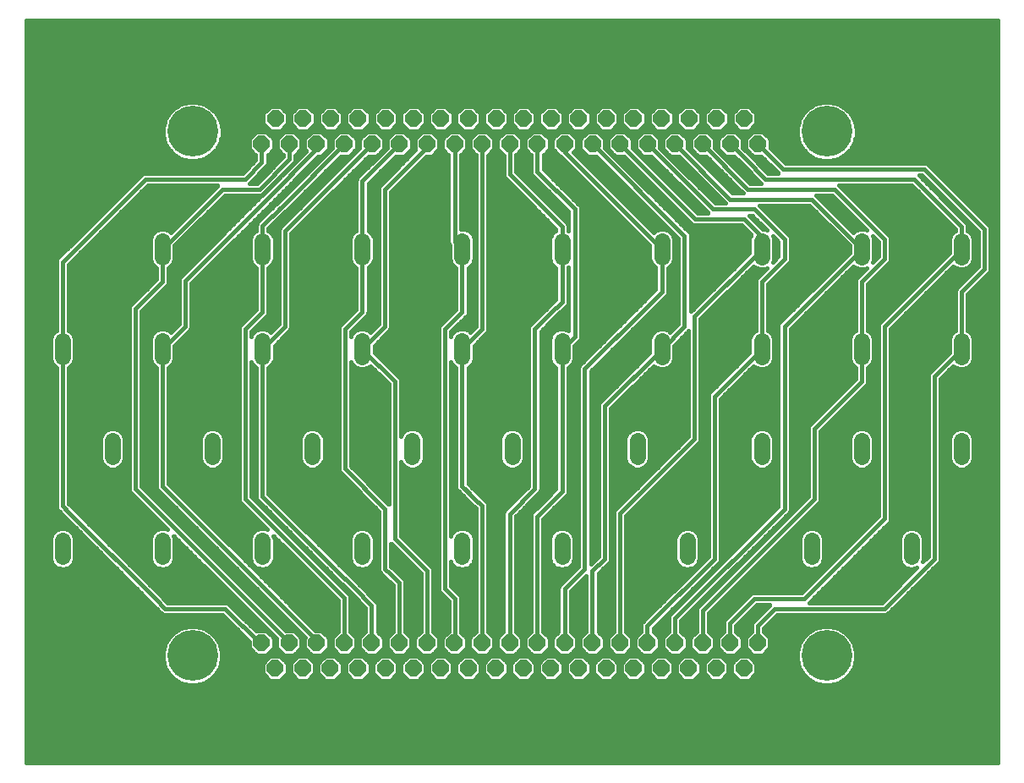
<source format=gtl>
G75*
%MOIN*%
%OFA0B0*%
%FSLAX25Y25*%
%IPPOS*%
%LPD*%
%AMOC8*
5,1,8,0,0,1.08239X$1,22.5*
%
%ADD10C,0.06337*%
%ADD11OC8,0.06400*%
%ADD12C,0.20000*%
%ADD13C,0.01600*%
D10*
X0022774Y0109309D02*
X0022774Y0115646D01*
X0042459Y0148679D02*
X0042459Y0155016D01*
X0022774Y0188049D02*
X0022774Y0194386D01*
X0062144Y0194386D02*
X0062144Y0188049D01*
X0081829Y0155016D02*
X0081829Y0148679D01*
X0062144Y0115646D02*
X0062144Y0109309D01*
X0101514Y0109309D02*
X0101514Y0115646D01*
X0121199Y0148679D02*
X0121199Y0155016D01*
X0101514Y0188049D02*
X0101514Y0194386D01*
X0140884Y0194386D02*
X0140884Y0188049D01*
X0160569Y0155016D02*
X0160569Y0148679D01*
X0140884Y0115646D02*
X0140884Y0109309D01*
X0180254Y0109309D02*
X0180254Y0115646D01*
X0199939Y0148679D02*
X0199939Y0155016D01*
X0180254Y0188049D02*
X0180254Y0194386D01*
X0219624Y0194386D02*
X0219624Y0188049D01*
X0249309Y0155016D02*
X0249309Y0148679D01*
X0268994Y0115646D02*
X0268994Y0109309D01*
X0318050Y0109309D02*
X0318050Y0115646D01*
X0337735Y0148679D02*
X0337735Y0155016D01*
X0337735Y0188049D02*
X0337735Y0194386D01*
X0377105Y0194386D02*
X0377105Y0188049D01*
X0377105Y0155016D02*
X0377105Y0148679D01*
X0357420Y0115646D02*
X0357420Y0109309D01*
X0298365Y0148679D02*
X0298365Y0155016D01*
X0298365Y0188049D02*
X0298365Y0194386D01*
X0258994Y0194386D02*
X0258994Y0188049D01*
X0258994Y0227419D02*
X0258994Y0233756D01*
X0298365Y0233756D02*
X0298365Y0227419D01*
X0337735Y0227419D02*
X0337735Y0233756D01*
X0377105Y0233756D02*
X0377105Y0227419D01*
X0219624Y0227419D02*
X0219624Y0233756D01*
X0180254Y0233756D02*
X0180254Y0227419D01*
X0140884Y0227419D02*
X0140884Y0233756D01*
X0101514Y0233756D02*
X0101514Y0227419D01*
X0062144Y0227419D02*
X0062144Y0233756D01*
X0219624Y0115646D02*
X0219624Y0109309D01*
D11*
X0220655Y0075300D03*
X0231555Y0075300D03*
X0242455Y0075300D03*
X0247855Y0065300D03*
X0236955Y0065300D03*
X0226155Y0065300D03*
X0215255Y0065300D03*
X0209855Y0075300D03*
X0198955Y0075300D03*
X0188055Y0075300D03*
X0177255Y0075300D03*
X0182655Y0065300D03*
X0193555Y0065300D03*
X0204355Y0065300D03*
X0171755Y0065300D03*
X0160955Y0065300D03*
X0150055Y0065300D03*
X0139155Y0065300D03*
X0133755Y0075300D03*
X0144555Y0075300D03*
X0155455Y0075300D03*
X0166355Y0075300D03*
X0128255Y0065300D03*
X0117455Y0065300D03*
X0106555Y0065300D03*
X0101155Y0075300D03*
X0111955Y0075300D03*
X0122855Y0075300D03*
X0253255Y0075300D03*
X0264155Y0075300D03*
X0275055Y0075300D03*
X0285855Y0075300D03*
X0280455Y0065300D03*
X0269555Y0065300D03*
X0258755Y0065300D03*
X0291355Y0065300D03*
X0296755Y0075300D03*
X0296834Y0271965D03*
X0286034Y0271965D03*
X0275134Y0271965D03*
X0264234Y0271965D03*
X0253434Y0271965D03*
X0242534Y0271965D03*
X0231634Y0271965D03*
X0220734Y0271965D03*
X0209934Y0271965D03*
X0199034Y0271965D03*
X0188134Y0271965D03*
X0177334Y0271965D03*
X0166434Y0271965D03*
X0155534Y0271965D03*
X0144734Y0271965D03*
X0133834Y0271965D03*
X0122934Y0271965D03*
X0112134Y0271965D03*
X0101234Y0271965D03*
X0106634Y0281965D03*
X0117534Y0281965D03*
X0128434Y0281965D03*
X0139234Y0281965D03*
X0150134Y0281965D03*
X0161034Y0281965D03*
X0171834Y0281965D03*
X0182734Y0281965D03*
X0193634Y0281965D03*
X0204434Y0281965D03*
X0215334Y0281965D03*
X0226234Y0281965D03*
X0237134Y0281965D03*
X0247934Y0281965D03*
X0258834Y0281965D03*
X0269734Y0281965D03*
X0280534Y0281965D03*
X0291434Y0281965D03*
D12*
X0324034Y0276965D03*
X0323955Y0070300D03*
X0073955Y0070300D03*
X0074034Y0276965D03*
D13*
X0008520Y0028263D02*
X0383596Y0028263D01*
X0391516Y0028263D01*
X0391516Y0320707D01*
X0008520Y0320707D01*
X0008520Y0028263D01*
X0008520Y0029502D02*
X0391516Y0029502D01*
X0391516Y0031100D02*
X0008520Y0031100D01*
X0008520Y0032699D02*
X0391516Y0032699D01*
X0391516Y0034297D02*
X0008520Y0034297D01*
X0008520Y0035896D02*
X0391516Y0035896D01*
X0391516Y0037494D02*
X0008520Y0037494D01*
X0008520Y0039093D02*
X0391516Y0039093D01*
X0391516Y0040691D02*
X0008520Y0040691D01*
X0008520Y0042290D02*
X0391516Y0042290D01*
X0391516Y0043888D02*
X0008520Y0043888D01*
X0008520Y0045487D02*
X0391516Y0045487D01*
X0391516Y0047085D02*
X0008520Y0047085D01*
X0008520Y0048684D02*
X0391516Y0048684D01*
X0391516Y0050283D02*
X0008520Y0050283D01*
X0008520Y0051881D02*
X0391516Y0051881D01*
X0391516Y0053480D02*
X0008520Y0053480D01*
X0008520Y0055078D02*
X0391516Y0055078D01*
X0391516Y0056677D02*
X0008520Y0056677D01*
X0008520Y0058275D02*
X0391516Y0058275D01*
X0391516Y0059874D02*
X0329096Y0059874D01*
X0328433Y0059491D02*
X0331078Y0061018D01*
X0333237Y0063177D01*
X0334765Y0065823D01*
X0335555Y0068773D01*
X0335555Y0071827D01*
X0334765Y0074777D01*
X0333237Y0077423D01*
X0331078Y0079582D01*
X0328433Y0081109D01*
X0325482Y0081900D01*
X0322428Y0081900D01*
X0319478Y0081109D01*
X0316833Y0079582D01*
X0314673Y0077423D01*
X0313146Y0074777D01*
X0312355Y0071827D01*
X0312355Y0068773D01*
X0313146Y0065823D01*
X0314673Y0063177D01*
X0316833Y0061018D01*
X0319478Y0059491D01*
X0322428Y0058700D01*
X0325482Y0058700D01*
X0328433Y0059491D01*
X0331532Y0061472D02*
X0391516Y0061472D01*
X0391516Y0063071D02*
X0333131Y0063071D01*
X0334099Y0064669D02*
X0391516Y0064669D01*
X0391516Y0066268D02*
X0334884Y0066268D01*
X0335312Y0067866D02*
X0391516Y0067866D01*
X0391516Y0069465D02*
X0335555Y0069465D01*
X0335555Y0071063D02*
X0391516Y0071063D01*
X0391516Y0072662D02*
X0335332Y0072662D01*
X0334903Y0074260D02*
X0391516Y0074260D01*
X0391516Y0075859D02*
X0334140Y0075859D01*
X0333203Y0077457D02*
X0391516Y0077457D01*
X0391516Y0079056D02*
X0331604Y0079056D01*
X0329221Y0080654D02*
X0391516Y0080654D01*
X0391516Y0082253D02*
X0300156Y0082253D01*
X0299155Y0081252D02*
X0304359Y0086455D01*
X0347149Y0086455D01*
X0348031Y0086820D01*
X0367716Y0106506D01*
X0368391Y0107181D01*
X0368757Y0108063D01*
X0368757Y0179475D01*
X0373846Y0184564D01*
X0374404Y0184006D01*
X0376156Y0183280D01*
X0378053Y0183280D01*
X0379806Y0184006D01*
X0381147Y0185348D01*
X0381873Y0187100D01*
X0381873Y0195334D01*
X0381147Y0197087D01*
X0379806Y0198428D01*
X0379505Y0198553D01*
X0379505Y0212782D01*
X0387401Y0220679D01*
X0388076Y0221354D01*
X0388442Y0222236D01*
X0388442Y0238939D01*
X0388076Y0239821D01*
X0387401Y0240496D01*
X0363779Y0264118D01*
X0362897Y0264483D01*
X0307710Y0264483D01*
X0301634Y0270559D01*
X0301634Y0273954D01*
X0298822Y0276765D01*
X0294846Y0276765D01*
X0292034Y0273954D01*
X0292034Y0269977D01*
X0294846Y0267165D01*
X0298240Y0267165D01*
X0304681Y0260724D01*
X0304859Y0260546D01*
X0300847Y0260546D01*
X0293338Y0268055D01*
X0290834Y0270559D01*
X0290834Y0273954D01*
X0288022Y0276765D01*
X0284046Y0276765D01*
X0281234Y0273954D01*
X0281234Y0269977D01*
X0284046Y0267165D01*
X0287440Y0267165D01*
X0289944Y0264661D01*
X0297996Y0256609D01*
X0293884Y0256609D01*
X0279934Y0270559D01*
X0279934Y0273954D01*
X0277122Y0276765D01*
X0273146Y0276765D01*
X0270334Y0273954D01*
X0270334Y0269977D01*
X0273146Y0267165D01*
X0276540Y0267165D01*
X0290855Y0252850D01*
X0291033Y0252672D01*
X0286921Y0252672D01*
X0269034Y0270559D01*
X0269034Y0273954D01*
X0266222Y0276765D01*
X0262246Y0276765D01*
X0259434Y0273954D01*
X0259434Y0269977D01*
X0262246Y0267165D01*
X0265640Y0267165D01*
X0284070Y0248735D01*
X0280058Y0248735D01*
X0258234Y0270559D01*
X0258234Y0273954D01*
X0255422Y0276765D01*
X0251446Y0276765D01*
X0248634Y0273954D01*
X0248634Y0269977D01*
X0251446Y0267165D01*
X0254840Y0267165D01*
X0277029Y0244976D01*
X0277207Y0244798D01*
X0273095Y0244798D01*
X0247334Y0270559D01*
X0247334Y0273954D01*
X0244522Y0276765D01*
X0240546Y0276765D01*
X0237734Y0273954D01*
X0237734Y0269977D01*
X0240546Y0267165D01*
X0243940Y0267165D01*
X0270066Y0241039D01*
X0270741Y0240364D01*
X0271623Y0239998D01*
X0290559Y0239998D01*
X0294257Y0236301D01*
X0293596Y0234704D01*
X0293596Y0229213D01*
X0270331Y0205948D01*
X0270331Y0236145D01*
X0269966Y0237027D01*
X0269291Y0237702D01*
X0236434Y0270559D01*
X0236434Y0273954D01*
X0233622Y0276765D01*
X0229646Y0276765D01*
X0226834Y0273954D01*
X0226834Y0269977D01*
X0229646Y0267165D01*
X0233040Y0267165D01*
X0265531Y0234674D01*
X0265531Y0201148D01*
X0262254Y0197870D01*
X0261696Y0198428D01*
X0259943Y0199154D01*
X0258046Y0199154D01*
X0256293Y0198428D01*
X0254952Y0197087D01*
X0254226Y0195334D01*
X0254226Y0189843D01*
X0234401Y0170018D01*
X0234035Y0169136D01*
X0234035Y0109534D01*
X0230961Y0106460D01*
X0230961Y0182349D01*
X0255511Y0206899D01*
X0255511Y0206899D01*
X0261029Y0212417D01*
X0261394Y0213299D01*
X0261394Y0223252D01*
X0261696Y0223376D01*
X0263037Y0224718D01*
X0263763Y0226470D01*
X0263763Y0234704D01*
X0263037Y0236457D01*
X0261696Y0237798D01*
X0259943Y0238524D01*
X0258046Y0238524D01*
X0256293Y0237798D01*
X0255735Y0237241D01*
X0224266Y0268710D01*
X0225534Y0269977D01*
X0225534Y0273954D01*
X0222722Y0276765D01*
X0218746Y0276765D01*
X0215934Y0273954D01*
X0215934Y0269977D01*
X0218746Y0267165D01*
X0219022Y0267165D01*
X0254226Y0231962D01*
X0254226Y0226470D01*
X0254952Y0224718D01*
X0256293Y0223376D01*
X0256594Y0223252D01*
X0256594Y0214770D01*
X0252117Y0210293D01*
X0226527Y0184703D01*
X0226161Y0183821D01*
X0226161Y0105597D01*
X0218620Y0098056D01*
X0218255Y0097174D01*
X0218255Y0079688D01*
X0215855Y0077288D01*
X0215855Y0073312D01*
X0218667Y0070500D01*
X0222643Y0070500D01*
X0225455Y0073312D01*
X0225455Y0077288D01*
X0223055Y0079688D01*
X0223055Y0095703D01*
X0229155Y0101803D01*
X0229155Y0079688D01*
X0226755Y0077288D01*
X0226755Y0073312D01*
X0229567Y0070500D01*
X0233543Y0070500D01*
X0236355Y0073312D01*
X0236355Y0077288D01*
X0233955Y0079688D01*
X0233955Y0102666D01*
X0237795Y0106506D01*
X0238470Y0107181D01*
X0238835Y0108063D01*
X0238835Y0167664D01*
X0255735Y0184564D01*
X0256293Y0184006D01*
X0258046Y0183280D01*
X0259943Y0183280D01*
X0261696Y0184006D01*
X0263037Y0185348D01*
X0263763Y0187100D01*
X0263763Y0192592D01*
X0269291Y0198120D01*
X0269469Y0198297D01*
X0269469Y0156778D01*
X0240420Y0127730D01*
X0240055Y0126848D01*
X0240055Y0079688D01*
X0237655Y0077288D01*
X0237655Y0073312D01*
X0240467Y0070500D01*
X0244443Y0070500D01*
X0247255Y0073312D01*
X0247255Y0077288D01*
X0244855Y0079688D01*
X0244855Y0125377D01*
X0273228Y0153750D01*
X0273903Y0154425D01*
X0274268Y0155307D01*
X0274268Y0203097D01*
X0295106Y0223934D01*
X0295663Y0223376D01*
X0297416Y0222650D01*
X0299313Y0222650D01*
X0300328Y0223071D01*
X0296330Y0219073D01*
X0295965Y0218191D01*
X0295965Y0198553D01*
X0295663Y0198428D01*
X0294322Y0197087D01*
X0293596Y0195334D01*
X0293596Y0189843D01*
X0277708Y0173955D01*
X0277343Y0173073D01*
X0277343Y0109534D01*
X0251220Y0083412D01*
X0250855Y0082530D01*
X0250855Y0079688D01*
X0248455Y0077288D01*
X0248455Y0073312D01*
X0251267Y0070500D01*
X0255243Y0070500D01*
X0258055Y0073312D01*
X0258055Y0077288D01*
X0255655Y0079688D01*
X0255655Y0081059D01*
X0281102Y0106506D01*
X0281777Y0107181D01*
X0282143Y0108063D01*
X0282143Y0171601D01*
X0295106Y0184564D01*
X0295663Y0184006D01*
X0297416Y0183280D01*
X0299313Y0183280D01*
X0301066Y0184006D01*
X0302407Y0185348D01*
X0303133Y0187100D01*
X0303133Y0195334D01*
X0302407Y0197087D01*
X0301066Y0198428D01*
X0300765Y0198553D01*
X0300765Y0216719D01*
X0308661Y0224616D01*
X0309336Y0225291D01*
X0309702Y0226173D01*
X0309702Y0235002D01*
X0309336Y0235884D01*
X0305399Y0239821D01*
X0297348Y0247872D01*
X0317055Y0247872D01*
X0332966Y0231962D01*
X0332966Y0229213D01*
X0305267Y0201514D01*
X0304902Y0200632D01*
X0304902Y0129219D01*
X0262120Y0086438D01*
X0261755Y0085556D01*
X0261755Y0079688D01*
X0259355Y0077288D01*
X0259355Y0073312D01*
X0262167Y0070500D01*
X0266143Y0070500D01*
X0268955Y0073312D01*
X0268955Y0077288D01*
X0266555Y0079688D01*
X0266555Y0084085D01*
X0308661Y0126191D01*
X0309336Y0126866D01*
X0309702Y0127748D01*
X0309702Y0199160D01*
X0334476Y0223934D01*
X0335034Y0223376D01*
X0336786Y0222650D01*
X0338683Y0222650D01*
X0339698Y0223071D01*
X0335700Y0219073D01*
X0335335Y0218191D01*
X0335335Y0198553D01*
X0335034Y0198428D01*
X0333692Y0197087D01*
X0332966Y0195334D01*
X0332966Y0187100D01*
X0333692Y0185348D01*
X0335034Y0184006D01*
X0335335Y0183882D01*
X0335335Y0179337D01*
X0317753Y0161756D01*
X0317078Y0161081D01*
X0316713Y0160199D01*
X0316713Y0133156D01*
X0274446Y0090890D01*
X0273020Y0089464D01*
X0272655Y0088582D01*
X0272655Y0079688D01*
X0270255Y0077288D01*
X0270255Y0073312D01*
X0273067Y0070500D01*
X0277043Y0070500D01*
X0279855Y0073312D01*
X0279855Y0077288D01*
X0277455Y0079688D01*
X0277455Y0087111D01*
X0277840Y0087496D01*
X0321147Y0130803D01*
X0321513Y0131685D01*
X0321513Y0158727D01*
X0339769Y0176984D01*
X0340135Y0177866D01*
X0340135Y0183882D01*
X0340436Y0184006D01*
X0341777Y0185348D01*
X0342503Y0187100D01*
X0342503Y0195334D01*
X0341777Y0197087D01*
X0340436Y0198428D01*
X0340135Y0198553D01*
X0340135Y0216719D01*
X0348031Y0224616D01*
X0348706Y0225291D01*
X0349072Y0226173D01*
X0349072Y0235002D01*
X0348706Y0235884D01*
X0340832Y0243758D01*
X0329021Y0255569D01*
X0328844Y0255746D01*
X0357489Y0255746D01*
X0374705Y0238530D01*
X0374705Y0237923D01*
X0374404Y0237798D01*
X0373062Y0236457D01*
X0372336Y0234704D01*
X0372336Y0229213D01*
X0344637Y0201514D01*
X0344272Y0200632D01*
X0344272Y0125282D01*
X0314181Y0095192D01*
X0295013Y0095192D01*
X0294131Y0094827D01*
X0293456Y0094152D01*
X0283820Y0084516D01*
X0283455Y0083634D01*
X0283455Y0079688D01*
X0281055Y0077288D01*
X0281055Y0073312D01*
X0283867Y0070500D01*
X0287843Y0070500D01*
X0290655Y0073312D01*
X0290655Y0077288D01*
X0288255Y0079688D01*
X0288255Y0082163D01*
X0296485Y0090392D01*
X0301507Y0090392D01*
X0301330Y0090215D01*
X0294720Y0083605D01*
X0294355Y0082723D01*
X0294355Y0079688D01*
X0291955Y0077288D01*
X0291955Y0073312D01*
X0294767Y0070500D01*
X0298743Y0070500D01*
X0301555Y0073312D01*
X0301555Y0077288D01*
X0299155Y0079688D01*
X0299155Y0081252D01*
X0299155Y0080654D02*
X0318689Y0080654D01*
X0316306Y0079056D02*
X0299788Y0079056D01*
X0301386Y0077457D02*
X0314707Y0077457D01*
X0313770Y0075859D02*
X0301555Y0075859D01*
X0301555Y0074260D02*
X0313007Y0074260D01*
X0312579Y0072662D02*
X0300905Y0072662D01*
X0299306Y0071063D02*
X0312355Y0071063D01*
X0312355Y0069465D02*
X0293979Y0069465D01*
X0293343Y0070100D02*
X0289367Y0070100D01*
X0286555Y0067288D01*
X0286555Y0063312D01*
X0289367Y0060500D01*
X0293343Y0060500D01*
X0296155Y0063312D01*
X0296155Y0067288D01*
X0293343Y0070100D01*
X0294204Y0071063D02*
X0288406Y0071063D01*
X0288732Y0069465D02*
X0283079Y0069465D01*
X0282443Y0070100D02*
X0278467Y0070100D01*
X0275655Y0067288D01*
X0275655Y0063312D01*
X0278467Y0060500D01*
X0282443Y0060500D01*
X0285255Y0063312D01*
X0285255Y0067288D01*
X0282443Y0070100D01*
X0283304Y0071063D02*
X0277606Y0071063D01*
X0277832Y0069465D02*
X0272179Y0069465D01*
X0271543Y0070100D02*
X0267567Y0070100D01*
X0264755Y0067288D01*
X0264755Y0063312D01*
X0267567Y0060500D01*
X0271543Y0060500D01*
X0274355Y0063312D01*
X0274355Y0067288D01*
X0271543Y0070100D01*
X0272504Y0071063D02*
X0266706Y0071063D01*
X0266932Y0069465D02*
X0261379Y0069465D01*
X0260743Y0070100D02*
X0256767Y0070100D01*
X0253955Y0067288D01*
X0253955Y0063312D01*
X0256767Y0060500D01*
X0260743Y0060500D01*
X0263555Y0063312D01*
X0263555Y0067288D01*
X0260743Y0070100D01*
X0261604Y0071063D02*
X0255806Y0071063D01*
X0256132Y0069465D02*
X0250479Y0069465D01*
X0249843Y0070100D02*
X0245867Y0070100D01*
X0243055Y0067288D01*
X0243055Y0063312D01*
X0245867Y0060500D01*
X0249843Y0060500D01*
X0252655Y0063312D01*
X0252655Y0067288D01*
X0249843Y0070100D01*
X0250704Y0071063D02*
X0245006Y0071063D01*
X0245232Y0069465D02*
X0239579Y0069465D01*
X0238943Y0070100D02*
X0234967Y0070100D01*
X0232155Y0067288D01*
X0232155Y0063312D01*
X0234967Y0060500D01*
X0238943Y0060500D01*
X0241755Y0063312D01*
X0241755Y0067288D01*
X0238943Y0070100D01*
X0239904Y0071063D02*
X0234106Y0071063D01*
X0234332Y0069465D02*
X0228779Y0069465D01*
X0228143Y0070100D02*
X0224167Y0070100D01*
X0221355Y0067288D01*
X0221355Y0063312D01*
X0224167Y0060500D01*
X0228143Y0060500D01*
X0230955Y0063312D01*
X0230955Y0067288D01*
X0228143Y0070100D01*
X0229004Y0071063D02*
X0223206Y0071063D01*
X0223532Y0069465D02*
X0217879Y0069465D01*
X0217243Y0070100D02*
X0213267Y0070100D01*
X0210455Y0067288D01*
X0210455Y0063312D01*
X0213267Y0060500D01*
X0217243Y0060500D01*
X0220055Y0063312D01*
X0220055Y0067288D01*
X0217243Y0070100D01*
X0218104Y0071063D02*
X0212406Y0071063D01*
X0211843Y0070500D02*
X0214655Y0073312D01*
X0214655Y0077288D01*
X0212255Y0079688D01*
X0212255Y0124273D01*
X0214173Y0126191D01*
X0216816Y0128834D01*
X0221659Y0133677D01*
X0222024Y0134559D01*
X0222024Y0183882D01*
X0222326Y0184006D01*
X0223667Y0185348D01*
X0224393Y0187100D01*
X0224393Y0192592D01*
X0225984Y0194183D01*
X0226659Y0194858D01*
X0227024Y0195740D01*
X0227024Y0246813D01*
X0226659Y0247695D01*
X0212334Y0262020D01*
X0212334Y0267577D01*
X0214734Y0269977D01*
X0214734Y0273954D01*
X0211922Y0276765D01*
X0207946Y0276765D01*
X0205134Y0273954D01*
X0205134Y0269977D01*
X0207534Y0267577D01*
X0207534Y0260549D01*
X0207899Y0259666D01*
X0208574Y0258991D01*
X0222224Y0245341D01*
X0222224Y0237840D01*
X0222024Y0237923D01*
X0222024Y0240002D01*
X0221659Y0240884D01*
X0203037Y0259506D01*
X0201434Y0261109D01*
X0201434Y0267577D01*
X0203834Y0269977D01*
X0203834Y0273954D01*
X0201022Y0276765D01*
X0197046Y0276765D01*
X0194234Y0273954D01*
X0194234Y0269977D01*
X0196634Y0267577D01*
X0196634Y0259638D01*
X0196999Y0258755D01*
X0197674Y0258080D01*
X0199643Y0256112D01*
X0217224Y0238530D01*
X0217224Y0237923D01*
X0216923Y0237798D01*
X0215582Y0236457D01*
X0214856Y0234704D01*
X0214856Y0226470D01*
X0215582Y0224718D01*
X0216923Y0223376D01*
X0217224Y0223252D01*
X0217224Y0210833D01*
X0212747Y0206356D01*
X0206842Y0200451D01*
X0206476Y0199569D01*
X0206476Y0137093D01*
X0196920Y0127537D01*
X0196555Y0126655D01*
X0196555Y0079688D01*
X0194155Y0077288D01*
X0194155Y0073312D01*
X0196967Y0070500D01*
X0200943Y0070500D01*
X0203755Y0073312D01*
X0203755Y0077288D01*
X0201355Y0079688D01*
X0201355Y0125184D01*
X0210236Y0134065D01*
X0210911Y0134740D01*
X0211276Y0135622D01*
X0211276Y0198097D01*
X0216141Y0202962D01*
X0221659Y0208480D01*
X0222024Y0209362D01*
X0222024Y0223252D01*
X0222224Y0223334D01*
X0222224Y0198470D01*
X0220573Y0199154D01*
X0218676Y0199154D01*
X0216923Y0198428D01*
X0215582Y0197087D01*
X0214856Y0195334D01*
X0214856Y0187100D01*
X0215582Y0185348D01*
X0216923Y0184006D01*
X0217224Y0183882D01*
X0217224Y0136030D01*
X0213422Y0132228D01*
X0210779Y0129585D01*
X0210779Y0129585D01*
X0208496Y0127302D01*
X0208496Y0127302D01*
X0207820Y0126626D01*
X0207455Y0125744D01*
X0207455Y0079688D01*
X0205055Y0077288D01*
X0205055Y0073312D01*
X0207867Y0070500D01*
X0211843Y0070500D01*
X0212632Y0069465D02*
X0206979Y0069465D01*
X0206343Y0070100D02*
X0202367Y0070100D01*
X0199555Y0067288D01*
X0199555Y0063312D01*
X0202367Y0060500D01*
X0206343Y0060500D01*
X0209155Y0063312D01*
X0209155Y0067288D01*
X0206343Y0070100D01*
X0207304Y0071063D02*
X0201506Y0071063D01*
X0201732Y0069465D02*
X0196179Y0069465D01*
X0195543Y0070100D02*
X0198355Y0067288D01*
X0198355Y0063312D01*
X0195543Y0060500D01*
X0191567Y0060500D01*
X0188755Y0063312D01*
X0188755Y0067288D01*
X0191567Y0070100D01*
X0195543Y0070100D01*
X0196404Y0071063D02*
X0190606Y0071063D01*
X0190043Y0070500D02*
X0192855Y0073312D01*
X0192855Y0077288D01*
X0190455Y0079688D01*
X0190455Y0129839D01*
X0190090Y0130721D01*
X0187289Y0133522D01*
X0182654Y0138156D01*
X0182654Y0183882D01*
X0182955Y0184006D01*
X0184297Y0185348D01*
X0185023Y0187100D01*
X0185023Y0192592D01*
X0189493Y0197062D01*
X0190168Y0197737D01*
X0190534Y0198619D01*
X0190534Y0267577D01*
X0192934Y0269977D01*
X0192934Y0273954D01*
X0190122Y0276765D01*
X0186146Y0276765D01*
X0183334Y0273954D01*
X0183334Y0269977D01*
X0185734Y0267577D01*
X0185734Y0200091D01*
X0183513Y0197870D01*
X0182955Y0198428D01*
X0181203Y0199154D01*
X0179306Y0199154D01*
X0177553Y0198428D01*
X0176212Y0197087D01*
X0175843Y0196197D01*
X0175843Y0198097D01*
X0182289Y0204543D01*
X0182654Y0205425D01*
X0182654Y0223252D01*
X0182955Y0223376D01*
X0184297Y0224718D01*
X0185023Y0226470D01*
X0185023Y0234704D01*
X0184297Y0236457D01*
X0182955Y0237798D01*
X0181203Y0238524D01*
X0179734Y0238524D01*
X0179734Y0267577D01*
X0182134Y0269977D01*
X0182134Y0273954D01*
X0179322Y0276765D01*
X0175346Y0276765D01*
X0172534Y0273954D01*
X0172534Y0269977D01*
X0174934Y0267577D01*
X0174934Y0233030D01*
X0175299Y0232148D01*
X0175486Y0231962D01*
X0175486Y0226470D01*
X0176212Y0224718D01*
X0177553Y0223376D01*
X0177854Y0223252D01*
X0177854Y0206896D01*
X0172084Y0201126D01*
X0171409Y0200451D01*
X0171043Y0199569D01*
X0171043Y0096252D01*
X0171409Y0095370D01*
X0174980Y0091798D01*
X0174980Y0079813D01*
X0172455Y0077288D01*
X0172455Y0073312D01*
X0175267Y0070500D01*
X0179243Y0070500D01*
X0182055Y0073312D01*
X0182055Y0077288D01*
X0179780Y0079563D01*
X0179780Y0093270D01*
X0179415Y0094152D01*
X0178740Y0094827D01*
X0175843Y0097723D01*
X0175843Y0107497D01*
X0176212Y0106608D01*
X0177553Y0105266D01*
X0179306Y0104540D01*
X0181203Y0104540D01*
X0182955Y0105266D01*
X0184297Y0106608D01*
X0185023Y0108360D01*
X0185023Y0116594D01*
X0184297Y0118347D01*
X0182955Y0119688D01*
X0181203Y0120414D01*
X0179306Y0120414D01*
X0177553Y0119688D01*
X0176212Y0118347D01*
X0175843Y0117457D01*
X0175843Y0186237D01*
X0176212Y0185348D01*
X0177553Y0184006D01*
X0177854Y0183882D01*
X0177854Y0136685D01*
X0178220Y0135803D01*
X0183895Y0130128D01*
X0185655Y0128367D01*
X0185655Y0079688D01*
X0183255Y0077288D01*
X0183255Y0073312D01*
X0186067Y0070500D01*
X0190043Y0070500D01*
X0190932Y0069465D02*
X0185279Y0069465D01*
X0184643Y0070100D02*
X0180667Y0070100D01*
X0177855Y0067288D01*
X0177855Y0063312D01*
X0180667Y0060500D01*
X0184643Y0060500D01*
X0187455Y0063312D01*
X0187455Y0067288D01*
X0184643Y0070100D01*
X0185504Y0071063D02*
X0179806Y0071063D01*
X0180032Y0069465D02*
X0174379Y0069465D01*
X0173743Y0070100D02*
X0169767Y0070100D01*
X0166955Y0067288D01*
X0166955Y0063312D01*
X0169767Y0060500D01*
X0173743Y0060500D01*
X0176555Y0063312D01*
X0176555Y0067288D01*
X0173743Y0070100D01*
X0174704Y0071063D02*
X0168906Y0071063D01*
X0168343Y0070500D02*
X0171155Y0073312D01*
X0171155Y0077288D01*
X0168755Y0079688D01*
X0168755Y0104295D01*
X0168390Y0105177D01*
X0156158Y0117408D01*
X0156158Y0146867D01*
X0156527Y0145978D01*
X0157868Y0144636D01*
X0159621Y0143910D01*
X0161518Y0143910D01*
X0163270Y0144636D01*
X0164612Y0145978D01*
X0165338Y0147730D01*
X0165338Y0155964D01*
X0164612Y0157717D01*
X0163270Y0159058D01*
X0161518Y0159784D01*
X0159621Y0159784D01*
X0157868Y0159058D01*
X0156527Y0157717D01*
X0156158Y0156827D01*
X0156158Y0178821D01*
X0155793Y0179703D01*
X0145653Y0189843D01*
X0145653Y0192592D01*
X0151181Y0198120D01*
X0151856Y0198795D01*
X0152221Y0199677D01*
X0152221Y0253215D01*
X0166171Y0267165D01*
X0168422Y0267165D01*
X0171234Y0269977D01*
X0171234Y0273954D01*
X0168422Y0276765D01*
X0164446Y0276765D01*
X0161634Y0273954D01*
X0161634Y0269977D01*
X0161914Y0269697D01*
X0147787Y0255569D01*
X0147421Y0254687D01*
X0147421Y0201148D01*
X0144143Y0197870D01*
X0143585Y0198428D01*
X0141833Y0199154D01*
X0139936Y0199154D01*
X0138183Y0198428D01*
X0136842Y0197087D01*
X0136473Y0196197D01*
X0136473Y0198097D01*
X0142919Y0204543D01*
X0143284Y0205425D01*
X0143284Y0223252D01*
X0143585Y0223376D01*
X0144927Y0224718D01*
X0145653Y0226470D01*
X0145653Y0234704D01*
X0144927Y0236457D01*
X0143585Y0237798D01*
X0143284Y0237923D01*
X0143284Y0256322D01*
X0154128Y0267165D01*
X0157522Y0267165D01*
X0160334Y0269977D01*
X0160334Y0273954D01*
X0157522Y0276765D01*
X0153546Y0276765D01*
X0150734Y0273954D01*
X0150734Y0270559D01*
X0138850Y0258675D01*
X0138484Y0257793D01*
X0138484Y0237923D01*
X0138183Y0237798D01*
X0136842Y0236457D01*
X0136116Y0234704D01*
X0136116Y0226470D01*
X0136842Y0224718D01*
X0138183Y0223376D01*
X0138484Y0223252D01*
X0138484Y0206896D01*
X0132714Y0201126D01*
X0132039Y0200451D01*
X0131673Y0199569D01*
X0131673Y0143496D01*
X0132039Y0142614D01*
X0147421Y0127231D01*
X0147421Y0104126D01*
X0147787Y0103244D01*
X0149755Y0101275D01*
X0153055Y0097975D01*
X0153055Y0079688D01*
X0150655Y0077288D01*
X0150655Y0073312D01*
X0153467Y0070500D01*
X0157443Y0070500D01*
X0160255Y0073312D01*
X0160255Y0077288D01*
X0157855Y0079688D01*
X0157855Y0099447D01*
X0157490Y0100329D01*
X0153149Y0104669D01*
X0152221Y0105597D01*
X0152221Y0114557D01*
X0152399Y0114380D01*
X0163955Y0102823D01*
X0163955Y0079688D01*
X0161555Y0077288D01*
X0161555Y0073312D01*
X0164367Y0070500D01*
X0168343Y0070500D01*
X0169132Y0069465D02*
X0163579Y0069465D01*
X0162943Y0070100D02*
X0158967Y0070100D01*
X0156155Y0067288D01*
X0156155Y0063312D01*
X0158967Y0060500D01*
X0162943Y0060500D01*
X0165755Y0063312D01*
X0165755Y0067288D01*
X0162943Y0070100D01*
X0163804Y0071063D02*
X0158006Y0071063D01*
X0158332Y0069465D02*
X0152679Y0069465D01*
X0152043Y0070100D02*
X0148067Y0070100D01*
X0145255Y0067288D01*
X0145255Y0063312D01*
X0148067Y0060500D01*
X0152043Y0060500D01*
X0154855Y0063312D01*
X0154855Y0067288D01*
X0152043Y0070100D01*
X0152904Y0071063D02*
X0147106Y0071063D01*
X0146543Y0070500D02*
X0149355Y0073312D01*
X0149355Y0077288D01*
X0146955Y0079688D01*
X0146955Y0090662D01*
X0146590Y0091544D01*
X0140045Y0098089D01*
X0132171Y0105963D01*
X0103914Y0134219D01*
X0103914Y0183882D01*
X0104215Y0184006D01*
X0105557Y0185348D01*
X0106283Y0187100D01*
X0106283Y0192592D01*
X0111811Y0198120D01*
X0112486Y0198795D01*
X0112851Y0199677D01*
X0112851Y0236689D01*
X0143328Y0267165D01*
X0146722Y0267165D01*
X0149534Y0269977D01*
X0149534Y0273954D01*
X0146722Y0276765D01*
X0142746Y0276765D01*
X0139934Y0273954D01*
X0139934Y0270559D01*
X0109092Y0239717D01*
X0108417Y0239042D01*
X0108051Y0238160D01*
X0108051Y0201148D01*
X0104773Y0197870D01*
X0104215Y0198428D01*
X0102463Y0199154D01*
X0100566Y0199154D01*
X0098813Y0198428D01*
X0097472Y0197087D01*
X0097103Y0196197D01*
X0097103Y0198097D01*
X0102874Y0203868D01*
X0103549Y0204543D01*
X0103914Y0205425D01*
X0103914Y0223252D01*
X0104215Y0223376D01*
X0105557Y0224718D01*
X0106283Y0226470D01*
X0106283Y0234704D01*
X0105557Y0236457D01*
X0104215Y0237798D01*
X0103914Y0237923D01*
X0103914Y0238652D01*
X0109563Y0244301D01*
X0109563Y0244301D01*
X0111362Y0246100D01*
X0132428Y0267165D01*
X0135822Y0267165D01*
X0138634Y0269977D01*
X0138634Y0273954D01*
X0135822Y0276765D01*
X0131846Y0276765D01*
X0129034Y0273954D01*
X0129034Y0270559D01*
X0107968Y0249494D01*
X0106169Y0247695D01*
X0106169Y0247695D01*
X0099480Y0241005D01*
X0099114Y0240123D01*
X0099114Y0237923D01*
X0098813Y0237798D01*
X0097472Y0236457D01*
X0096746Y0234704D01*
X0096746Y0226470D01*
X0097472Y0224718D01*
X0098813Y0223376D01*
X0099114Y0223252D01*
X0099114Y0206896D01*
X0093344Y0201126D01*
X0093344Y0201126D01*
X0092669Y0200451D01*
X0092303Y0199569D01*
X0092303Y0131685D01*
X0092669Y0130803D01*
X0103477Y0119994D01*
X0102463Y0120414D01*
X0100566Y0120414D01*
X0098813Y0119688D01*
X0097472Y0118347D01*
X0096746Y0116594D01*
X0096746Y0108360D01*
X0097472Y0106608D01*
X0098813Y0105266D01*
X0100566Y0104540D01*
X0102463Y0104540D01*
X0104215Y0105266D01*
X0105557Y0106608D01*
X0106283Y0108360D01*
X0106283Y0116594D01*
X0105862Y0117609D01*
X0112354Y0111118D01*
X0112354Y0111118D01*
X0131355Y0092116D01*
X0131355Y0079688D01*
X0128955Y0077288D01*
X0128955Y0073312D01*
X0131767Y0070500D01*
X0135743Y0070500D01*
X0138555Y0073312D01*
X0138555Y0077288D01*
X0136155Y0079688D01*
X0136155Y0093588D01*
X0135790Y0094470D01*
X0115748Y0114512D01*
X0115748Y0114512D01*
X0097103Y0133156D01*
X0097103Y0186237D01*
X0097472Y0185348D01*
X0098813Y0184006D01*
X0099114Y0183882D01*
X0099114Y0132748D01*
X0099480Y0131866D01*
X0128777Y0102569D01*
X0136651Y0094695D01*
X0142155Y0089190D01*
X0142155Y0079688D01*
X0139755Y0077288D01*
X0139755Y0073312D01*
X0142567Y0070500D01*
X0146543Y0070500D01*
X0147432Y0069465D02*
X0141779Y0069465D01*
X0141143Y0070100D02*
X0137167Y0070100D01*
X0134355Y0067288D01*
X0134355Y0063312D01*
X0137167Y0060500D01*
X0141143Y0060500D01*
X0143955Y0063312D01*
X0143955Y0067288D01*
X0141143Y0070100D01*
X0142004Y0071063D02*
X0136306Y0071063D01*
X0136532Y0069465D02*
X0130879Y0069465D01*
X0130243Y0070100D02*
X0126267Y0070100D01*
X0123455Y0067288D01*
X0123455Y0063312D01*
X0126267Y0060500D01*
X0130243Y0060500D01*
X0133055Y0063312D01*
X0133055Y0067288D01*
X0130243Y0070100D01*
X0131204Y0071063D02*
X0125406Y0071063D01*
X0124843Y0070500D02*
X0127655Y0073312D01*
X0127655Y0077288D01*
X0124843Y0080100D01*
X0122600Y0080100D01*
X0104612Y0098089D01*
X0069179Y0133522D01*
X0064544Y0138156D01*
X0064544Y0183882D01*
X0064845Y0184006D01*
X0066187Y0185348D01*
X0066913Y0187100D01*
X0066913Y0192592D01*
X0072441Y0198120D01*
X0073116Y0198795D01*
X0073481Y0199677D01*
X0073481Y0217111D01*
X0105283Y0248913D01*
X0123536Y0267165D01*
X0124922Y0267165D01*
X0127734Y0269977D01*
X0127734Y0273954D01*
X0124922Y0276765D01*
X0120946Y0276765D01*
X0118134Y0273954D01*
X0118134Y0269977D01*
X0118847Y0269264D01*
X0101889Y0252307D01*
X0069046Y0219464D01*
X0068681Y0218582D01*
X0068681Y0201148D01*
X0065403Y0197870D01*
X0064845Y0198428D01*
X0063093Y0199154D01*
X0061196Y0199154D01*
X0059443Y0198428D01*
X0058102Y0197087D01*
X0057376Y0195334D01*
X0057376Y0187100D01*
X0058102Y0185348D01*
X0059443Y0184006D01*
X0059744Y0183882D01*
X0059744Y0136685D01*
X0060109Y0135803D01*
X0065785Y0130128D01*
X0101218Y0094695D01*
X0118340Y0077573D01*
X0118055Y0077288D01*
X0118055Y0073312D01*
X0120867Y0070500D01*
X0124843Y0070500D01*
X0125632Y0069465D02*
X0120079Y0069465D01*
X0119443Y0070100D02*
X0115467Y0070100D01*
X0112655Y0067288D01*
X0112655Y0063312D01*
X0115467Y0060500D01*
X0119443Y0060500D01*
X0122255Y0063312D01*
X0122255Y0067288D01*
X0119443Y0070100D01*
X0120304Y0071063D02*
X0114506Y0071063D01*
X0113943Y0070500D02*
X0116755Y0073312D01*
X0116755Y0077288D01*
X0113943Y0080100D01*
X0110789Y0080100D01*
X0094094Y0096795D01*
X0053796Y0137093D01*
X0053796Y0205971D01*
X0064179Y0216354D01*
X0064544Y0217236D01*
X0064544Y0223252D01*
X0064845Y0223376D01*
X0066187Y0224718D01*
X0066913Y0226470D01*
X0066913Y0231962D01*
X0086760Y0251809D01*
X0100800Y0251809D01*
X0101682Y0252175D01*
X0102357Y0252850D01*
X0114168Y0264661D01*
X0114534Y0265543D01*
X0114534Y0267577D01*
X0116934Y0269977D01*
X0116934Y0273954D01*
X0114122Y0276765D01*
X0110146Y0276765D01*
X0107334Y0273954D01*
X0107334Y0269977D01*
X0109734Y0267577D01*
X0109734Y0267015D01*
X0099329Y0256609D01*
X0096560Y0256609D01*
X0096738Y0256787D01*
X0103268Y0263318D01*
X0103634Y0264200D01*
X0103634Y0267577D01*
X0106034Y0269977D01*
X0106034Y0273954D01*
X0103222Y0276765D01*
X0099246Y0276765D01*
X0096434Y0273954D01*
X0096434Y0269977D01*
X0098834Y0267577D01*
X0098834Y0265671D01*
X0093709Y0260546D01*
X0054856Y0260546D01*
X0053974Y0260181D01*
X0030352Y0236559D01*
X0020739Y0226947D01*
X0020374Y0226065D01*
X0020374Y0198553D01*
X0020073Y0198428D01*
X0018731Y0197087D01*
X0018006Y0195334D01*
X0018006Y0187100D01*
X0018731Y0185348D01*
X0020073Y0184006D01*
X0020374Y0183882D01*
X0020374Y0128811D01*
X0020739Y0127929D01*
X0024446Y0124222D01*
X0057235Y0091433D01*
X0061848Y0086820D01*
X0062730Y0086455D01*
X0085835Y0086455D01*
X0096355Y0075935D01*
X0096355Y0073312D01*
X0099167Y0070500D01*
X0103143Y0070500D01*
X0105955Y0073312D01*
X0105955Y0077288D01*
X0103143Y0080100D01*
X0099167Y0080100D01*
X0099073Y0080006D01*
X0088864Y0090215D01*
X0088189Y0090890D01*
X0087307Y0091255D01*
X0064201Y0091255D01*
X0060630Y0094827D01*
X0060630Y0094827D01*
X0027840Y0127616D01*
X0025174Y0130282D01*
X0025174Y0183882D01*
X0025475Y0184006D01*
X0026817Y0185348D01*
X0027543Y0187100D01*
X0027543Y0195334D01*
X0026817Y0197087D01*
X0025475Y0198428D01*
X0025174Y0198553D01*
X0025174Y0224593D01*
X0033746Y0233165D01*
X0056327Y0255746D01*
X0083909Y0255746D01*
X0083732Y0255569D01*
X0065403Y0237241D01*
X0064845Y0237798D01*
X0063093Y0238524D01*
X0061196Y0238524D01*
X0059443Y0237798D01*
X0058102Y0236457D01*
X0057376Y0234704D01*
X0057376Y0226470D01*
X0058102Y0224718D01*
X0059443Y0223376D01*
X0059744Y0223252D01*
X0059744Y0218707D01*
X0050037Y0209000D01*
X0049361Y0208325D01*
X0048996Y0207443D01*
X0048996Y0135622D01*
X0049361Y0134740D01*
X0064107Y0119994D01*
X0063093Y0120414D01*
X0061196Y0120414D01*
X0059443Y0119688D01*
X0058102Y0118347D01*
X0057376Y0116594D01*
X0057376Y0108360D01*
X0058102Y0106608D01*
X0059443Y0105266D01*
X0061196Y0104540D01*
X0063093Y0104540D01*
X0064845Y0105266D01*
X0066187Y0106608D01*
X0066913Y0108360D01*
X0066913Y0116594D01*
X0066492Y0117609D01*
X0090700Y0093401D01*
X0107155Y0076946D01*
X0107155Y0073312D01*
X0109967Y0070500D01*
X0113943Y0070500D01*
X0114832Y0069465D02*
X0109179Y0069465D01*
X0108543Y0070100D02*
X0104567Y0070100D01*
X0101755Y0067288D01*
X0101755Y0063312D01*
X0104567Y0060500D01*
X0108543Y0060500D01*
X0111355Y0063312D01*
X0111355Y0067288D01*
X0108543Y0070100D01*
X0109404Y0071063D02*
X0103706Y0071063D01*
X0103932Y0069465D02*
X0085555Y0069465D01*
X0085555Y0068773D02*
X0084765Y0065823D01*
X0083237Y0063177D01*
X0081078Y0061018D01*
X0078433Y0059491D01*
X0075482Y0058700D01*
X0072428Y0058700D01*
X0069478Y0059491D01*
X0066833Y0061018D01*
X0064673Y0063177D01*
X0063146Y0065823D01*
X0062355Y0068773D01*
X0062355Y0071827D01*
X0063146Y0074777D01*
X0064673Y0077423D01*
X0066833Y0079582D01*
X0069478Y0081109D01*
X0072428Y0081900D01*
X0075482Y0081900D01*
X0078433Y0081109D01*
X0081078Y0079582D01*
X0083237Y0077423D01*
X0084765Y0074777D01*
X0085555Y0071827D01*
X0085555Y0068773D01*
X0085312Y0067866D02*
X0102333Y0067866D01*
X0101755Y0066268D02*
X0084884Y0066268D01*
X0084099Y0064669D02*
X0101755Y0064669D01*
X0101996Y0063071D02*
X0083131Y0063071D01*
X0081532Y0061472D02*
X0103595Y0061472D01*
X0109515Y0061472D02*
X0114495Y0061472D01*
X0112896Y0063071D02*
X0111114Y0063071D01*
X0111355Y0064669D02*
X0112655Y0064669D01*
X0112655Y0066268D02*
X0111355Y0066268D01*
X0110777Y0067866D02*
X0113233Y0067866D01*
X0116105Y0072662D02*
X0118705Y0072662D01*
X0118055Y0074260D02*
X0116755Y0074260D01*
X0116755Y0075859D02*
X0118055Y0075859D01*
X0118224Y0077457D02*
X0116586Y0077457D01*
X0116856Y0079056D02*
X0114988Y0079056D01*
X0115258Y0080654D02*
X0110235Y0080654D01*
X0108637Y0082253D02*
X0113659Y0082253D01*
X0112061Y0083851D02*
X0107038Y0083851D01*
X0105440Y0085450D02*
X0110462Y0085450D01*
X0108864Y0087048D02*
X0103841Y0087048D01*
X0102243Y0088647D02*
X0107265Y0088647D01*
X0105667Y0090245D02*
X0100644Y0090245D01*
X0099046Y0091844D02*
X0104068Y0091844D01*
X0102470Y0093442D02*
X0097447Y0093442D01*
X0095849Y0095041D02*
X0100871Y0095041D01*
X0101218Y0094695D02*
X0101218Y0094695D01*
X0102577Y0096729D02*
X0122855Y0076451D01*
X0122855Y0075300D01*
X0125888Y0079056D02*
X0130723Y0079056D01*
X0131355Y0080654D02*
X0122046Y0080654D01*
X0120448Y0082253D02*
X0131355Y0082253D01*
X0131355Y0083851D02*
X0118849Y0083851D01*
X0117251Y0085450D02*
X0131355Y0085450D01*
X0131355Y0087048D02*
X0115652Y0087048D01*
X0114054Y0088647D02*
X0131355Y0088647D01*
X0131355Y0090245D02*
X0112455Y0090245D01*
X0110857Y0091844D02*
X0131355Y0091844D01*
X0130029Y0093442D02*
X0109258Y0093442D01*
X0107660Y0095041D02*
X0128430Y0095041D01*
X0126832Y0096639D02*
X0106061Y0096639D01*
X0104612Y0098089D02*
X0104612Y0098089D01*
X0104463Y0098238D02*
X0125233Y0098238D01*
X0123635Y0099836D02*
X0102864Y0099836D01*
X0101266Y0101435D02*
X0122036Y0101435D01*
X0120438Y0103033D02*
X0099667Y0103033D01*
X0100344Y0104632D02*
X0098069Y0104632D01*
X0097849Y0106230D02*
X0096470Y0106230D01*
X0096966Y0107829D02*
X0094871Y0107829D01*
X0093273Y0109427D02*
X0096746Y0109427D01*
X0096746Y0111026D02*
X0091674Y0111026D01*
X0090076Y0112624D02*
X0096746Y0112624D01*
X0096746Y0114223D02*
X0088477Y0114223D01*
X0086879Y0115821D02*
X0096746Y0115821D01*
X0097088Y0117420D02*
X0085280Y0117420D01*
X0083682Y0119018D02*
X0098143Y0119018D01*
X0101256Y0122216D02*
X0080485Y0122216D01*
X0078886Y0123814D02*
X0099657Y0123814D01*
X0098059Y0125413D02*
X0077288Y0125413D01*
X0075689Y0127011D02*
X0096460Y0127011D01*
X0094862Y0128610D02*
X0074091Y0128610D01*
X0072492Y0130208D02*
X0093263Y0130208D01*
X0092303Y0131807D02*
X0070894Y0131807D01*
X0069295Y0133405D02*
X0092303Y0133405D01*
X0092303Y0135004D02*
X0067697Y0135004D01*
X0066098Y0136602D02*
X0092303Y0136602D01*
X0092303Y0138201D02*
X0064544Y0138201D01*
X0064544Y0139799D02*
X0092303Y0139799D01*
X0092303Y0141398D02*
X0064544Y0141398D01*
X0064544Y0142996D02*
X0092303Y0142996D01*
X0092303Y0144595D02*
X0084430Y0144595D01*
X0084530Y0144636D02*
X0085872Y0145978D01*
X0086598Y0147730D01*
X0086598Y0155964D01*
X0085872Y0157717D01*
X0084530Y0159058D01*
X0082778Y0159784D01*
X0080881Y0159784D01*
X0079128Y0159058D01*
X0077787Y0157717D01*
X0077061Y0155964D01*
X0077061Y0147730D01*
X0077787Y0145978D01*
X0079128Y0144636D01*
X0080881Y0143910D01*
X0082778Y0143910D01*
X0084530Y0144636D01*
X0085961Y0146193D02*
X0092303Y0146193D01*
X0092303Y0147792D02*
X0086598Y0147792D01*
X0086598Y0149390D02*
X0092303Y0149390D01*
X0092303Y0150989D02*
X0086598Y0150989D01*
X0086598Y0152587D02*
X0092303Y0152587D01*
X0092303Y0154186D02*
X0086598Y0154186D01*
X0086598Y0155784D02*
X0092303Y0155784D01*
X0092303Y0157383D02*
X0086010Y0157383D01*
X0084607Y0158981D02*
X0092303Y0158981D01*
X0092303Y0160580D02*
X0064544Y0160580D01*
X0064544Y0162178D02*
X0092303Y0162178D01*
X0092303Y0163777D02*
X0064544Y0163777D01*
X0064544Y0165375D02*
X0092303Y0165375D01*
X0092303Y0166974D02*
X0064544Y0166974D01*
X0064544Y0168572D02*
X0092303Y0168572D01*
X0092303Y0170171D02*
X0064544Y0170171D01*
X0064544Y0171769D02*
X0092303Y0171769D01*
X0092303Y0173368D02*
X0064544Y0173368D01*
X0064544Y0174966D02*
X0092303Y0174966D01*
X0092303Y0176565D02*
X0064544Y0176565D01*
X0064544Y0178163D02*
X0092303Y0178163D01*
X0092303Y0179762D02*
X0064544Y0179762D01*
X0064544Y0181360D02*
X0092303Y0181360D01*
X0092303Y0182959D02*
X0064544Y0182959D01*
X0065396Y0184557D02*
X0092303Y0184557D01*
X0092303Y0186156D02*
X0066521Y0186156D01*
X0066913Y0187754D02*
X0092303Y0187754D01*
X0092303Y0189353D02*
X0066913Y0189353D01*
X0066913Y0190952D02*
X0092303Y0190952D01*
X0092303Y0192550D02*
X0066913Y0192550D01*
X0068469Y0194149D02*
X0092303Y0194149D01*
X0092303Y0195747D02*
X0070068Y0195747D01*
X0071666Y0197346D02*
X0092303Y0197346D01*
X0092303Y0198944D02*
X0073178Y0198944D01*
X0073481Y0200543D02*
X0092760Y0200543D01*
X0094359Y0202141D02*
X0073481Y0202141D01*
X0073481Y0203740D02*
X0095957Y0203740D01*
X0097556Y0205338D02*
X0073481Y0205338D01*
X0073481Y0206937D02*
X0099114Y0206937D01*
X0099114Y0208535D02*
X0073481Y0208535D01*
X0073481Y0210134D02*
X0099114Y0210134D01*
X0099114Y0211732D02*
X0073481Y0211732D01*
X0073481Y0213331D02*
X0099114Y0213331D01*
X0099114Y0214929D02*
X0073481Y0214929D01*
X0073481Y0216528D02*
X0099114Y0216528D01*
X0099114Y0218126D02*
X0074497Y0218126D01*
X0076095Y0219725D02*
X0099114Y0219725D01*
X0099114Y0221323D02*
X0077694Y0221323D01*
X0079292Y0222922D02*
X0099114Y0222922D01*
X0097669Y0224520D02*
X0080891Y0224520D01*
X0082489Y0226119D02*
X0096891Y0226119D01*
X0096746Y0227717D02*
X0084088Y0227717D01*
X0085686Y0229316D02*
X0096746Y0229316D01*
X0096746Y0230914D02*
X0087285Y0230914D01*
X0088883Y0232513D02*
X0096746Y0232513D01*
X0096746Y0234111D02*
X0090482Y0234111D01*
X0092080Y0235710D02*
X0097162Y0235710D01*
X0098323Y0237308D02*
X0093679Y0237308D01*
X0095277Y0238907D02*
X0099114Y0238907D01*
X0099273Y0240505D02*
X0096876Y0240505D01*
X0098474Y0242104D02*
X0100578Y0242104D01*
X0100073Y0243702D02*
X0102177Y0243702D01*
X0101671Y0245301D02*
X0103775Y0245301D01*
X0103270Y0246899D02*
X0105374Y0246899D01*
X0104868Y0248498D02*
X0106972Y0248498D01*
X0106467Y0250096D02*
X0108571Y0250096D01*
X0108065Y0251695D02*
X0110169Y0251695D01*
X0109664Y0253293D02*
X0111768Y0253293D01*
X0111262Y0254892D02*
X0113366Y0254892D01*
X0112861Y0256490D02*
X0114965Y0256490D01*
X0114459Y0258089D02*
X0116563Y0258089D01*
X0116058Y0259687D02*
X0118162Y0259687D01*
X0117656Y0261286D02*
X0119760Y0261286D01*
X0119255Y0262885D02*
X0121359Y0262885D01*
X0120854Y0264483D02*
X0122957Y0264483D01*
X0122452Y0266082D02*
X0124556Y0266082D01*
X0125437Y0267680D02*
X0126154Y0267680D01*
X0127035Y0269279D02*
X0127753Y0269279D01*
X0127734Y0270877D02*
X0129034Y0270877D01*
X0129034Y0272476D02*
X0127734Y0272476D01*
X0127613Y0274074D02*
X0129154Y0274074D01*
X0130753Y0275673D02*
X0126015Y0275673D01*
X0126446Y0277165D02*
X0130422Y0277165D01*
X0133234Y0279977D01*
X0133234Y0283954D01*
X0130422Y0286765D01*
X0126446Y0286765D01*
X0123634Y0283954D01*
X0123634Y0279977D01*
X0126446Y0277165D01*
X0126340Y0277271D02*
X0119628Y0277271D01*
X0119522Y0277165D02*
X0122334Y0279977D01*
X0122334Y0283954D01*
X0119522Y0286765D01*
X0115546Y0286765D01*
X0112734Y0283954D01*
X0112734Y0279977D01*
X0115546Y0277165D01*
X0119522Y0277165D01*
X0119853Y0275673D02*
X0115215Y0275673D01*
X0115440Y0277271D02*
X0108728Y0277271D01*
X0108622Y0277165D02*
X0111434Y0279977D01*
X0111434Y0283954D01*
X0108622Y0286765D01*
X0104646Y0286765D01*
X0101834Y0283954D01*
X0101834Y0279977D01*
X0104646Y0277165D01*
X0108622Y0277165D01*
X0109053Y0275673D02*
X0104315Y0275673D01*
X0104540Y0277271D02*
X0085634Y0277271D01*
X0085634Y0278493D02*
X0085634Y0275438D01*
X0084843Y0272488D01*
X0083316Y0269843D01*
X0081156Y0267683D01*
X0078511Y0266156D01*
X0075561Y0265365D01*
X0072507Y0265365D01*
X0069556Y0266156D01*
X0066911Y0267683D01*
X0064752Y0269843D01*
X0063224Y0272488D01*
X0062434Y0275438D01*
X0062434Y0278493D01*
X0063224Y0281443D01*
X0064752Y0284088D01*
X0066911Y0286248D01*
X0069556Y0287775D01*
X0072507Y0288565D01*
X0075561Y0288565D01*
X0078511Y0287775D01*
X0081156Y0286248D01*
X0083316Y0284088D01*
X0084843Y0281443D01*
X0085634Y0278493D01*
X0085533Y0278870D02*
X0102941Y0278870D01*
X0101834Y0280468D02*
X0085104Y0280468D01*
X0084483Y0282067D02*
X0101834Y0282067D01*
X0101834Y0283665D02*
X0083560Y0283665D01*
X0082140Y0285264D02*
X0103144Y0285264D01*
X0110124Y0285264D02*
X0114044Y0285264D01*
X0112734Y0283665D02*
X0111434Y0283665D01*
X0111434Y0282067D02*
X0112734Y0282067D01*
X0112734Y0280468D02*
X0111434Y0280468D01*
X0110326Y0278870D02*
X0113841Y0278870D01*
X0116813Y0274074D02*
X0118254Y0274074D01*
X0118134Y0272476D02*
X0116934Y0272476D01*
X0116934Y0270877D02*
X0118134Y0270877D01*
X0118832Y0269279D02*
X0116235Y0269279D01*
X0117262Y0267680D02*
X0114637Y0267680D01*
X0114534Y0266082D02*
X0115664Y0266082D01*
X0114065Y0264483D02*
X0113991Y0264483D01*
X0112467Y0262885D02*
X0112392Y0262885D01*
X0110868Y0261286D02*
X0110793Y0261286D01*
X0109270Y0259687D02*
X0109195Y0259687D01*
X0107671Y0258089D02*
X0107596Y0258089D01*
X0106073Y0256490D02*
X0105998Y0256490D01*
X0104474Y0254892D02*
X0104399Y0254892D01*
X0102876Y0253293D02*
X0102801Y0253293D01*
X0102357Y0252850D02*
X0102357Y0252850D01*
X0101277Y0251695D02*
X0086646Y0251695D01*
X0085047Y0250096D02*
X0099679Y0250096D01*
X0098080Y0248498D02*
X0083449Y0248498D01*
X0081850Y0246899D02*
X0096482Y0246899D01*
X0094883Y0245301D02*
X0080252Y0245301D01*
X0078653Y0243702D02*
X0093285Y0243702D01*
X0091686Y0242104D02*
X0077055Y0242104D01*
X0075456Y0240505D02*
X0090088Y0240505D01*
X0088489Y0238907D02*
X0073858Y0238907D01*
X0072259Y0237308D02*
X0086891Y0237308D01*
X0085292Y0235710D02*
X0070661Y0235710D01*
X0069062Y0234111D02*
X0083694Y0234111D01*
X0082095Y0232513D02*
X0067464Y0232513D01*
X0066913Y0230914D02*
X0080497Y0230914D01*
X0078898Y0229316D02*
X0066913Y0229316D01*
X0066913Y0227717D02*
X0077300Y0227717D01*
X0075701Y0226119D02*
X0066767Y0226119D01*
X0065989Y0224520D02*
X0074103Y0224520D01*
X0072504Y0222922D02*
X0064544Y0222922D01*
X0064544Y0221323D02*
X0070905Y0221323D01*
X0069307Y0219725D02*
X0064544Y0219725D01*
X0064544Y0218126D02*
X0068681Y0218126D01*
X0068681Y0216528D02*
X0064251Y0216528D01*
X0062754Y0214929D02*
X0068681Y0214929D01*
X0068681Y0213331D02*
X0061155Y0213331D01*
X0059557Y0211732D02*
X0068681Y0211732D01*
X0068681Y0210134D02*
X0057958Y0210134D01*
X0056360Y0208535D02*
X0068681Y0208535D01*
X0068681Y0206937D02*
X0054761Y0206937D01*
X0053796Y0205338D02*
X0068681Y0205338D01*
X0068681Y0203740D02*
X0053796Y0203740D01*
X0053796Y0202141D02*
X0068681Y0202141D01*
X0068075Y0200543D02*
X0053796Y0200543D01*
X0053796Y0198944D02*
X0060688Y0198944D01*
X0058360Y0197346D02*
X0053796Y0197346D01*
X0053796Y0195747D02*
X0057547Y0195747D01*
X0057376Y0194149D02*
X0053796Y0194149D01*
X0053796Y0192550D02*
X0057376Y0192550D01*
X0057376Y0190952D02*
X0053796Y0190952D01*
X0053796Y0189353D02*
X0057376Y0189353D01*
X0057376Y0187754D02*
X0053796Y0187754D01*
X0053796Y0186156D02*
X0057767Y0186156D01*
X0058892Y0184557D02*
X0053796Y0184557D01*
X0053796Y0182959D02*
X0059744Y0182959D01*
X0059744Y0181360D02*
X0053796Y0181360D01*
X0053796Y0179762D02*
X0059744Y0179762D01*
X0059744Y0178163D02*
X0053796Y0178163D01*
X0053796Y0176565D02*
X0059744Y0176565D01*
X0059744Y0174966D02*
X0053796Y0174966D01*
X0053796Y0173368D02*
X0059744Y0173368D01*
X0059744Y0171769D02*
X0053796Y0171769D01*
X0053796Y0170171D02*
X0059744Y0170171D01*
X0059744Y0168572D02*
X0053796Y0168572D01*
X0053796Y0166974D02*
X0059744Y0166974D01*
X0059744Y0165375D02*
X0053796Y0165375D01*
X0053796Y0163777D02*
X0059744Y0163777D01*
X0059744Y0162178D02*
X0053796Y0162178D01*
X0053796Y0160580D02*
X0059744Y0160580D01*
X0059744Y0158981D02*
X0053796Y0158981D01*
X0053796Y0157383D02*
X0059744Y0157383D01*
X0059744Y0155784D02*
X0053796Y0155784D01*
X0053796Y0154186D02*
X0059744Y0154186D01*
X0059744Y0152587D02*
X0053796Y0152587D01*
X0053796Y0150989D02*
X0059744Y0150989D01*
X0059744Y0149390D02*
X0053796Y0149390D01*
X0053796Y0147792D02*
X0059744Y0147792D01*
X0059744Y0146193D02*
X0053796Y0146193D01*
X0053796Y0144595D02*
X0059744Y0144595D01*
X0059744Y0142996D02*
X0053796Y0142996D01*
X0053796Y0141398D02*
X0059744Y0141398D01*
X0059744Y0139799D02*
X0053796Y0139799D01*
X0053796Y0138201D02*
X0059744Y0138201D01*
X0059778Y0136602D02*
X0054287Y0136602D01*
X0055886Y0135004D02*
X0060909Y0135004D01*
X0062507Y0133405D02*
X0057484Y0133405D01*
X0059083Y0131807D02*
X0064106Y0131807D01*
X0065704Y0130208D02*
X0060681Y0130208D01*
X0062280Y0128610D02*
X0067303Y0128610D01*
X0068901Y0127011D02*
X0063878Y0127011D01*
X0065477Y0125413D02*
X0070500Y0125413D01*
X0072098Y0123814D02*
X0067075Y0123814D01*
X0068674Y0122216D02*
X0073697Y0122216D01*
X0075295Y0120617D02*
X0070272Y0120617D01*
X0071871Y0119018D02*
X0076894Y0119018D01*
X0078492Y0117420D02*
X0073469Y0117420D01*
X0075068Y0115821D02*
X0080091Y0115821D01*
X0081689Y0114223D02*
X0076666Y0114223D01*
X0078265Y0112624D02*
X0083288Y0112624D01*
X0084886Y0111026D02*
X0079863Y0111026D01*
X0081462Y0109427D02*
X0086485Y0109427D01*
X0088083Y0107829D02*
X0083060Y0107829D01*
X0084659Y0106230D02*
X0089682Y0106230D01*
X0091280Y0104632D02*
X0086257Y0104632D01*
X0087856Y0103033D02*
X0092879Y0103033D01*
X0094477Y0101435D02*
X0089455Y0101435D01*
X0091053Y0099836D02*
X0096076Y0099836D01*
X0097674Y0098238D02*
X0092652Y0098238D01*
X0094250Y0096639D02*
X0099273Y0096639D01*
X0102577Y0096729D02*
X0067144Y0132162D01*
X0062144Y0137162D01*
X0062144Y0191217D01*
X0071081Y0200154D01*
X0071081Y0218105D01*
X0103249Y0250272D01*
X0122934Y0269957D01*
X0122934Y0271965D01*
X0121226Y0278870D02*
X0124741Y0278870D01*
X0123634Y0280468D02*
X0122334Y0280468D01*
X0122334Y0282067D02*
X0123634Y0282067D01*
X0123634Y0283665D02*
X0122334Y0283665D01*
X0121024Y0285264D02*
X0124944Y0285264D01*
X0131924Y0285264D02*
X0135744Y0285264D01*
X0134434Y0283954D02*
X0134434Y0279977D01*
X0137246Y0277165D01*
X0141222Y0277165D01*
X0144034Y0279977D01*
X0144034Y0283954D01*
X0141222Y0286765D01*
X0137246Y0286765D01*
X0134434Y0283954D01*
X0134434Y0283665D02*
X0133234Y0283665D01*
X0133234Y0282067D02*
X0134434Y0282067D01*
X0134434Y0280468D02*
X0133234Y0280468D01*
X0132126Y0278870D02*
X0135541Y0278870D01*
X0137140Y0277271D02*
X0130528Y0277271D01*
X0133834Y0271965D02*
X0109328Y0247459D01*
X0101514Y0239646D01*
X0101514Y0230587D01*
X0101514Y0205902D01*
X0094703Y0199091D01*
X0094703Y0132162D01*
X0114388Y0112477D01*
X0133755Y0093110D01*
X0133755Y0075300D01*
X0136788Y0079056D02*
X0141523Y0079056D01*
X0142155Y0080654D02*
X0136155Y0080654D01*
X0136155Y0082253D02*
X0142155Y0082253D01*
X0142155Y0083851D02*
X0136155Y0083851D01*
X0136155Y0085450D02*
X0142155Y0085450D01*
X0142155Y0087048D02*
X0136155Y0087048D01*
X0136155Y0088647D02*
X0142155Y0088647D01*
X0141100Y0090245D02*
X0136155Y0090245D01*
X0136155Y0091844D02*
X0139501Y0091844D01*
X0137903Y0093442D02*
X0136155Y0093442D01*
X0136304Y0095041D02*
X0135219Y0095041D01*
X0134706Y0096639D02*
X0133620Y0096639D01*
X0133107Y0098238D02*
X0132022Y0098238D01*
X0131509Y0099836D02*
X0130423Y0099836D01*
X0129910Y0101435D02*
X0128825Y0101435D01*
X0128312Y0103033D02*
X0127226Y0103033D01*
X0126713Y0104632D02*
X0125628Y0104632D01*
X0125115Y0106230D02*
X0124029Y0106230D01*
X0123516Y0107829D02*
X0122431Y0107829D01*
X0121918Y0109427D02*
X0120832Y0109427D01*
X0120319Y0111026D02*
X0119234Y0111026D01*
X0118721Y0112624D02*
X0117635Y0112624D01*
X0117122Y0114223D02*
X0116036Y0114223D01*
X0115524Y0115821D02*
X0114438Y0115821D01*
X0113925Y0117420D02*
X0112839Y0117420D01*
X0112327Y0119018D02*
X0111241Y0119018D01*
X0110728Y0120617D02*
X0109642Y0120617D01*
X0109130Y0122216D02*
X0108044Y0122216D01*
X0107531Y0123814D02*
X0106445Y0123814D01*
X0105933Y0125413D02*
X0104847Y0125413D01*
X0104334Y0127011D02*
X0103248Y0127011D01*
X0102736Y0128610D02*
X0101650Y0128610D01*
X0101137Y0130208D02*
X0100051Y0130208D01*
X0099539Y0131807D02*
X0098453Y0131807D01*
X0099114Y0133405D02*
X0097103Y0133405D01*
X0097103Y0135004D02*
X0099114Y0135004D01*
X0099114Y0136602D02*
X0097103Y0136602D01*
X0097103Y0138201D02*
X0099114Y0138201D01*
X0099114Y0139799D02*
X0097103Y0139799D01*
X0097103Y0141398D02*
X0099114Y0141398D01*
X0099114Y0142996D02*
X0097103Y0142996D01*
X0097103Y0144595D02*
X0099114Y0144595D01*
X0099114Y0146193D02*
X0097103Y0146193D01*
X0097103Y0147792D02*
X0099114Y0147792D01*
X0099114Y0149390D02*
X0097103Y0149390D01*
X0097103Y0150989D02*
X0099114Y0150989D01*
X0099114Y0152587D02*
X0097103Y0152587D01*
X0097103Y0154186D02*
X0099114Y0154186D01*
X0099114Y0155784D02*
X0097103Y0155784D01*
X0097103Y0157383D02*
X0099114Y0157383D01*
X0099114Y0158981D02*
X0097103Y0158981D01*
X0097103Y0160580D02*
X0099114Y0160580D01*
X0099114Y0162178D02*
X0097103Y0162178D01*
X0097103Y0163777D02*
X0099114Y0163777D01*
X0099114Y0165375D02*
X0097103Y0165375D01*
X0097103Y0166974D02*
X0099114Y0166974D01*
X0099114Y0168572D02*
X0097103Y0168572D01*
X0097103Y0170171D02*
X0099114Y0170171D01*
X0099114Y0171769D02*
X0097103Y0171769D01*
X0097103Y0173368D02*
X0099114Y0173368D01*
X0099114Y0174966D02*
X0097103Y0174966D01*
X0097103Y0176565D02*
X0099114Y0176565D01*
X0099114Y0178163D02*
X0097103Y0178163D01*
X0097103Y0179762D02*
X0099114Y0179762D01*
X0099114Y0181360D02*
X0097103Y0181360D01*
X0097103Y0182959D02*
X0099114Y0182959D01*
X0098262Y0184557D02*
X0097103Y0184557D01*
X0097103Y0186156D02*
X0097137Y0186156D01*
X0103914Y0182959D02*
X0131673Y0182959D01*
X0131673Y0184557D02*
X0104766Y0184557D01*
X0105892Y0186156D02*
X0131673Y0186156D01*
X0131673Y0187754D02*
X0106283Y0187754D01*
X0106283Y0189353D02*
X0131673Y0189353D01*
X0131673Y0190952D02*
X0106283Y0190952D01*
X0106283Y0192550D02*
X0131673Y0192550D01*
X0131673Y0194149D02*
X0107839Y0194149D01*
X0109438Y0195747D02*
X0131673Y0195747D01*
X0131673Y0197346D02*
X0111036Y0197346D01*
X0111811Y0198120D02*
X0111811Y0198120D01*
X0112548Y0198944D02*
X0131673Y0198944D01*
X0132130Y0200543D02*
X0112851Y0200543D01*
X0112851Y0202141D02*
X0133729Y0202141D01*
X0135327Y0203740D02*
X0112851Y0203740D01*
X0112851Y0205338D02*
X0136926Y0205338D01*
X0138484Y0206937D02*
X0112851Y0206937D01*
X0112851Y0208535D02*
X0138484Y0208535D01*
X0138484Y0210134D02*
X0112851Y0210134D01*
X0112851Y0211732D02*
X0138484Y0211732D01*
X0138484Y0213331D02*
X0112851Y0213331D01*
X0112851Y0214929D02*
X0138484Y0214929D01*
X0138484Y0216528D02*
X0112851Y0216528D01*
X0112851Y0218126D02*
X0138484Y0218126D01*
X0138484Y0219725D02*
X0112851Y0219725D01*
X0112851Y0221323D02*
X0138484Y0221323D01*
X0138484Y0222922D02*
X0112851Y0222922D01*
X0112851Y0224520D02*
X0137039Y0224520D01*
X0136261Y0226119D02*
X0112851Y0226119D01*
X0112851Y0227717D02*
X0136116Y0227717D01*
X0136116Y0229316D02*
X0112851Y0229316D01*
X0112851Y0230914D02*
X0136116Y0230914D01*
X0136116Y0232513D02*
X0112851Y0232513D01*
X0112851Y0234111D02*
X0136116Y0234111D01*
X0136532Y0235710D02*
X0112851Y0235710D01*
X0113471Y0237308D02*
X0137693Y0237308D01*
X0138484Y0238907D02*
X0115069Y0238907D01*
X0116668Y0240505D02*
X0138484Y0240505D01*
X0138484Y0242104D02*
X0118266Y0242104D01*
X0119865Y0243702D02*
X0138484Y0243702D01*
X0138484Y0245301D02*
X0121463Y0245301D01*
X0123062Y0246899D02*
X0138484Y0246899D01*
X0138484Y0248498D02*
X0124661Y0248498D01*
X0126259Y0250096D02*
X0138484Y0250096D01*
X0138484Y0251695D02*
X0127858Y0251695D01*
X0129456Y0253293D02*
X0138484Y0253293D01*
X0138484Y0254892D02*
X0131055Y0254892D01*
X0132653Y0256490D02*
X0138484Y0256490D01*
X0138607Y0258089D02*
X0134252Y0258089D01*
X0135850Y0259687D02*
X0139862Y0259687D01*
X0141460Y0261286D02*
X0137449Y0261286D01*
X0139047Y0262885D02*
X0143059Y0262885D01*
X0144657Y0264483D02*
X0140646Y0264483D01*
X0142244Y0266082D02*
X0146256Y0266082D01*
X0147237Y0267680D02*
X0147854Y0267680D01*
X0148835Y0269279D02*
X0149453Y0269279D01*
X0149534Y0270877D02*
X0150734Y0270877D01*
X0150734Y0272476D02*
X0149534Y0272476D01*
X0149413Y0274074D02*
X0150854Y0274074D01*
X0152453Y0275673D02*
X0147815Y0275673D01*
X0148146Y0277165D02*
X0145334Y0279977D01*
X0145334Y0283954D01*
X0148146Y0286765D01*
X0152122Y0286765D01*
X0154934Y0283954D01*
X0154934Y0279977D01*
X0152122Y0277165D01*
X0148146Y0277165D01*
X0148040Y0277271D02*
X0141328Y0277271D01*
X0141653Y0275673D02*
X0136915Y0275673D01*
X0138513Y0274074D02*
X0140054Y0274074D01*
X0139934Y0272476D02*
X0138634Y0272476D01*
X0138634Y0270877D02*
X0139934Y0270877D01*
X0138653Y0269279D02*
X0137935Y0269279D01*
X0137054Y0267680D02*
X0136337Y0267680D01*
X0135456Y0266082D02*
X0131344Y0266082D01*
X0129746Y0264483D02*
X0133857Y0264483D01*
X0132259Y0262885D02*
X0128147Y0262885D01*
X0126549Y0261286D02*
X0130660Y0261286D01*
X0129062Y0259687D02*
X0124950Y0259687D01*
X0123352Y0258089D02*
X0127463Y0258089D01*
X0125865Y0256490D02*
X0121753Y0256490D01*
X0120155Y0254892D02*
X0124266Y0254892D01*
X0122668Y0253293D02*
X0118556Y0253293D01*
X0116958Y0251695D02*
X0121069Y0251695D01*
X0119471Y0250096D02*
X0115359Y0250096D01*
X0113761Y0248498D02*
X0117872Y0248498D01*
X0116274Y0246899D02*
X0112162Y0246899D01*
X0110563Y0245301D02*
X0114675Y0245301D01*
X0113077Y0243702D02*
X0108965Y0243702D01*
X0107366Y0242104D02*
X0111478Y0242104D01*
X0109880Y0240505D02*
X0105768Y0240505D01*
X0104169Y0238907D02*
X0108361Y0238907D01*
X0108051Y0237308D02*
X0104705Y0237308D01*
X0105866Y0235710D02*
X0108051Y0235710D01*
X0108051Y0234111D02*
X0106283Y0234111D01*
X0106283Y0232513D02*
X0108051Y0232513D01*
X0108051Y0230914D02*
X0106283Y0230914D01*
X0106283Y0229316D02*
X0108051Y0229316D01*
X0108051Y0227717D02*
X0106283Y0227717D01*
X0106137Y0226119D02*
X0108051Y0226119D01*
X0108051Y0224520D02*
X0105359Y0224520D01*
X0103914Y0222922D02*
X0108051Y0222922D01*
X0108051Y0221323D02*
X0103914Y0221323D01*
X0103914Y0219725D02*
X0108051Y0219725D01*
X0108051Y0218126D02*
X0103914Y0218126D01*
X0103914Y0216528D02*
X0108051Y0216528D01*
X0108051Y0214929D02*
X0103914Y0214929D01*
X0103914Y0213331D02*
X0108051Y0213331D01*
X0108051Y0211732D02*
X0103914Y0211732D01*
X0103914Y0210134D02*
X0108051Y0210134D01*
X0108051Y0208535D02*
X0103914Y0208535D01*
X0103914Y0206937D02*
X0108051Y0206937D01*
X0108051Y0205338D02*
X0103878Y0205338D01*
X0102874Y0203868D02*
X0102874Y0203868D01*
X0102745Y0203740D02*
X0108051Y0203740D01*
X0108051Y0202141D02*
X0101147Y0202141D01*
X0099548Y0200543D02*
X0107445Y0200543D01*
X0105847Y0198944D02*
X0102970Y0198944D01*
X0100058Y0198944D02*
X0097950Y0198944D01*
X0097730Y0197346D02*
X0097103Y0197346D01*
X0101514Y0191217D02*
X0101514Y0156847D01*
X0101514Y0133225D01*
X0130136Y0104603D01*
X0138010Y0096729D01*
X0134073Y0100666D01*
X0135100Y0103033D02*
X0147997Y0103033D01*
X0147421Y0104632D02*
X0142054Y0104632D01*
X0141833Y0104540D02*
X0143585Y0105266D01*
X0144927Y0106608D01*
X0145653Y0108360D01*
X0145653Y0116594D01*
X0144927Y0118347D01*
X0143585Y0119688D01*
X0141833Y0120414D01*
X0139936Y0120414D01*
X0138183Y0119688D01*
X0136842Y0118347D01*
X0136116Y0116594D01*
X0136116Y0108360D01*
X0136842Y0106608D01*
X0138183Y0105266D01*
X0139936Y0104540D01*
X0141833Y0104540D01*
X0139714Y0104632D02*
X0133502Y0104632D01*
X0131903Y0106230D02*
X0137219Y0106230D01*
X0136336Y0107829D02*
X0130305Y0107829D01*
X0128706Y0109427D02*
X0136116Y0109427D01*
X0136116Y0111026D02*
X0127108Y0111026D01*
X0125509Y0112624D02*
X0136116Y0112624D01*
X0136116Y0114223D02*
X0123911Y0114223D01*
X0122312Y0115821D02*
X0136116Y0115821D01*
X0136458Y0117420D02*
X0120713Y0117420D01*
X0119115Y0119018D02*
X0137513Y0119018D01*
X0144255Y0119018D02*
X0147421Y0119018D01*
X0147421Y0117420D02*
X0145311Y0117420D01*
X0145653Y0115821D02*
X0147421Y0115821D01*
X0147421Y0114223D02*
X0145653Y0114223D01*
X0145653Y0112624D02*
X0147421Y0112624D01*
X0147421Y0111026D02*
X0145653Y0111026D01*
X0145653Y0109427D02*
X0147421Y0109427D01*
X0147421Y0107829D02*
X0145433Y0107829D01*
X0144550Y0106230D02*
X0147421Y0106230D01*
X0149821Y0104603D02*
X0151790Y0102635D01*
X0155455Y0098969D01*
X0155455Y0075300D01*
X0152423Y0079056D02*
X0147588Y0079056D01*
X0146955Y0080654D02*
X0153055Y0080654D01*
X0153055Y0082253D02*
X0146955Y0082253D01*
X0146955Y0083851D02*
X0153055Y0083851D01*
X0153055Y0085450D02*
X0146955Y0085450D01*
X0146955Y0087048D02*
X0153055Y0087048D01*
X0153055Y0088647D02*
X0146955Y0088647D01*
X0146955Y0090245D02*
X0153055Y0090245D01*
X0153055Y0091844D02*
X0146290Y0091844D01*
X0144691Y0093442D02*
X0153055Y0093442D01*
X0153055Y0095041D02*
X0143093Y0095041D01*
X0141494Y0096639D02*
X0153055Y0096639D01*
X0152792Y0098238D02*
X0139896Y0098238D01*
X0138297Y0099836D02*
X0151194Y0099836D01*
X0149595Y0101435D02*
X0136699Y0101435D01*
X0138010Y0096729D02*
X0144555Y0090184D01*
X0144555Y0075300D01*
X0139755Y0075859D02*
X0138555Y0075859D01*
X0138555Y0074260D02*
X0139755Y0074260D01*
X0140405Y0072662D02*
X0137905Y0072662D01*
X0138386Y0077457D02*
X0139924Y0077457D01*
X0149186Y0077457D02*
X0150824Y0077457D01*
X0150655Y0075859D02*
X0149355Y0075859D01*
X0149355Y0074260D02*
X0150655Y0074260D01*
X0151305Y0072662D02*
X0148705Y0072662D01*
X0145833Y0067866D02*
X0143377Y0067866D01*
X0143955Y0066268D02*
X0145255Y0066268D01*
X0145255Y0064669D02*
X0143955Y0064669D01*
X0143714Y0063071D02*
X0145496Y0063071D01*
X0147095Y0061472D02*
X0142115Y0061472D01*
X0136195Y0061472D02*
X0131215Y0061472D01*
X0132814Y0063071D02*
X0134596Y0063071D01*
X0134355Y0064669D02*
X0133055Y0064669D01*
X0133055Y0066268D02*
X0134355Y0066268D01*
X0134933Y0067866D02*
X0132477Y0067866D01*
X0129605Y0072662D02*
X0127005Y0072662D01*
X0127655Y0074260D02*
X0128955Y0074260D01*
X0128955Y0075859D02*
X0127655Y0075859D01*
X0127486Y0077457D02*
X0129124Y0077457D01*
X0124033Y0067866D02*
X0121677Y0067866D01*
X0122255Y0066268D02*
X0123455Y0066268D01*
X0123455Y0064669D02*
X0122255Y0064669D01*
X0122014Y0063071D02*
X0123696Y0063071D01*
X0125295Y0061472D02*
X0120415Y0061472D01*
X0111955Y0075300D02*
X0111955Y0075540D01*
X0092735Y0094761D01*
X0094703Y0092792D01*
X0092257Y0091844D02*
X0063612Y0091844D01*
X0062014Y0093442D02*
X0090659Y0093442D01*
X0089060Y0095041D02*
X0060415Y0095041D01*
X0058817Y0096639D02*
X0087462Y0096639D01*
X0085863Y0098238D02*
X0057218Y0098238D01*
X0055620Y0099836D02*
X0084265Y0099836D01*
X0082666Y0101435D02*
X0054021Y0101435D01*
X0052423Y0103033D02*
X0081068Y0103033D01*
X0079469Y0104632D02*
X0063314Y0104632D01*
X0060974Y0104632D02*
X0050824Y0104632D01*
X0049226Y0106230D02*
X0058479Y0106230D01*
X0057596Y0107829D02*
X0047627Y0107829D01*
X0046029Y0109427D02*
X0057376Y0109427D01*
X0057376Y0111026D02*
X0044430Y0111026D01*
X0042832Y0112624D02*
X0057376Y0112624D01*
X0057376Y0114223D02*
X0041233Y0114223D01*
X0039635Y0115821D02*
X0057376Y0115821D01*
X0057718Y0117420D02*
X0038036Y0117420D01*
X0036438Y0119018D02*
X0058773Y0119018D01*
X0061886Y0122216D02*
X0033241Y0122216D01*
X0031642Y0123814D02*
X0060287Y0123814D01*
X0058689Y0125413D02*
X0030044Y0125413D01*
X0028445Y0127011D02*
X0057090Y0127011D01*
X0055492Y0128610D02*
X0026847Y0128610D01*
X0025248Y0130208D02*
X0053893Y0130208D01*
X0052295Y0131807D02*
X0025174Y0131807D01*
X0025174Y0133405D02*
X0050696Y0133405D01*
X0049252Y0135004D02*
X0025174Y0135004D01*
X0025174Y0136602D02*
X0048996Y0136602D01*
X0048996Y0138201D02*
X0025174Y0138201D01*
X0025174Y0139799D02*
X0048996Y0139799D01*
X0048996Y0141398D02*
X0025174Y0141398D01*
X0025174Y0142996D02*
X0048996Y0142996D01*
X0048996Y0144595D02*
X0045060Y0144595D01*
X0045160Y0144636D02*
X0046502Y0145978D01*
X0047228Y0147730D01*
X0047228Y0155964D01*
X0046502Y0157717D01*
X0045160Y0159058D01*
X0043408Y0159784D01*
X0041511Y0159784D01*
X0039758Y0159058D01*
X0038417Y0157717D01*
X0037691Y0155964D01*
X0037691Y0147730D01*
X0038417Y0145978D01*
X0039758Y0144636D01*
X0041511Y0143910D01*
X0043408Y0143910D01*
X0045160Y0144636D01*
X0046591Y0146193D02*
X0048996Y0146193D01*
X0048996Y0147792D02*
X0047228Y0147792D01*
X0047228Y0149390D02*
X0048996Y0149390D01*
X0048996Y0150989D02*
X0047228Y0150989D01*
X0047228Y0152587D02*
X0048996Y0152587D01*
X0048996Y0154186D02*
X0047228Y0154186D01*
X0047228Y0155784D02*
X0048996Y0155784D01*
X0048996Y0157383D02*
X0046640Y0157383D01*
X0045237Y0158981D02*
X0048996Y0158981D01*
X0048996Y0160580D02*
X0025174Y0160580D01*
X0025174Y0162178D02*
X0048996Y0162178D01*
X0048996Y0163777D02*
X0025174Y0163777D01*
X0025174Y0165375D02*
X0048996Y0165375D01*
X0048996Y0166974D02*
X0025174Y0166974D01*
X0025174Y0168572D02*
X0048996Y0168572D01*
X0048996Y0170171D02*
X0025174Y0170171D01*
X0025174Y0171769D02*
X0048996Y0171769D01*
X0048996Y0173368D02*
X0025174Y0173368D01*
X0025174Y0174966D02*
X0048996Y0174966D01*
X0048996Y0176565D02*
X0025174Y0176565D01*
X0025174Y0178163D02*
X0048996Y0178163D01*
X0048996Y0179762D02*
X0025174Y0179762D01*
X0025174Y0181360D02*
X0048996Y0181360D01*
X0048996Y0182959D02*
X0025174Y0182959D01*
X0026026Y0184557D02*
X0048996Y0184557D01*
X0048996Y0186156D02*
X0027151Y0186156D01*
X0027543Y0187754D02*
X0048996Y0187754D01*
X0048996Y0189353D02*
X0027543Y0189353D01*
X0027543Y0190952D02*
X0048996Y0190952D01*
X0048996Y0192550D02*
X0027543Y0192550D01*
X0027543Y0194149D02*
X0048996Y0194149D01*
X0048996Y0195747D02*
X0027372Y0195747D01*
X0026558Y0197346D02*
X0048996Y0197346D01*
X0048996Y0198944D02*
X0025174Y0198944D01*
X0025174Y0200543D02*
X0048996Y0200543D01*
X0048996Y0202141D02*
X0025174Y0202141D01*
X0025174Y0203740D02*
X0048996Y0203740D01*
X0048996Y0205338D02*
X0025174Y0205338D01*
X0025174Y0206937D02*
X0048996Y0206937D01*
X0049572Y0208535D02*
X0025174Y0208535D01*
X0025174Y0210134D02*
X0051170Y0210134D01*
X0052769Y0211732D02*
X0025174Y0211732D01*
X0025174Y0213331D02*
X0054367Y0213331D01*
X0055966Y0214929D02*
X0025174Y0214929D01*
X0025174Y0216528D02*
X0057564Y0216528D01*
X0059163Y0218126D02*
X0025174Y0218126D01*
X0025174Y0219725D02*
X0059744Y0219725D01*
X0059744Y0221323D02*
X0025174Y0221323D01*
X0025174Y0222922D02*
X0059744Y0222922D01*
X0058299Y0224520D02*
X0025174Y0224520D01*
X0026699Y0226119D02*
X0057521Y0226119D01*
X0057376Y0227717D02*
X0028298Y0227717D01*
X0029896Y0229316D02*
X0057376Y0229316D01*
X0057376Y0230914D02*
X0031495Y0230914D01*
X0033094Y0232513D02*
X0057376Y0232513D01*
X0057376Y0234111D02*
X0034692Y0234111D01*
X0036291Y0235710D02*
X0057792Y0235710D01*
X0058953Y0237308D02*
X0037889Y0237308D01*
X0039488Y0238907D02*
X0067069Y0238907D01*
X0065471Y0237308D02*
X0065335Y0237308D01*
X0068668Y0240505D02*
X0041086Y0240505D01*
X0042685Y0242104D02*
X0070266Y0242104D01*
X0071865Y0243702D02*
X0044283Y0243702D01*
X0045882Y0245301D02*
X0073463Y0245301D01*
X0075062Y0246899D02*
X0047480Y0246899D01*
X0049079Y0248498D02*
X0076661Y0248498D01*
X0078259Y0250096D02*
X0050677Y0250096D01*
X0052276Y0251695D02*
X0079858Y0251695D01*
X0081456Y0253293D02*
X0053874Y0253293D01*
X0055473Y0254892D02*
X0083055Y0254892D01*
X0085766Y0254209D02*
X0100323Y0254209D01*
X0112134Y0266020D01*
X0112134Y0271965D01*
X0107334Y0272476D02*
X0106034Y0272476D01*
X0106034Y0270877D02*
X0107334Y0270877D01*
X0108032Y0269279D02*
X0105335Y0269279D01*
X0103737Y0267680D02*
X0109631Y0267680D01*
X0108801Y0266082D02*
X0103634Y0266082D01*
X0103634Y0264483D02*
X0107202Y0264483D01*
X0105604Y0262885D02*
X0102835Y0262885D01*
X0104005Y0261286D02*
X0101237Y0261286D01*
X0102407Y0259687D02*
X0099638Y0259687D01*
X0100808Y0258089D02*
X0098040Y0258089D01*
X0094703Y0258146D02*
X0101234Y0264677D01*
X0101234Y0271965D01*
X0098153Y0275673D02*
X0085634Y0275673D01*
X0085268Y0274074D02*
X0096554Y0274074D01*
X0096434Y0272476D02*
X0084836Y0272476D01*
X0083913Y0270877D02*
X0096434Y0270877D01*
X0097132Y0269279D02*
X0082752Y0269279D01*
X0081151Y0267680D02*
X0098731Y0267680D01*
X0098834Y0266082D02*
X0078234Y0266082D01*
X0069834Y0266082D02*
X0008520Y0266082D01*
X0008520Y0267680D02*
X0066916Y0267680D01*
X0065316Y0269279D02*
X0008520Y0269279D01*
X0008520Y0270877D02*
X0064154Y0270877D01*
X0063231Y0272476D02*
X0008520Y0272476D01*
X0008520Y0274074D02*
X0062799Y0274074D01*
X0062434Y0275673D02*
X0008520Y0275673D01*
X0008520Y0277271D02*
X0062434Y0277271D01*
X0062535Y0278870D02*
X0008520Y0278870D01*
X0008520Y0280468D02*
X0062963Y0280468D01*
X0063585Y0282067D02*
X0008520Y0282067D01*
X0008520Y0283665D02*
X0064507Y0283665D01*
X0065927Y0285264D02*
X0008520Y0285264D01*
X0008520Y0286862D02*
X0067976Y0286862D01*
X0072116Y0288461D02*
X0008520Y0288461D01*
X0008520Y0290059D02*
X0391516Y0290059D01*
X0391516Y0288461D02*
X0325952Y0288461D01*
X0325561Y0288565D02*
X0322507Y0288565D01*
X0319556Y0287775D01*
X0316911Y0286248D01*
X0314752Y0284088D01*
X0313224Y0281443D01*
X0312434Y0278493D01*
X0312434Y0275438D01*
X0313224Y0272488D01*
X0314752Y0269843D01*
X0316911Y0267683D01*
X0319556Y0266156D01*
X0322507Y0265365D01*
X0325561Y0265365D01*
X0328511Y0266156D01*
X0331156Y0267683D01*
X0333316Y0269843D01*
X0334843Y0272488D01*
X0335634Y0275438D01*
X0335634Y0278493D01*
X0334843Y0281443D01*
X0333316Y0284088D01*
X0331156Y0286248D01*
X0328511Y0287775D01*
X0325561Y0288565D01*
X0322116Y0288461D02*
X0075952Y0288461D01*
X0080092Y0286862D02*
X0317976Y0286862D01*
X0315927Y0285264D02*
X0294924Y0285264D01*
X0296234Y0283954D02*
X0293422Y0286765D01*
X0289446Y0286765D01*
X0286634Y0283954D01*
X0286634Y0279977D01*
X0289446Y0277165D01*
X0293422Y0277165D01*
X0296234Y0279977D01*
X0296234Y0283954D01*
X0296234Y0283665D02*
X0314507Y0283665D01*
X0313585Y0282067D02*
X0296234Y0282067D01*
X0296234Y0280468D02*
X0312963Y0280468D01*
X0312535Y0278870D02*
X0295126Y0278870D01*
X0293528Y0277271D02*
X0312434Y0277271D01*
X0312434Y0275673D02*
X0299915Y0275673D01*
X0301513Y0274074D02*
X0312799Y0274074D01*
X0313231Y0272476D02*
X0301634Y0272476D01*
X0301634Y0270877D02*
X0314154Y0270877D01*
X0315316Y0269279D02*
X0302915Y0269279D01*
X0304513Y0267680D02*
X0316916Y0267680D01*
X0319834Y0266082D02*
X0306112Y0266082D01*
X0306716Y0262083D02*
X0323050Y0262083D01*
X0362420Y0262083D01*
X0386042Y0238461D01*
X0386042Y0230587D01*
X0386042Y0238461D01*
X0382105Y0242398D01*
X0380604Y0240505D02*
X0379296Y0240505D01*
X0379139Y0240884D02*
X0378464Y0241559D01*
X0360340Y0259683D01*
X0361426Y0259683D01*
X0383642Y0237467D01*
X0383642Y0223707D01*
X0375070Y0215136D01*
X0374705Y0214254D01*
X0374705Y0198553D01*
X0374404Y0198428D01*
X0373062Y0197087D01*
X0372336Y0195334D01*
X0372336Y0189843D01*
X0364322Y0181829D01*
X0363957Y0180947D01*
X0363957Y0109534D01*
X0361768Y0107345D01*
X0362188Y0108360D01*
X0362188Y0116594D01*
X0361462Y0118347D01*
X0360121Y0119688D01*
X0358368Y0120414D01*
X0356471Y0120414D01*
X0354719Y0119688D01*
X0353377Y0118347D01*
X0352651Y0116594D01*
X0352651Y0108360D01*
X0353377Y0106608D01*
X0354719Y0105266D01*
X0356471Y0104540D01*
X0358368Y0104540D01*
X0359383Y0104960D01*
X0345678Y0091255D01*
X0317033Y0091255D01*
X0348031Y0122254D01*
X0348706Y0122929D01*
X0349072Y0123811D01*
X0349072Y0199160D01*
X0373846Y0223934D01*
X0374404Y0223376D01*
X0376156Y0222650D01*
X0378053Y0222650D01*
X0379806Y0223376D01*
X0381147Y0224718D01*
X0381873Y0226470D01*
X0381873Y0234704D01*
X0381147Y0236457D01*
X0379806Y0237798D01*
X0379505Y0237923D01*
X0379505Y0240002D01*
X0379139Y0240884D01*
X0379005Y0242104D02*
X0377919Y0242104D01*
X0377407Y0243702D02*
X0376321Y0243702D01*
X0375808Y0245301D02*
X0374722Y0245301D01*
X0374210Y0246899D02*
X0373124Y0246899D01*
X0372611Y0248498D02*
X0371525Y0248498D01*
X0371013Y0250096D02*
X0369927Y0250096D01*
X0369414Y0251695D02*
X0368328Y0251695D01*
X0367816Y0253293D02*
X0366730Y0253293D01*
X0366217Y0254892D02*
X0365131Y0254892D01*
X0364619Y0256490D02*
X0363533Y0256490D01*
X0363020Y0258089D02*
X0361934Y0258089D01*
X0358483Y0258146D02*
X0377105Y0239524D01*
X0377105Y0230587D01*
X0346672Y0200154D01*
X0346672Y0124288D01*
X0315176Y0092792D01*
X0295491Y0092792D01*
X0285855Y0083157D01*
X0285855Y0075300D01*
X0282823Y0079056D02*
X0278088Y0079056D01*
X0277455Y0080654D02*
X0283455Y0080654D01*
X0283455Y0082253D02*
X0277455Y0082253D01*
X0277455Y0083851D02*
X0283545Y0083851D01*
X0284754Y0085450D02*
X0277455Y0085450D01*
X0277455Y0087048D02*
X0286353Y0087048D01*
X0287951Y0088647D02*
X0278991Y0088647D01*
X0280590Y0090245D02*
X0289550Y0090245D01*
X0291148Y0091844D02*
X0282188Y0091844D01*
X0283787Y0093442D02*
X0292747Y0093442D01*
X0294648Y0095041D02*
X0285385Y0095041D01*
X0286984Y0096639D02*
X0315629Y0096639D01*
X0317227Y0098238D02*
X0288582Y0098238D01*
X0290181Y0099836D02*
X0318826Y0099836D01*
X0320424Y0101435D02*
X0291779Y0101435D01*
X0293378Y0103033D02*
X0322023Y0103033D01*
X0323621Y0104632D02*
X0319220Y0104632D01*
X0318998Y0104540D02*
X0320751Y0105266D01*
X0322092Y0106608D01*
X0322818Y0108360D01*
X0322818Y0116594D01*
X0322092Y0118347D01*
X0320751Y0119688D01*
X0318998Y0120414D01*
X0317101Y0120414D01*
X0315348Y0119688D01*
X0314007Y0118347D01*
X0313281Y0116594D01*
X0313281Y0108360D01*
X0314007Y0106608D01*
X0315348Y0105266D01*
X0317101Y0104540D01*
X0318998Y0104540D01*
X0316880Y0104632D02*
X0294976Y0104632D01*
X0296575Y0106230D02*
X0314384Y0106230D01*
X0313501Y0107829D02*
X0298173Y0107829D01*
X0299772Y0109427D02*
X0313281Y0109427D01*
X0313281Y0111026D02*
X0301370Y0111026D01*
X0302969Y0112624D02*
X0313281Y0112624D01*
X0313281Y0114223D02*
X0304567Y0114223D01*
X0306166Y0115821D02*
X0313281Y0115821D01*
X0313623Y0117420D02*
X0307764Y0117420D01*
X0309363Y0119018D02*
X0314679Y0119018D01*
X0312560Y0122216D02*
X0341205Y0122216D01*
X0342803Y0123814D02*
X0314159Y0123814D01*
X0315757Y0125413D02*
X0344272Y0125413D01*
X0344272Y0127011D02*
X0317356Y0127011D01*
X0318954Y0128610D02*
X0344272Y0128610D01*
X0344272Y0130208D02*
X0320553Y0130208D01*
X0321513Y0131807D02*
X0344272Y0131807D01*
X0344272Y0133405D02*
X0321513Y0133405D01*
X0321513Y0135004D02*
X0344272Y0135004D01*
X0344272Y0136602D02*
X0321513Y0136602D01*
X0321513Y0138201D02*
X0344272Y0138201D01*
X0344272Y0139799D02*
X0321513Y0139799D01*
X0321513Y0141398D02*
X0344272Y0141398D01*
X0344272Y0142996D02*
X0321513Y0142996D01*
X0321513Y0144595D02*
X0335134Y0144595D01*
X0335034Y0144636D02*
X0336786Y0143910D01*
X0338683Y0143910D01*
X0340436Y0144636D01*
X0341777Y0145978D01*
X0342503Y0147730D01*
X0342503Y0155964D01*
X0341777Y0157717D01*
X0340436Y0159058D01*
X0338683Y0159784D01*
X0336786Y0159784D01*
X0335034Y0159058D01*
X0333692Y0157717D01*
X0332966Y0155964D01*
X0332966Y0147730D01*
X0333692Y0145978D01*
X0335034Y0144636D01*
X0333603Y0146193D02*
X0321513Y0146193D01*
X0321513Y0147792D02*
X0332966Y0147792D01*
X0332966Y0149390D02*
X0321513Y0149390D01*
X0321513Y0150989D02*
X0332966Y0150989D01*
X0332966Y0152587D02*
X0321513Y0152587D01*
X0321513Y0154186D02*
X0332966Y0154186D01*
X0332966Y0155784D02*
X0321513Y0155784D01*
X0321513Y0157383D02*
X0333554Y0157383D01*
X0334956Y0158981D02*
X0321767Y0158981D01*
X0323365Y0160580D02*
X0344272Y0160580D01*
X0344272Y0162178D02*
X0324964Y0162178D01*
X0326562Y0163777D02*
X0344272Y0163777D01*
X0344272Y0165375D02*
X0328161Y0165375D01*
X0329759Y0166974D02*
X0344272Y0166974D01*
X0344272Y0168572D02*
X0331358Y0168572D01*
X0332956Y0170171D02*
X0344272Y0170171D01*
X0344272Y0171769D02*
X0334555Y0171769D01*
X0336153Y0173368D02*
X0344272Y0173368D01*
X0344272Y0174966D02*
X0337752Y0174966D01*
X0339350Y0176565D02*
X0344272Y0176565D01*
X0344272Y0178163D02*
X0340135Y0178163D01*
X0340135Y0179762D02*
X0344272Y0179762D01*
X0344272Y0181360D02*
X0340135Y0181360D01*
X0340135Y0182959D02*
X0344272Y0182959D01*
X0344272Y0184557D02*
X0340987Y0184557D01*
X0342112Y0186156D02*
X0344272Y0186156D01*
X0344272Y0187754D02*
X0342503Y0187754D01*
X0342503Y0189353D02*
X0344272Y0189353D01*
X0344272Y0190952D02*
X0342503Y0190952D01*
X0342503Y0192550D02*
X0344272Y0192550D01*
X0344272Y0194149D02*
X0342503Y0194149D01*
X0342332Y0195747D02*
X0344272Y0195747D01*
X0344272Y0197346D02*
X0341519Y0197346D01*
X0340135Y0198944D02*
X0344272Y0198944D01*
X0344272Y0200543D02*
X0340135Y0200543D01*
X0340135Y0202141D02*
X0345264Y0202141D01*
X0346863Y0203740D02*
X0340135Y0203740D01*
X0340135Y0205338D02*
X0348461Y0205338D01*
X0350060Y0206937D02*
X0340135Y0206937D01*
X0340135Y0208535D02*
X0351658Y0208535D01*
X0353257Y0210134D02*
X0340135Y0210134D01*
X0340135Y0211732D02*
X0354855Y0211732D01*
X0356454Y0213331D02*
X0340135Y0213331D01*
X0340135Y0214929D02*
X0358052Y0214929D01*
X0359651Y0216528D02*
X0340135Y0216528D01*
X0341542Y0218126D02*
X0361249Y0218126D01*
X0362848Y0219725D02*
X0343140Y0219725D01*
X0344739Y0221323D02*
X0364446Y0221323D01*
X0366045Y0222922D02*
X0346337Y0222922D01*
X0347936Y0224520D02*
X0367643Y0224520D01*
X0369242Y0226119D02*
X0349049Y0226119D01*
X0349072Y0227717D02*
X0370840Y0227717D01*
X0372336Y0229316D02*
X0349072Y0229316D01*
X0349072Y0230914D02*
X0372336Y0230914D01*
X0372336Y0232513D02*
X0349072Y0232513D01*
X0349072Y0234111D02*
X0372336Y0234111D01*
X0372753Y0235710D02*
X0348778Y0235710D01*
X0347282Y0237308D02*
X0373913Y0237308D01*
X0374328Y0238907D02*
X0345683Y0238907D01*
X0344085Y0240505D02*
X0372730Y0240505D01*
X0371131Y0242104D02*
X0342486Y0242104D01*
X0340888Y0243702D02*
X0369533Y0243702D01*
X0367934Y0245301D02*
X0339289Y0245301D01*
X0337691Y0246899D02*
X0366336Y0246899D01*
X0364737Y0248498D02*
X0336092Y0248498D01*
X0334494Y0250096D02*
X0363139Y0250096D01*
X0361540Y0251695D02*
X0332895Y0251695D01*
X0331297Y0253293D02*
X0359942Y0253293D01*
X0358343Y0254892D02*
X0329698Y0254892D01*
X0326987Y0254209D02*
X0303365Y0254209D01*
X0292890Y0254209D01*
X0275134Y0271965D01*
X0278215Y0275673D02*
X0282953Y0275673D01*
X0282522Y0277165D02*
X0285334Y0279977D01*
X0285334Y0283954D01*
X0282522Y0286765D01*
X0278546Y0286765D01*
X0275734Y0283954D01*
X0275734Y0279977D01*
X0278546Y0277165D01*
X0282522Y0277165D01*
X0282628Y0277271D02*
X0289340Y0277271D01*
X0289115Y0275673D02*
X0293753Y0275673D01*
X0292154Y0274074D02*
X0290713Y0274074D01*
X0290834Y0272476D02*
X0292034Y0272476D01*
X0292034Y0270877D02*
X0290834Y0270877D01*
X0292115Y0269279D02*
X0292732Y0269279D01*
X0293338Y0268055D02*
X0293338Y0268055D01*
X0293713Y0267680D02*
X0294331Y0267680D01*
X0295312Y0266082D02*
X0299324Y0266082D01*
X0300922Y0264483D02*
X0296910Y0264483D01*
X0298509Y0262885D02*
X0302521Y0262885D01*
X0304119Y0261286D02*
X0300107Y0261286D01*
X0299853Y0258146D02*
X0315176Y0258146D01*
X0358483Y0258146D01*
X0362898Y0264483D02*
X0391516Y0264483D01*
X0391516Y0262885D02*
X0365013Y0262885D01*
X0366611Y0261286D02*
X0391516Y0261286D01*
X0391516Y0259687D02*
X0368210Y0259687D01*
X0369808Y0258089D02*
X0391516Y0258089D01*
X0391516Y0256490D02*
X0371407Y0256490D01*
X0373005Y0254892D02*
X0391516Y0254892D01*
X0391516Y0253293D02*
X0374604Y0253293D01*
X0376202Y0251695D02*
X0391516Y0251695D01*
X0391516Y0250096D02*
X0377801Y0250096D01*
X0379399Y0248498D02*
X0391516Y0248498D01*
X0391516Y0246899D02*
X0380998Y0246899D01*
X0382596Y0245301D02*
X0391516Y0245301D01*
X0391516Y0243702D02*
X0384195Y0243702D01*
X0385793Y0242104D02*
X0391516Y0242104D01*
X0391516Y0240505D02*
X0387392Y0240505D01*
X0388442Y0238907D02*
X0391516Y0238907D01*
X0391516Y0237308D02*
X0388442Y0237308D01*
X0388442Y0235710D02*
X0391516Y0235710D01*
X0391516Y0234111D02*
X0388442Y0234111D01*
X0388442Y0232513D02*
X0391516Y0232513D01*
X0391516Y0230914D02*
X0388442Y0230914D01*
X0388442Y0229316D02*
X0391516Y0229316D01*
X0391516Y0227717D02*
X0388442Y0227717D01*
X0388442Y0226119D02*
X0391516Y0226119D01*
X0391516Y0224520D02*
X0388442Y0224520D01*
X0388442Y0222922D02*
X0391516Y0222922D01*
X0391516Y0221323D02*
X0388046Y0221323D01*
X0386447Y0219725D02*
X0391516Y0219725D01*
X0391516Y0218126D02*
X0384849Y0218126D01*
X0383250Y0216528D02*
X0391516Y0216528D01*
X0391516Y0214929D02*
X0381652Y0214929D01*
X0380053Y0213331D02*
X0391516Y0213331D01*
X0391516Y0211732D02*
X0379505Y0211732D01*
X0379505Y0210134D02*
X0391516Y0210134D01*
X0391516Y0208535D02*
X0379505Y0208535D01*
X0379505Y0206937D02*
X0391516Y0206937D01*
X0391516Y0205338D02*
X0379505Y0205338D01*
X0379505Y0203740D02*
X0391516Y0203740D01*
X0391516Y0202141D02*
X0379505Y0202141D01*
X0379505Y0200543D02*
X0391516Y0200543D01*
X0391516Y0198944D02*
X0379505Y0198944D01*
X0380889Y0197346D02*
X0391516Y0197346D01*
X0391516Y0195747D02*
X0381702Y0195747D01*
X0381873Y0194149D02*
X0391516Y0194149D01*
X0391516Y0192550D02*
X0381873Y0192550D01*
X0381873Y0190952D02*
X0391516Y0190952D01*
X0391516Y0189353D02*
X0381873Y0189353D01*
X0381873Y0187754D02*
X0391516Y0187754D01*
X0391516Y0186156D02*
X0381482Y0186156D01*
X0380357Y0184557D02*
X0391516Y0184557D01*
X0391516Y0182959D02*
X0372240Y0182959D01*
X0370642Y0181360D02*
X0391516Y0181360D01*
X0391516Y0179762D02*
X0369043Y0179762D01*
X0368757Y0178163D02*
X0391516Y0178163D01*
X0391516Y0176565D02*
X0368757Y0176565D01*
X0368757Y0174966D02*
X0391516Y0174966D01*
X0391516Y0173368D02*
X0368757Y0173368D01*
X0368757Y0171769D02*
X0391516Y0171769D01*
X0391516Y0170171D02*
X0368757Y0170171D01*
X0368757Y0168572D02*
X0391516Y0168572D01*
X0391516Y0166974D02*
X0368757Y0166974D01*
X0368757Y0165375D02*
X0391516Y0165375D01*
X0391516Y0163777D02*
X0368757Y0163777D01*
X0368757Y0162178D02*
X0391516Y0162178D01*
X0391516Y0160580D02*
X0368757Y0160580D01*
X0368757Y0158981D02*
X0374327Y0158981D01*
X0374404Y0159058D02*
X0373062Y0157717D01*
X0372336Y0155964D01*
X0372336Y0147730D01*
X0373062Y0145978D01*
X0374404Y0144636D01*
X0376156Y0143910D01*
X0378053Y0143910D01*
X0379806Y0144636D01*
X0381147Y0145978D01*
X0381873Y0147730D01*
X0381873Y0155964D01*
X0381147Y0157717D01*
X0379806Y0159058D01*
X0378053Y0159784D01*
X0376156Y0159784D01*
X0374404Y0159058D01*
X0372924Y0157383D02*
X0368757Y0157383D01*
X0368757Y0155784D02*
X0372336Y0155784D01*
X0372336Y0154186D02*
X0368757Y0154186D01*
X0368757Y0152587D02*
X0372336Y0152587D01*
X0372336Y0150989D02*
X0368757Y0150989D01*
X0368757Y0149390D02*
X0372336Y0149390D01*
X0372336Y0147792D02*
X0368757Y0147792D01*
X0368757Y0146193D02*
X0372973Y0146193D01*
X0374504Y0144595D02*
X0368757Y0144595D01*
X0368757Y0142996D02*
X0391516Y0142996D01*
X0391516Y0141398D02*
X0368757Y0141398D01*
X0368757Y0139799D02*
X0391516Y0139799D01*
X0391516Y0138201D02*
X0368757Y0138201D01*
X0368757Y0136602D02*
X0391516Y0136602D01*
X0391516Y0135004D02*
X0368757Y0135004D01*
X0368757Y0133405D02*
X0391516Y0133405D01*
X0391516Y0131807D02*
X0368757Y0131807D01*
X0368757Y0130208D02*
X0391516Y0130208D01*
X0391516Y0128610D02*
X0368757Y0128610D01*
X0368757Y0127011D02*
X0391516Y0127011D01*
X0391516Y0125413D02*
X0368757Y0125413D01*
X0368757Y0123814D02*
X0391516Y0123814D01*
X0391516Y0122216D02*
X0368757Y0122216D01*
X0368757Y0120617D02*
X0391516Y0120617D01*
X0391516Y0119018D02*
X0368757Y0119018D01*
X0368757Y0117420D02*
X0391516Y0117420D01*
X0391516Y0115821D02*
X0368757Y0115821D01*
X0368757Y0114223D02*
X0391516Y0114223D01*
X0391516Y0112624D02*
X0368757Y0112624D01*
X0368757Y0111026D02*
X0391516Y0111026D01*
X0391516Y0109427D02*
X0368757Y0109427D01*
X0368660Y0107829D02*
X0391516Y0107829D01*
X0391516Y0106230D02*
X0367441Y0106230D01*
X0365843Y0104632D02*
X0391516Y0104632D01*
X0391516Y0103033D02*
X0364244Y0103033D01*
X0362646Y0101435D02*
X0391516Y0101435D01*
X0391516Y0099836D02*
X0361047Y0099836D01*
X0359448Y0098238D02*
X0391516Y0098238D01*
X0391516Y0096639D02*
X0357850Y0096639D01*
X0356251Y0095041D02*
X0391516Y0095041D01*
X0391516Y0093442D02*
X0354653Y0093442D01*
X0353054Y0091844D02*
X0391516Y0091844D01*
X0391516Y0090245D02*
X0351456Y0090245D01*
X0349857Y0088647D02*
X0391516Y0088647D01*
X0391516Y0087048D02*
X0348259Y0087048D01*
X0346672Y0088855D02*
X0366357Y0108540D01*
X0366357Y0180469D01*
X0377105Y0191217D01*
X0377105Y0213776D01*
X0386042Y0222713D01*
X0386042Y0230587D01*
X0383642Y0230914D02*
X0381873Y0230914D01*
X0381873Y0229316D02*
X0383642Y0229316D01*
X0383642Y0227717D02*
X0381873Y0227717D01*
X0381728Y0226119D02*
X0383642Y0226119D01*
X0383642Y0224520D02*
X0380950Y0224520D01*
X0382856Y0222922D02*
X0378708Y0222922D01*
X0381257Y0221323D02*
X0371235Y0221323D01*
X0372833Y0222922D02*
X0375501Y0222922D01*
X0379659Y0219725D02*
X0369636Y0219725D01*
X0368038Y0218126D02*
X0378060Y0218126D01*
X0376462Y0216528D02*
X0366439Y0216528D01*
X0364841Y0214929D02*
X0374984Y0214929D01*
X0374705Y0213331D02*
X0363242Y0213331D01*
X0361644Y0211732D02*
X0374705Y0211732D01*
X0374705Y0210134D02*
X0360045Y0210134D01*
X0358447Y0208535D02*
X0374705Y0208535D01*
X0374705Y0206937D02*
X0356848Y0206937D01*
X0355250Y0205338D02*
X0374705Y0205338D01*
X0374705Y0203740D02*
X0353651Y0203740D01*
X0352052Y0202141D02*
X0374705Y0202141D01*
X0374705Y0200543D02*
X0350454Y0200543D01*
X0349072Y0198944D02*
X0374705Y0198944D01*
X0373321Y0197346D02*
X0349072Y0197346D01*
X0349072Y0195747D02*
X0372507Y0195747D01*
X0372336Y0194149D02*
X0349072Y0194149D01*
X0349072Y0192550D02*
X0372336Y0192550D01*
X0372336Y0190952D02*
X0349072Y0190952D01*
X0349072Y0189353D02*
X0371846Y0189353D01*
X0370248Y0187754D02*
X0349072Y0187754D01*
X0349072Y0186156D02*
X0368649Y0186156D01*
X0367051Y0184557D02*
X0349072Y0184557D01*
X0349072Y0182959D02*
X0365452Y0182959D01*
X0364128Y0181360D02*
X0349072Y0181360D01*
X0349072Y0179762D02*
X0363957Y0179762D01*
X0363957Y0178163D02*
X0349072Y0178163D01*
X0349072Y0176565D02*
X0363957Y0176565D01*
X0363957Y0174966D02*
X0349072Y0174966D01*
X0349072Y0173368D02*
X0363957Y0173368D01*
X0363957Y0171769D02*
X0349072Y0171769D01*
X0349072Y0170171D02*
X0363957Y0170171D01*
X0363957Y0168572D02*
X0349072Y0168572D01*
X0349072Y0166974D02*
X0363957Y0166974D01*
X0363957Y0165375D02*
X0349072Y0165375D01*
X0349072Y0163777D02*
X0363957Y0163777D01*
X0363957Y0162178D02*
X0349072Y0162178D01*
X0349072Y0160580D02*
X0363957Y0160580D01*
X0363957Y0158981D02*
X0349072Y0158981D01*
X0349072Y0157383D02*
X0363957Y0157383D01*
X0363957Y0155784D02*
X0349072Y0155784D01*
X0349072Y0154186D02*
X0363957Y0154186D01*
X0363957Y0152587D02*
X0349072Y0152587D01*
X0349072Y0150989D02*
X0363957Y0150989D01*
X0363957Y0149390D02*
X0349072Y0149390D01*
X0349072Y0147792D02*
X0363957Y0147792D01*
X0363957Y0146193D02*
X0349072Y0146193D01*
X0349072Y0144595D02*
X0363957Y0144595D01*
X0363957Y0142996D02*
X0349072Y0142996D01*
X0349072Y0141398D02*
X0363957Y0141398D01*
X0363957Y0139799D02*
X0349072Y0139799D01*
X0349072Y0138201D02*
X0363957Y0138201D01*
X0363957Y0136602D02*
X0349072Y0136602D01*
X0349072Y0135004D02*
X0363957Y0135004D01*
X0363957Y0133405D02*
X0349072Y0133405D01*
X0349072Y0131807D02*
X0363957Y0131807D01*
X0363957Y0130208D02*
X0349072Y0130208D01*
X0349072Y0128610D02*
X0363957Y0128610D01*
X0363957Y0127011D02*
X0349072Y0127011D01*
X0349072Y0125413D02*
X0363957Y0125413D01*
X0363957Y0123814D02*
X0349072Y0123814D01*
X0347993Y0122216D02*
X0363957Y0122216D01*
X0363957Y0120617D02*
X0346395Y0120617D01*
X0344796Y0119018D02*
X0354049Y0119018D01*
X0352993Y0117420D02*
X0343198Y0117420D01*
X0341599Y0115821D02*
X0352651Y0115821D01*
X0352651Y0114223D02*
X0340001Y0114223D01*
X0338402Y0112624D02*
X0352651Y0112624D01*
X0352651Y0111026D02*
X0336803Y0111026D01*
X0335205Y0109427D02*
X0352651Y0109427D01*
X0352871Y0107829D02*
X0333606Y0107829D01*
X0332008Y0106230D02*
X0353754Y0106230D01*
X0356250Y0104632D02*
X0330409Y0104632D01*
X0328811Y0103033D02*
X0357456Y0103033D01*
X0358590Y0104632D02*
X0359054Y0104632D01*
X0361968Y0107829D02*
X0362251Y0107829D01*
X0362188Y0109427D02*
X0363850Y0109427D01*
X0363957Y0111026D02*
X0362188Y0111026D01*
X0362188Y0112624D02*
X0363957Y0112624D01*
X0363957Y0114223D02*
X0362188Y0114223D01*
X0362188Y0115821D02*
X0363957Y0115821D01*
X0363957Y0117420D02*
X0361846Y0117420D01*
X0360791Y0119018D02*
X0363957Y0119018D01*
X0355857Y0101435D02*
X0327212Y0101435D01*
X0325614Y0099836D02*
X0354259Y0099836D01*
X0352660Y0098238D02*
X0324015Y0098238D01*
X0322417Y0096639D02*
X0351062Y0096639D01*
X0349463Y0095041D02*
X0320818Y0095041D01*
X0319220Y0093442D02*
X0347865Y0093442D01*
X0346266Y0091844D02*
X0317621Y0091844D01*
X0303365Y0088855D02*
X0346672Y0088855D01*
X0325220Y0106230D02*
X0321715Y0106230D01*
X0322598Y0107829D02*
X0326818Y0107829D01*
X0328417Y0109427D02*
X0322818Y0109427D01*
X0322818Y0111026D02*
X0330015Y0111026D01*
X0331614Y0112624D02*
X0322818Y0112624D01*
X0322818Y0114223D02*
X0333212Y0114223D01*
X0334811Y0115821D02*
X0322818Y0115821D01*
X0322476Y0117420D02*
X0336409Y0117420D01*
X0338008Y0119018D02*
X0321420Y0119018D01*
X0310962Y0120617D02*
X0339606Y0120617D01*
X0319113Y0132162D02*
X0275806Y0088855D01*
X0275055Y0088105D01*
X0275055Y0075300D01*
X0272023Y0079056D02*
X0267188Y0079056D01*
X0266555Y0080654D02*
X0272655Y0080654D01*
X0272655Y0082253D02*
X0266555Y0082253D01*
X0266555Y0083851D02*
X0272655Y0083851D01*
X0272655Y0085450D02*
X0267920Y0085450D01*
X0269519Y0087048D02*
X0272655Y0087048D01*
X0272682Y0088647D02*
X0271117Y0088647D01*
X0272716Y0090245D02*
X0273802Y0090245D01*
X0274314Y0091844D02*
X0275400Y0091844D01*
X0275913Y0093442D02*
X0276999Y0093442D01*
X0277511Y0095041D02*
X0278597Y0095041D01*
X0279110Y0096639D02*
X0280196Y0096639D01*
X0280708Y0098238D02*
X0281794Y0098238D01*
X0282307Y0099836D02*
X0283393Y0099836D01*
X0283905Y0101435D02*
X0284991Y0101435D01*
X0285504Y0103033D02*
X0286590Y0103033D01*
X0287102Y0104632D02*
X0288188Y0104632D01*
X0288701Y0106230D02*
X0289787Y0106230D01*
X0290299Y0107829D02*
X0291385Y0107829D01*
X0291898Y0109427D02*
X0292984Y0109427D01*
X0293496Y0111026D02*
X0294582Y0111026D01*
X0295095Y0112624D02*
X0296181Y0112624D01*
X0296693Y0114223D02*
X0297779Y0114223D01*
X0298292Y0115821D02*
X0299378Y0115821D01*
X0299890Y0117420D02*
X0300976Y0117420D01*
X0301489Y0119018D02*
X0302575Y0119018D01*
X0303087Y0120617D02*
X0304173Y0120617D01*
X0304686Y0122216D02*
X0305772Y0122216D01*
X0306285Y0123814D02*
X0307370Y0123814D01*
X0307883Y0125413D02*
X0308969Y0125413D01*
X0309396Y0127011D02*
X0310567Y0127011D01*
X0309702Y0128610D02*
X0312166Y0128610D01*
X0313764Y0130208D02*
X0309702Y0130208D01*
X0309702Y0131807D02*
X0315363Y0131807D01*
X0316713Y0133405D02*
X0309702Y0133405D01*
X0309702Y0135004D02*
X0316713Y0135004D01*
X0316713Y0136602D02*
X0309702Y0136602D01*
X0309702Y0138201D02*
X0316713Y0138201D01*
X0316713Y0139799D02*
X0309702Y0139799D01*
X0309702Y0141398D02*
X0316713Y0141398D01*
X0316713Y0142996D02*
X0309702Y0142996D01*
X0309702Y0144595D02*
X0316713Y0144595D01*
X0316713Y0146193D02*
X0309702Y0146193D01*
X0309702Y0147792D02*
X0316713Y0147792D01*
X0316713Y0149390D02*
X0309702Y0149390D01*
X0309702Y0150989D02*
X0316713Y0150989D01*
X0316713Y0152587D02*
X0309702Y0152587D01*
X0309702Y0154186D02*
X0316713Y0154186D01*
X0316713Y0155784D02*
X0309702Y0155784D01*
X0309702Y0157383D02*
X0316713Y0157383D01*
X0316713Y0158981D02*
X0309702Y0158981D01*
X0309702Y0160580D02*
X0316870Y0160580D01*
X0318176Y0162178D02*
X0309702Y0162178D01*
X0309702Y0163777D02*
X0319774Y0163777D01*
X0321373Y0165375D02*
X0309702Y0165375D01*
X0309702Y0166974D02*
X0322971Y0166974D01*
X0324570Y0168572D02*
X0309702Y0168572D01*
X0309702Y0170171D02*
X0326168Y0170171D01*
X0327767Y0171769D02*
X0309702Y0171769D01*
X0309702Y0173368D02*
X0329365Y0173368D01*
X0330964Y0174966D02*
X0309702Y0174966D01*
X0309702Y0176565D02*
X0332562Y0176565D01*
X0334161Y0178163D02*
X0309702Y0178163D01*
X0309702Y0179762D02*
X0335335Y0179762D01*
X0335335Y0181360D02*
X0309702Y0181360D01*
X0309702Y0182959D02*
X0335335Y0182959D01*
X0334482Y0184557D02*
X0309702Y0184557D01*
X0309702Y0186156D02*
X0333357Y0186156D01*
X0332966Y0187754D02*
X0309702Y0187754D01*
X0309702Y0189353D02*
X0332966Y0189353D01*
X0332966Y0190952D02*
X0309702Y0190952D01*
X0309702Y0192550D02*
X0332966Y0192550D01*
X0332966Y0194149D02*
X0309702Y0194149D01*
X0309702Y0195747D02*
X0333137Y0195747D01*
X0333951Y0197346D02*
X0309702Y0197346D01*
X0309702Y0198944D02*
X0335335Y0198944D01*
X0335335Y0200543D02*
X0311084Y0200543D01*
X0312682Y0202141D02*
X0335335Y0202141D01*
X0335335Y0203740D02*
X0314281Y0203740D01*
X0315879Y0205338D02*
X0335335Y0205338D01*
X0335335Y0206937D02*
X0317478Y0206937D01*
X0319076Y0208535D02*
X0335335Y0208535D01*
X0335335Y0210134D02*
X0320675Y0210134D01*
X0322273Y0211732D02*
X0335335Y0211732D01*
X0335335Y0213331D02*
X0323872Y0213331D01*
X0325471Y0214929D02*
X0335335Y0214929D01*
X0335335Y0216528D02*
X0327069Y0216528D01*
X0328668Y0218126D02*
X0335335Y0218126D01*
X0336352Y0219725D02*
X0330266Y0219725D01*
X0331865Y0221323D02*
X0337950Y0221323D01*
X0339338Y0222922D02*
X0339549Y0222922D01*
X0336131Y0222922D02*
X0333463Y0222922D01*
X0329872Y0226119D02*
X0309679Y0226119D01*
X0309702Y0227717D02*
X0331470Y0227717D01*
X0332966Y0229316D02*
X0309702Y0229316D01*
X0309702Y0230914D02*
X0332966Y0230914D01*
X0332415Y0232513D02*
X0309702Y0232513D01*
X0309702Y0234111D02*
X0330817Y0234111D01*
X0329218Y0235710D02*
X0309408Y0235710D01*
X0307912Y0237308D02*
X0327620Y0237308D01*
X0326021Y0238907D02*
X0306313Y0238907D01*
X0305399Y0239821D02*
X0305399Y0239821D01*
X0304715Y0240505D02*
X0324423Y0240505D01*
X0322824Y0242104D02*
X0303116Y0242104D01*
X0301518Y0243702D02*
X0321226Y0243702D01*
X0319627Y0245301D02*
X0299919Y0245301D01*
X0298321Y0246899D02*
X0318029Y0246899D01*
X0318050Y0250272D02*
X0337735Y0230587D01*
X0307302Y0200154D01*
X0307302Y0128225D01*
X0264155Y0085079D01*
X0264155Y0075300D01*
X0261123Y0079056D02*
X0256288Y0079056D01*
X0255655Y0080654D02*
X0261755Y0080654D01*
X0261755Y0082253D02*
X0256849Y0082253D01*
X0258448Y0083851D02*
X0261755Y0083851D01*
X0261755Y0085450D02*
X0260046Y0085450D01*
X0261645Y0087048D02*
X0262731Y0087048D01*
X0263243Y0088647D02*
X0264329Y0088647D01*
X0264842Y0090245D02*
X0265928Y0090245D01*
X0266440Y0091844D02*
X0267526Y0091844D01*
X0268039Y0093442D02*
X0269125Y0093442D01*
X0269637Y0095041D02*
X0270723Y0095041D01*
X0271236Y0096639D02*
X0272322Y0096639D01*
X0272834Y0098238D02*
X0273920Y0098238D01*
X0274433Y0099836D02*
X0275519Y0099836D01*
X0276031Y0101435D02*
X0277117Y0101435D01*
X0277630Y0103033D02*
X0278716Y0103033D01*
X0279228Y0104632D02*
X0280314Y0104632D01*
X0280827Y0106230D02*
X0281913Y0106230D01*
X0282046Y0107829D02*
X0283511Y0107829D01*
X0282143Y0109427D02*
X0285110Y0109427D01*
X0286708Y0111026D02*
X0282143Y0111026D01*
X0282143Y0112624D02*
X0288307Y0112624D01*
X0289905Y0114223D02*
X0282143Y0114223D01*
X0282143Y0115821D02*
X0291504Y0115821D01*
X0293102Y0117420D02*
X0282143Y0117420D01*
X0282143Y0119018D02*
X0294701Y0119018D01*
X0296299Y0120617D02*
X0282143Y0120617D01*
X0282143Y0122216D02*
X0297898Y0122216D01*
X0299496Y0123814D02*
X0282143Y0123814D01*
X0282143Y0125413D02*
X0301095Y0125413D01*
X0302693Y0127011D02*
X0282143Y0127011D01*
X0282143Y0128610D02*
X0304292Y0128610D01*
X0304902Y0130208D02*
X0282143Y0130208D01*
X0282143Y0131807D02*
X0304902Y0131807D01*
X0304902Y0133405D02*
X0282143Y0133405D01*
X0282143Y0135004D02*
X0304902Y0135004D01*
X0304902Y0136602D02*
X0282143Y0136602D01*
X0282143Y0138201D02*
X0304902Y0138201D01*
X0304902Y0139799D02*
X0282143Y0139799D01*
X0282143Y0141398D02*
X0304902Y0141398D01*
X0304902Y0142996D02*
X0282143Y0142996D01*
X0282143Y0144595D02*
X0295764Y0144595D01*
X0295663Y0144636D02*
X0297416Y0143910D01*
X0299313Y0143910D01*
X0301066Y0144636D01*
X0302407Y0145978D01*
X0303133Y0147730D01*
X0303133Y0155964D01*
X0302407Y0157717D01*
X0301066Y0159058D01*
X0299313Y0159784D01*
X0297416Y0159784D01*
X0295663Y0159058D01*
X0294322Y0157717D01*
X0293596Y0155964D01*
X0293596Y0147730D01*
X0294322Y0145978D01*
X0295663Y0144636D01*
X0294233Y0146193D02*
X0282143Y0146193D01*
X0282143Y0147792D02*
X0293596Y0147792D01*
X0293596Y0149390D02*
X0282143Y0149390D01*
X0282143Y0150989D02*
X0293596Y0150989D01*
X0293596Y0152587D02*
X0282143Y0152587D01*
X0282143Y0154186D02*
X0293596Y0154186D01*
X0293596Y0155784D02*
X0282143Y0155784D01*
X0282143Y0157383D02*
X0294184Y0157383D01*
X0295586Y0158981D02*
X0282143Y0158981D01*
X0282143Y0160580D02*
X0304902Y0160580D01*
X0304902Y0162178D02*
X0282143Y0162178D01*
X0282143Y0163777D02*
X0304902Y0163777D01*
X0304902Y0165375D02*
X0282143Y0165375D01*
X0282143Y0166974D02*
X0304902Y0166974D01*
X0304902Y0168572D02*
X0282143Y0168572D01*
X0282143Y0170171D02*
X0304902Y0170171D01*
X0304902Y0171769D02*
X0282311Y0171769D01*
X0283909Y0173368D02*
X0304902Y0173368D01*
X0304902Y0174966D02*
X0285508Y0174966D01*
X0287106Y0176565D02*
X0304902Y0176565D01*
X0304902Y0178163D02*
X0288705Y0178163D01*
X0290303Y0179762D02*
X0304902Y0179762D01*
X0304902Y0181360D02*
X0291902Y0181360D01*
X0293500Y0182959D02*
X0304902Y0182959D01*
X0304902Y0184557D02*
X0301617Y0184557D01*
X0302742Y0186156D02*
X0304902Y0186156D01*
X0304902Y0187754D02*
X0303133Y0187754D01*
X0303133Y0189353D02*
X0304902Y0189353D01*
X0304902Y0190952D02*
X0303133Y0190952D01*
X0303133Y0192550D02*
X0304902Y0192550D01*
X0304902Y0194149D02*
X0303133Y0194149D01*
X0302962Y0195747D02*
X0304902Y0195747D01*
X0304902Y0197346D02*
X0302149Y0197346D01*
X0300765Y0198944D02*
X0304902Y0198944D01*
X0304902Y0200543D02*
X0300765Y0200543D01*
X0300765Y0202141D02*
X0305894Y0202141D01*
X0307493Y0203740D02*
X0300765Y0203740D01*
X0300765Y0205338D02*
X0309091Y0205338D01*
X0310690Y0206937D02*
X0300765Y0206937D01*
X0300765Y0208535D02*
X0312288Y0208535D01*
X0313887Y0210134D02*
X0300765Y0210134D01*
X0300765Y0211732D02*
X0315485Y0211732D01*
X0317084Y0213331D02*
X0300765Y0213331D01*
X0300765Y0214929D02*
X0318682Y0214929D01*
X0320281Y0216528D02*
X0300765Y0216528D01*
X0302171Y0218126D02*
X0321879Y0218126D01*
X0323478Y0219725D02*
X0303770Y0219725D01*
X0305369Y0221323D02*
X0325076Y0221323D01*
X0326675Y0222922D02*
X0306967Y0222922D01*
X0308566Y0224520D02*
X0328273Y0224520D01*
X0337735Y0217713D02*
X0346672Y0226650D01*
X0346672Y0234524D01*
X0338798Y0242398D01*
X0326987Y0254209D01*
X0325992Y0251809D02*
X0319907Y0251809D01*
X0334476Y0237241D01*
X0335034Y0237798D01*
X0336786Y0238524D01*
X0338683Y0238524D01*
X0339698Y0238104D01*
X0337438Y0240364D01*
X0325992Y0251809D01*
X0326107Y0251695D02*
X0320021Y0251695D01*
X0321620Y0250096D02*
X0327706Y0250096D01*
X0329304Y0248498D02*
X0323218Y0248498D01*
X0324817Y0246899D02*
X0330903Y0246899D01*
X0332501Y0245301D02*
X0326415Y0245301D01*
X0328014Y0243702D02*
X0334100Y0243702D01*
X0335698Y0242104D02*
X0329612Y0242104D01*
X0331211Y0240505D02*
X0337297Y0240505D01*
X0338895Y0238907D02*
X0332809Y0238907D01*
X0334408Y0237308D02*
X0334543Y0237308D01*
X0342083Y0235719D02*
X0344272Y0233530D01*
X0344272Y0227645D01*
X0342083Y0225456D01*
X0342503Y0226470D01*
X0342503Y0234704D01*
X0342083Y0235719D01*
X0342087Y0235710D02*
X0342092Y0235710D01*
X0342503Y0234111D02*
X0343691Y0234111D01*
X0344272Y0232513D02*
X0342503Y0232513D01*
X0342503Y0230914D02*
X0344272Y0230914D01*
X0344272Y0229316D02*
X0342503Y0229316D01*
X0342503Y0227717D02*
X0344272Y0227717D01*
X0342746Y0226119D02*
X0342357Y0226119D01*
X0337735Y0217713D02*
X0337735Y0191217D01*
X0337735Y0178343D01*
X0319113Y0159721D01*
X0319113Y0132162D01*
X0304902Y0144595D02*
X0300965Y0144595D01*
X0302496Y0146193D02*
X0304902Y0146193D01*
X0304902Y0147792D02*
X0303133Y0147792D01*
X0303133Y0149390D02*
X0304902Y0149390D01*
X0304902Y0150989D02*
X0303133Y0150989D01*
X0303133Y0152587D02*
X0304902Y0152587D01*
X0304902Y0154186D02*
X0303133Y0154186D01*
X0303133Y0155784D02*
X0304902Y0155784D01*
X0304902Y0157383D02*
X0302545Y0157383D01*
X0301143Y0158981D02*
X0304902Y0158981D01*
X0281917Y0178163D02*
X0274268Y0178163D01*
X0274268Y0176565D02*
X0280318Y0176565D01*
X0278720Y0174966D02*
X0274268Y0174966D01*
X0274268Y0173368D02*
X0277465Y0173368D01*
X0277343Y0171769D02*
X0274268Y0171769D01*
X0274268Y0170171D02*
X0277343Y0170171D01*
X0277343Y0168572D02*
X0274268Y0168572D01*
X0274268Y0166974D02*
X0277343Y0166974D01*
X0277343Y0165375D02*
X0274268Y0165375D01*
X0274268Y0163777D02*
X0277343Y0163777D01*
X0277343Y0162178D02*
X0274268Y0162178D01*
X0274268Y0160580D02*
X0277343Y0160580D01*
X0277343Y0158981D02*
X0274268Y0158981D01*
X0274268Y0157383D02*
X0277343Y0157383D01*
X0277343Y0155784D02*
X0274268Y0155784D01*
X0273664Y0154186D02*
X0277343Y0154186D01*
X0277343Y0152587D02*
X0272066Y0152587D01*
X0270467Y0150989D02*
X0277343Y0150989D01*
X0277343Y0149390D02*
X0268869Y0149390D01*
X0267270Y0147792D02*
X0277343Y0147792D01*
X0277343Y0146193D02*
X0265672Y0146193D01*
X0264073Y0144595D02*
X0277343Y0144595D01*
X0277343Y0142996D02*
X0262475Y0142996D01*
X0260876Y0141398D02*
X0277343Y0141398D01*
X0277343Y0139799D02*
X0259277Y0139799D01*
X0257679Y0138201D02*
X0277343Y0138201D01*
X0277343Y0136602D02*
X0256080Y0136602D01*
X0254482Y0135004D02*
X0277343Y0135004D01*
X0277343Y0133405D02*
X0252883Y0133405D01*
X0251285Y0131807D02*
X0277343Y0131807D01*
X0277343Y0130208D02*
X0249686Y0130208D01*
X0248088Y0128610D02*
X0277343Y0128610D01*
X0277343Y0127011D02*
X0246489Y0127011D01*
X0244891Y0125413D02*
X0277343Y0125413D01*
X0277343Y0123814D02*
X0244855Y0123814D01*
X0244855Y0122216D02*
X0277343Y0122216D01*
X0277343Y0120617D02*
X0244855Y0120617D01*
X0244855Y0119018D02*
X0265624Y0119018D01*
X0266293Y0119688D02*
X0264952Y0118347D01*
X0264226Y0116594D01*
X0264226Y0108360D01*
X0264952Y0106608D01*
X0266293Y0105266D01*
X0268046Y0104540D01*
X0269943Y0104540D01*
X0271696Y0105266D01*
X0273037Y0106608D01*
X0273763Y0108360D01*
X0273763Y0116594D01*
X0273037Y0118347D01*
X0271696Y0119688D01*
X0269943Y0120414D01*
X0268046Y0120414D01*
X0266293Y0119688D01*
X0264568Y0117420D02*
X0244855Y0117420D01*
X0244855Y0115821D02*
X0264226Y0115821D01*
X0264226Y0114223D02*
X0244855Y0114223D01*
X0244855Y0112624D02*
X0264226Y0112624D01*
X0264226Y0111026D02*
X0244855Y0111026D01*
X0244855Y0109427D02*
X0264226Y0109427D01*
X0264446Y0107829D02*
X0244855Y0107829D01*
X0244855Y0106230D02*
X0265329Y0106230D01*
X0267824Y0104632D02*
X0244855Y0104632D01*
X0244855Y0103033D02*
X0270842Y0103033D01*
X0270164Y0104632D02*
X0272440Y0104632D01*
X0272660Y0106230D02*
X0274039Y0106230D01*
X0273543Y0107829D02*
X0275637Y0107829D01*
X0277236Y0109427D02*
X0273763Y0109427D01*
X0273763Y0111026D02*
X0277343Y0111026D01*
X0277343Y0112624D02*
X0273763Y0112624D01*
X0273763Y0114223D02*
X0277343Y0114223D01*
X0277343Y0115821D02*
X0273763Y0115821D01*
X0273421Y0117420D02*
X0277343Y0117420D01*
X0277343Y0119018D02*
X0272365Y0119018D01*
X0279743Y0108540D02*
X0279743Y0172595D01*
X0298365Y0191217D01*
X0298365Y0217713D01*
X0307302Y0226650D01*
X0307302Y0234524D01*
X0303365Y0238461D01*
X0295491Y0246335D01*
X0291554Y0246335D01*
X0279064Y0246335D01*
X0253434Y0271965D01*
X0256515Y0275673D02*
X0261153Y0275673D01*
X0260822Y0277165D02*
X0263634Y0279977D01*
X0263634Y0283954D01*
X0260822Y0286765D01*
X0256846Y0286765D01*
X0254034Y0283954D01*
X0254034Y0279977D01*
X0256846Y0277165D01*
X0260822Y0277165D01*
X0260928Y0277271D02*
X0267640Y0277271D01*
X0267746Y0277165D02*
X0271722Y0277165D01*
X0274534Y0279977D01*
X0274534Y0283954D01*
X0271722Y0286765D01*
X0267746Y0286765D01*
X0264934Y0283954D01*
X0264934Y0279977D01*
X0267746Y0277165D01*
X0267315Y0275673D02*
X0272053Y0275673D01*
X0271828Y0277271D02*
X0278440Y0277271D01*
X0276841Y0278870D02*
X0273426Y0278870D01*
X0274534Y0280468D02*
X0275734Y0280468D01*
X0275734Y0282067D02*
X0274534Y0282067D01*
X0274534Y0283665D02*
X0275734Y0283665D01*
X0277044Y0285264D02*
X0273224Y0285264D01*
X0266244Y0285264D02*
X0262324Y0285264D01*
X0263634Y0283665D02*
X0264934Y0283665D01*
X0264934Y0282067D02*
X0263634Y0282067D01*
X0263634Y0280468D02*
X0264934Y0280468D01*
X0266041Y0278870D02*
X0262526Y0278870D01*
X0259554Y0274074D02*
X0258113Y0274074D01*
X0258234Y0272476D02*
X0259434Y0272476D01*
X0259434Y0270877D02*
X0258234Y0270877D01*
X0259515Y0269279D02*
X0260132Y0269279D01*
X0261113Y0267680D02*
X0261731Y0267680D01*
X0262712Y0266082D02*
X0266724Y0266082D01*
X0268322Y0264483D02*
X0264310Y0264483D01*
X0265909Y0262885D02*
X0269921Y0262885D01*
X0271519Y0261286D02*
X0267507Y0261286D01*
X0269106Y0259687D02*
X0273118Y0259687D01*
X0274716Y0258089D02*
X0270704Y0258089D01*
X0272303Y0256490D02*
X0276315Y0256490D01*
X0277913Y0254892D02*
X0273901Y0254892D01*
X0275500Y0253293D02*
X0279512Y0253293D01*
X0281110Y0251695D02*
X0277098Y0251695D01*
X0278697Y0250096D02*
X0282709Y0250096D01*
X0285927Y0250272D02*
X0264234Y0271965D01*
X0269034Y0272476D02*
X0270334Y0272476D01*
X0270334Y0270877D02*
X0269034Y0270877D01*
X0270315Y0269279D02*
X0271032Y0269279D01*
X0271913Y0267680D02*
X0272631Y0267680D01*
X0273512Y0266082D02*
X0277624Y0266082D01*
X0279222Y0264483D02*
X0275110Y0264483D01*
X0276709Y0262885D02*
X0280821Y0262885D01*
X0282419Y0261286D02*
X0278307Y0261286D01*
X0279906Y0259687D02*
X0284018Y0259687D01*
X0285616Y0258089D02*
X0281504Y0258089D01*
X0283103Y0256490D02*
X0287215Y0256490D01*
X0288813Y0254892D02*
X0284701Y0254892D01*
X0286300Y0253293D02*
X0290412Y0253293D01*
X0290855Y0252850D02*
X0290855Y0252850D01*
X0295491Y0254209D02*
X0303365Y0254209D01*
X0299853Y0258146D02*
X0291979Y0266020D01*
X0286034Y0271965D01*
X0281234Y0272476D02*
X0279934Y0272476D01*
X0279934Y0270877D02*
X0281234Y0270877D01*
X0281215Y0269279D02*
X0281932Y0269279D01*
X0282813Y0267680D02*
X0283531Y0267680D01*
X0284412Y0266082D02*
X0288524Y0266082D01*
X0289944Y0264661D02*
X0289944Y0264661D01*
X0290122Y0264483D02*
X0286010Y0264483D01*
X0287609Y0262885D02*
X0291721Y0262885D01*
X0293319Y0261286D02*
X0289207Y0261286D01*
X0290806Y0259687D02*
X0294918Y0259687D01*
X0296516Y0258089D02*
X0292404Y0258089D01*
X0285927Y0250272D02*
X0299428Y0250272D01*
X0318050Y0250272D01*
X0315176Y0258146D02*
X0311239Y0258146D01*
X0315176Y0262083D02*
X0323050Y0262083D01*
X0328234Y0266082D02*
X0391516Y0266082D01*
X0391516Y0267680D02*
X0331151Y0267680D01*
X0332752Y0269279D02*
X0391516Y0269279D01*
X0391516Y0270877D02*
X0333913Y0270877D01*
X0334836Y0272476D02*
X0391516Y0272476D01*
X0391516Y0274074D02*
X0335268Y0274074D01*
X0335634Y0275673D02*
X0391516Y0275673D01*
X0391516Y0277271D02*
X0335634Y0277271D01*
X0335533Y0278870D02*
X0391516Y0278870D01*
X0391516Y0280468D02*
X0335104Y0280468D01*
X0334483Y0282067D02*
X0391516Y0282067D01*
X0391516Y0283665D02*
X0333560Y0283665D01*
X0332140Y0285264D02*
X0391516Y0285264D01*
X0391516Y0286862D02*
X0330092Y0286862D01*
X0306716Y0262083D02*
X0296834Y0271965D01*
X0287741Y0278870D02*
X0284226Y0278870D01*
X0285334Y0280468D02*
X0286634Y0280468D01*
X0286634Y0282067D02*
X0285334Y0282067D01*
X0285334Y0283665D02*
X0286634Y0283665D01*
X0287944Y0285264D02*
X0284024Y0285264D01*
X0281354Y0274074D02*
X0279813Y0274074D01*
X0270454Y0274074D02*
X0268913Y0274074D01*
X0256740Y0277271D02*
X0250028Y0277271D01*
X0249922Y0277165D02*
X0252734Y0279977D01*
X0252734Y0283954D01*
X0249922Y0286765D01*
X0245946Y0286765D01*
X0243134Y0283954D01*
X0243134Y0279977D01*
X0245946Y0277165D01*
X0249922Y0277165D01*
X0250353Y0275673D02*
X0245615Y0275673D01*
X0245840Y0277271D02*
X0239228Y0277271D01*
X0239122Y0277165D02*
X0241934Y0279977D01*
X0241934Y0283954D01*
X0239122Y0286765D01*
X0235146Y0286765D01*
X0232334Y0283954D01*
X0232334Y0279977D01*
X0235146Y0277165D01*
X0239122Y0277165D01*
X0239453Y0275673D02*
X0234715Y0275673D01*
X0235040Y0277271D02*
X0228328Y0277271D01*
X0228222Y0277165D02*
X0231034Y0279977D01*
X0231034Y0283954D01*
X0228222Y0286765D01*
X0224246Y0286765D01*
X0221434Y0283954D01*
X0221434Y0279977D01*
X0224246Y0277165D01*
X0228222Y0277165D01*
X0228553Y0275673D02*
X0223815Y0275673D01*
X0224140Y0277271D02*
X0217428Y0277271D01*
X0217322Y0277165D02*
X0220134Y0279977D01*
X0220134Y0283954D01*
X0217322Y0286765D01*
X0213346Y0286765D01*
X0210534Y0283954D01*
X0210534Y0279977D01*
X0213346Y0277165D01*
X0217322Y0277165D01*
X0217653Y0275673D02*
X0213015Y0275673D01*
X0213240Y0277271D02*
X0206528Y0277271D01*
X0206422Y0277165D02*
X0209234Y0279977D01*
X0209234Y0283954D01*
X0206422Y0286765D01*
X0202446Y0286765D01*
X0199634Y0283954D01*
X0199634Y0279977D01*
X0202446Y0277165D01*
X0206422Y0277165D01*
X0206853Y0275673D02*
X0202115Y0275673D01*
X0202340Y0277271D02*
X0195728Y0277271D01*
X0195622Y0277165D02*
X0198434Y0279977D01*
X0198434Y0283954D01*
X0195622Y0286765D01*
X0191646Y0286765D01*
X0188834Y0283954D01*
X0188834Y0279977D01*
X0191646Y0277165D01*
X0195622Y0277165D01*
X0195953Y0275673D02*
X0191215Y0275673D01*
X0191540Y0277271D02*
X0184828Y0277271D01*
X0184722Y0277165D02*
X0187534Y0279977D01*
X0187534Y0283954D01*
X0184722Y0286765D01*
X0180746Y0286765D01*
X0177934Y0283954D01*
X0177934Y0279977D01*
X0180746Y0277165D01*
X0184722Y0277165D01*
X0185053Y0275673D02*
X0180415Y0275673D01*
X0180640Y0277271D02*
X0173928Y0277271D01*
X0173822Y0277165D02*
X0176634Y0279977D01*
X0176634Y0283954D01*
X0173822Y0286765D01*
X0169846Y0286765D01*
X0167034Y0283954D01*
X0167034Y0279977D01*
X0169846Y0277165D01*
X0173822Y0277165D01*
X0174253Y0275673D02*
X0169515Y0275673D01*
X0169740Y0277271D02*
X0163128Y0277271D01*
X0163022Y0277165D02*
X0165834Y0279977D01*
X0165834Y0283954D01*
X0163022Y0286765D01*
X0159046Y0286765D01*
X0156234Y0283954D01*
X0156234Y0279977D01*
X0159046Y0277165D01*
X0163022Y0277165D01*
X0163353Y0275673D02*
X0158615Y0275673D01*
X0158940Y0277271D02*
X0152228Y0277271D01*
X0153826Y0278870D02*
X0157341Y0278870D01*
X0156234Y0280468D02*
X0154934Y0280468D01*
X0154934Y0282067D02*
X0156234Y0282067D01*
X0156234Y0283665D02*
X0154934Y0283665D01*
X0153624Y0285264D02*
X0157544Y0285264D01*
X0164524Y0285264D02*
X0168344Y0285264D01*
X0167034Y0283665D02*
X0165834Y0283665D01*
X0165834Y0282067D02*
X0167034Y0282067D01*
X0167034Y0280468D02*
X0165834Y0280468D01*
X0164726Y0278870D02*
X0168141Y0278870D01*
X0171113Y0274074D02*
X0172654Y0274074D01*
X0172534Y0272476D02*
X0171234Y0272476D01*
X0171234Y0270877D02*
X0172534Y0270877D01*
X0173232Y0269279D02*
X0170535Y0269279D01*
X0168937Y0267680D02*
X0174831Y0267680D01*
X0174934Y0266082D02*
X0165087Y0266082D01*
X0163489Y0264483D02*
X0174934Y0264483D01*
X0174934Y0262885D02*
X0161890Y0262885D01*
X0160292Y0261286D02*
X0174934Y0261286D01*
X0174934Y0259687D02*
X0158693Y0259687D01*
X0157095Y0258089D02*
X0174934Y0258089D01*
X0174934Y0256490D02*
X0155496Y0256490D01*
X0153898Y0254892D02*
X0174934Y0254892D01*
X0174934Y0253293D02*
X0152299Y0253293D01*
X0152221Y0251695D02*
X0174934Y0251695D01*
X0174934Y0250096D02*
X0152221Y0250096D01*
X0152221Y0248498D02*
X0174934Y0248498D01*
X0174934Y0246899D02*
X0152221Y0246899D01*
X0152221Y0245301D02*
X0174934Y0245301D01*
X0174934Y0243702D02*
X0152221Y0243702D01*
X0152221Y0242104D02*
X0174934Y0242104D01*
X0174934Y0240505D02*
X0152221Y0240505D01*
X0152221Y0238907D02*
X0174934Y0238907D01*
X0174934Y0237308D02*
X0152221Y0237308D01*
X0152221Y0235710D02*
X0174934Y0235710D01*
X0174934Y0234111D02*
X0152221Y0234111D01*
X0152221Y0232513D02*
X0175148Y0232513D01*
X0175486Y0230914D02*
X0152221Y0230914D01*
X0152221Y0229316D02*
X0175486Y0229316D01*
X0175486Y0227717D02*
X0152221Y0227717D01*
X0152221Y0226119D02*
X0175631Y0226119D01*
X0176409Y0224520D02*
X0152221Y0224520D01*
X0152221Y0222922D02*
X0177854Y0222922D01*
X0177854Y0221323D02*
X0152221Y0221323D01*
X0152221Y0219725D02*
X0177854Y0219725D01*
X0177854Y0218126D02*
X0152221Y0218126D01*
X0152221Y0216528D02*
X0177854Y0216528D01*
X0177854Y0214929D02*
X0152221Y0214929D01*
X0152221Y0213331D02*
X0177854Y0213331D01*
X0177854Y0211732D02*
X0152221Y0211732D01*
X0152221Y0210134D02*
X0177854Y0210134D01*
X0177854Y0208535D02*
X0152221Y0208535D01*
X0152221Y0206937D02*
X0177854Y0206937D01*
X0176296Y0205338D02*
X0152221Y0205338D01*
X0152221Y0203740D02*
X0174697Y0203740D01*
X0173099Y0202141D02*
X0152221Y0202141D01*
X0152221Y0200543D02*
X0171500Y0200543D01*
X0171043Y0198944D02*
X0151918Y0198944D01*
X0150407Y0197346D02*
X0171043Y0197346D01*
X0171043Y0195747D02*
X0148808Y0195747D01*
X0147210Y0194149D02*
X0171043Y0194149D01*
X0171043Y0192550D02*
X0145653Y0192550D01*
X0145653Y0190952D02*
X0171043Y0190952D01*
X0171043Y0189353D02*
X0146143Y0189353D01*
X0147741Y0187754D02*
X0171043Y0187754D01*
X0171043Y0186156D02*
X0149340Y0186156D01*
X0150938Y0184557D02*
X0171043Y0184557D01*
X0171043Y0182959D02*
X0152537Y0182959D01*
X0154135Y0181360D02*
X0171043Y0181360D01*
X0171043Y0179762D02*
X0155734Y0179762D01*
X0156158Y0178163D02*
X0171043Y0178163D01*
X0171043Y0176565D02*
X0156158Y0176565D01*
X0156158Y0174966D02*
X0171043Y0174966D01*
X0171043Y0173368D02*
X0156158Y0173368D01*
X0156158Y0171769D02*
X0171043Y0171769D01*
X0171043Y0170171D02*
X0156158Y0170171D01*
X0156158Y0168572D02*
X0171043Y0168572D01*
X0171043Y0166974D02*
X0156158Y0166974D01*
X0156158Y0165375D02*
X0171043Y0165375D01*
X0171043Y0163777D02*
X0156158Y0163777D01*
X0156158Y0162178D02*
X0171043Y0162178D01*
X0171043Y0160580D02*
X0156158Y0160580D01*
X0156158Y0158981D02*
X0157791Y0158981D01*
X0156388Y0157383D02*
X0156158Y0157383D01*
X0151358Y0157383D02*
X0136473Y0157383D01*
X0136473Y0158981D02*
X0151358Y0158981D01*
X0151358Y0160580D02*
X0136473Y0160580D01*
X0136473Y0162178D02*
X0151358Y0162178D01*
X0151358Y0163777D02*
X0136473Y0163777D01*
X0136473Y0165375D02*
X0151358Y0165375D01*
X0151358Y0166974D02*
X0136473Y0166974D01*
X0136473Y0168572D02*
X0151358Y0168572D01*
X0151358Y0170171D02*
X0136473Y0170171D01*
X0136473Y0171769D02*
X0151358Y0171769D01*
X0151358Y0173368D02*
X0136473Y0173368D01*
X0136473Y0174966D02*
X0151358Y0174966D01*
X0151358Y0176565D02*
X0136473Y0176565D01*
X0136473Y0178163D02*
X0150544Y0178163D01*
X0151358Y0177349D02*
X0151358Y0130082D01*
X0151181Y0130260D01*
X0136473Y0144967D01*
X0136473Y0186237D01*
X0136842Y0185348D01*
X0138183Y0184006D01*
X0139936Y0183280D01*
X0141833Y0183280D01*
X0143585Y0184006D01*
X0144143Y0184564D01*
X0151358Y0177349D01*
X0153758Y0178343D02*
X0140884Y0191217D01*
X0149821Y0200154D01*
X0149821Y0254209D01*
X0166434Y0270822D01*
X0166434Y0271965D01*
X0161634Y0272476D02*
X0160334Y0272476D01*
X0160334Y0270877D02*
X0161634Y0270877D01*
X0161496Y0269279D02*
X0159635Y0269279D01*
X0159898Y0267680D02*
X0158037Y0267680D01*
X0158299Y0266082D02*
X0153044Y0266082D01*
X0151446Y0264483D02*
X0156701Y0264483D01*
X0155102Y0262885D02*
X0149847Y0262885D01*
X0148249Y0261286D02*
X0153504Y0261286D01*
X0151905Y0259687D02*
X0146650Y0259687D01*
X0145052Y0258089D02*
X0150307Y0258089D01*
X0148708Y0256490D02*
X0143453Y0256490D01*
X0143284Y0254892D02*
X0147506Y0254892D01*
X0147421Y0253293D02*
X0143284Y0253293D01*
X0143284Y0251695D02*
X0147421Y0251695D01*
X0147421Y0250096D02*
X0143284Y0250096D01*
X0143284Y0248498D02*
X0147421Y0248498D01*
X0147421Y0246899D02*
X0143284Y0246899D01*
X0143284Y0245301D02*
X0147421Y0245301D01*
X0147421Y0243702D02*
X0143284Y0243702D01*
X0143284Y0242104D02*
X0147421Y0242104D01*
X0147421Y0240505D02*
X0143284Y0240505D01*
X0143284Y0238907D02*
X0147421Y0238907D01*
X0147421Y0237308D02*
X0144075Y0237308D01*
X0145236Y0235710D02*
X0147421Y0235710D01*
X0147421Y0234111D02*
X0145653Y0234111D01*
X0145653Y0232513D02*
X0147421Y0232513D01*
X0147421Y0230914D02*
X0145653Y0230914D01*
X0145653Y0229316D02*
X0147421Y0229316D01*
X0147421Y0227717D02*
X0145653Y0227717D01*
X0145507Y0226119D02*
X0147421Y0226119D01*
X0147421Y0224520D02*
X0144729Y0224520D01*
X0143284Y0222922D02*
X0147421Y0222922D01*
X0147421Y0221323D02*
X0143284Y0221323D01*
X0143284Y0219725D02*
X0147421Y0219725D01*
X0147421Y0218126D02*
X0143284Y0218126D01*
X0143284Y0216528D02*
X0147421Y0216528D01*
X0147421Y0214929D02*
X0143284Y0214929D01*
X0143284Y0213331D02*
X0147421Y0213331D01*
X0147421Y0211732D02*
X0143284Y0211732D01*
X0143284Y0210134D02*
X0147421Y0210134D01*
X0147421Y0208535D02*
X0143284Y0208535D01*
X0143284Y0206937D02*
X0147421Y0206937D01*
X0147421Y0205338D02*
X0143248Y0205338D01*
X0142116Y0203740D02*
X0147421Y0203740D01*
X0147421Y0202141D02*
X0140517Y0202141D01*
X0138919Y0200543D02*
X0146815Y0200543D01*
X0145217Y0198944D02*
X0142340Y0198944D01*
X0139428Y0198944D02*
X0137320Y0198944D01*
X0137100Y0197346D02*
X0136473Y0197346D01*
X0134073Y0199091D02*
X0134073Y0143973D01*
X0149821Y0128225D01*
X0149821Y0104603D01*
X0151790Y0102635D02*
X0153758Y0100666D01*
X0154785Y0103033D02*
X0163745Y0103033D01*
X0163955Y0101435D02*
X0156384Y0101435D01*
X0157694Y0099836D02*
X0163955Y0099836D01*
X0163955Y0098238D02*
X0157855Y0098238D01*
X0157855Y0096639D02*
X0163955Y0096639D01*
X0163955Y0095041D02*
X0157855Y0095041D01*
X0157855Y0093442D02*
X0163955Y0093442D01*
X0163955Y0091844D02*
X0157855Y0091844D01*
X0157855Y0090245D02*
X0163955Y0090245D01*
X0163955Y0088647D02*
X0157855Y0088647D01*
X0157855Y0087048D02*
X0163955Y0087048D01*
X0163955Y0085450D02*
X0157855Y0085450D01*
X0157855Y0083851D02*
X0163955Y0083851D01*
X0163955Y0082253D02*
X0157855Y0082253D01*
X0157855Y0080654D02*
X0163955Y0080654D01*
X0163323Y0079056D02*
X0158488Y0079056D01*
X0160086Y0077457D02*
X0161724Y0077457D01*
X0161555Y0075859D02*
X0160255Y0075859D01*
X0160255Y0074260D02*
X0161555Y0074260D01*
X0162205Y0072662D02*
X0159605Y0072662D01*
X0156733Y0067866D02*
X0154277Y0067866D01*
X0154855Y0066268D02*
X0156155Y0066268D01*
X0156155Y0064669D02*
X0154855Y0064669D01*
X0154614Y0063071D02*
X0156396Y0063071D01*
X0157995Y0061472D02*
X0153015Y0061472D01*
X0163915Y0061472D02*
X0168795Y0061472D01*
X0167196Y0063071D02*
X0165514Y0063071D01*
X0165755Y0064669D02*
X0166955Y0064669D01*
X0166955Y0066268D02*
X0165755Y0066268D01*
X0165177Y0067866D02*
X0167533Y0067866D01*
X0170505Y0072662D02*
X0173105Y0072662D01*
X0172455Y0074260D02*
X0171155Y0074260D01*
X0171155Y0075859D02*
X0172455Y0075859D01*
X0172624Y0077457D02*
X0170986Y0077457D01*
X0169388Y0079056D02*
X0174223Y0079056D01*
X0174980Y0080654D02*
X0168755Y0080654D01*
X0168755Y0082253D02*
X0174980Y0082253D01*
X0174980Y0083851D02*
X0168755Y0083851D01*
X0168755Y0085450D02*
X0174980Y0085450D01*
X0174980Y0087048D02*
X0168755Y0087048D01*
X0168755Y0088647D02*
X0174980Y0088647D01*
X0174980Y0090245D02*
X0168755Y0090245D01*
X0168755Y0091844D02*
X0174935Y0091844D01*
X0173336Y0093442D02*
X0168755Y0093442D01*
X0168755Y0095041D02*
X0171738Y0095041D01*
X0171043Y0096639D02*
X0168755Y0096639D01*
X0168755Y0098238D02*
X0171043Y0098238D01*
X0171043Y0099836D02*
X0168755Y0099836D01*
X0168755Y0101435D02*
X0171043Y0101435D01*
X0171043Y0103033D02*
X0168755Y0103033D01*
X0168615Y0104632D02*
X0171043Y0104632D01*
X0171043Y0106230D02*
X0167336Y0106230D01*
X0165738Y0107829D02*
X0171043Y0107829D01*
X0171043Y0109427D02*
X0164139Y0109427D01*
X0162541Y0111026D02*
X0171043Y0111026D01*
X0171043Y0112624D02*
X0160942Y0112624D01*
X0159344Y0114223D02*
X0171043Y0114223D01*
X0171043Y0115821D02*
X0157745Y0115821D01*
X0156158Y0117420D02*
X0171043Y0117420D01*
X0171043Y0119018D02*
X0156158Y0119018D01*
X0156158Y0120617D02*
X0171043Y0120617D01*
X0171043Y0122216D02*
X0156158Y0122216D01*
X0156158Y0123814D02*
X0171043Y0123814D01*
X0171043Y0125413D02*
X0156158Y0125413D01*
X0156158Y0127011D02*
X0171043Y0127011D01*
X0171043Y0128610D02*
X0156158Y0128610D01*
X0156158Y0130208D02*
X0171043Y0130208D01*
X0171043Y0131807D02*
X0156158Y0131807D01*
X0156158Y0133405D02*
X0171043Y0133405D01*
X0171043Y0135004D02*
X0156158Y0135004D01*
X0156158Y0136602D02*
X0171043Y0136602D01*
X0171043Y0138201D02*
X0156158Y0138201D01*
X0156158Y0139799D02*
X0171043Y0139799D01*
X0171043Y0141398D02*
X0156158Y0141398D01*
X0156158Y0142996D02*
X0171043Y0142996D01*
X0171043Y0144595D02*
X0163170Y0144595D01*
X0164701Y0146193D02*
X0171043Y0146193D01*
X0171043Y0147792D02*
X0165338Y0147792D01*
X0165338Y0149390D02*
X0171043Y0149390D01*
X0171043Y0150989D02*
X0165338Y0150989D01*
X0165338Y0152587D02*
X0171043Y0152587D01*
X0171043Y0154186D02*
X0165338Y0154186D01*
X0165338Y0155784D02*
X0171043Y0155784D01*
X0171043Y0157383D02*
X0164750Y0157383D01*
X0163347Y0158981D02*
X0171043Y0158981D01*
X0175843Y0158981D02*
X0177854Y0158981D01*
X0177854Y0157383D02*
X0175843Y0157383D01*
X0175843Y0155784D02*
X0177854Y0155784D01*
X0177854Y0154186D02*
X0175843Y0154186D01*
X0175843Y0152587D02*
X0177854Y0152587D01*
X0177854Y0150989D02*
X0175843Y0150989D01*
X0175843Y0149390D02*
X0177854Y0149390D01*
X0177854Y0147792D02*
X0175843Y0147792D01*
X0175843Y0146193D02*
X0177854Y0146193D01*
X0177854Y0144595D02*
X0175843Y0144595D01*
X0175843Y0142996D02*
X0177854Y0142996D01*
X0177854Y0141398D02*
X0175843Y0141398D01*
X0175843Y0139799D02*
X0177854Y0139799D01*
X0177854Y0138201D02*
X0175843Y0138201D01*
X0175843Y0136602D02*
X0177889Y0136602D01*
X0179019Y0135004D02*
X0175843Y0135004D01*
X0175843Y0133405D02*
X0180617Y0133405D01*
X0182216Y0131807D02*
X0175843Y0131807D01*
X0175843Y0130208D02*
X0183814Y0130208D01*
X0185413Y0128610D02*
X0175843Y0128610D01*
X0175843Y0127011D02*
X0185655Y0127011D01*
X0185655Y0125413D02*
X0175843Y0125413D01*
X0175843Y0123814D02*
X0185655Y0123814D01*
X0185655Y0122216D02*
X0175843Y0122216D01*
X0175843Y0120617D02*
X0185655Y0120617D01*
X0185655Y0119018D02*
X0183625Y0119018D01*
X0184681Y0117420D02*
X0185655Y0117420D01*
X0185655Y0115821D02*
X0185023Y0115821D01*
X0185023Y0114223D02*
X0185655Y0114223D01*
X0185655Y0112624D02*
X0185023Y0112624D01*
X0185023Y0111026D02*
X0185655Y0111026D01*
X0185655Y0109427D02*
X0185023Y0109427D01*
X0184803Y0107829D02*
X0185655Y0107829D01*
X0185655Y0106230D02*
X0183920Y0106230D01*
X0185655Y0104632D02*
X0181424Y0104632D01*
X0179084Y0104632D02*
X0175843Y0104632D01*
X0175843Y0106230D02*
X0176589Y0106230D01*
X0175843Y0103033D02*
X0185655Y0103033D01*
X0185655Y0101435D02*
X0175843Y0101435D01*
X0175843Y0099836D02*
X0185655Y0099836D01*
X0185655Y0098238D02*
X0175843Y0098238D01*
X0176927Y0096639D02*
X0185655Y0096639D01*
X0185655Y0095041D02*
X0178526Y0095041D01*
X0179709Y0093442D02*
X0185655Y0093442D01*
X0185655Y0091844D02*
X0179780Y0091844D01*
X0179780Y0090245D02*
X0185655Y0090245D01*
X0185655Y0088647D02*
X0179780Y0088647D01*
X0179780Y0087048D02*
X0185655Y0087048D01*
X0185655Y0085450D02*
X0179780Y0085450D01*
X0179780Y0083851D02*
X0185655Y0083851D01*
X0185655Y0082253D02*
X0179780Y0082253D01*
X0179780Y0080654D02*
X0185655Y0080654D01*
X0185023Y0079056D02*
X0180288Y0079056D01*
X0181886Y0077457D02*
X0183424Y0077457D01*
X0183255Y0075859D02*
X0182055Y0075859D01*
X0182055Y0074260D02*
X0183255Y0074260D01*
X0183905Y0072662D02*
X0181405Y0072662D01*
X0177380Y0075425D02*
X0177255Y0075300D01*
X0177380Y0075425D02*
X0177380Y0092792D01*
X0173443Y0096729D01*
X0173443Y0199091D01*
X0180254Y0205902D01*
X0180254Y0230587D01*
X0177334Y0233508D01*
X0177334Y0271965D01*
X0182134Y0272476D02*
X0183334Y0272476D01*
X0183334Y0270877D02*
X0182134Y0270877D01*
X0181435Y0269279D02*
X0184032Y0269279D01*
X0185631Y0267680D02*
X0179837Y0267680D01*
X0179734Y0266082D02*
X0185734Y0266082D01*
X0185734Y0264483D02*
X0179734Y0264483D01*
X0179734Y0262885D02*
X0185734Y0262885D01*
X0185734Y0261286D02*
X0179734Y0261286D01*
X0179734Y0259687D02*
X0185734Y0259687D01*
X0185734Y0258089D02*
X0179734Y0258089D01*
X0179734Y0256490D02*
X0185734Y0256490D01*
X0185734Y0254892D02*
X0179734Y0254892D01*
X0179734Y0253293D02*
X0185734Y0253293D01*
X0185734Y0251695D02*
X0179734Y0251695D01*
X0179734Y0250096D02*
X0185734Y0250096D01*
X0185734Y0248498D02*
X0179734Y0248498D01*
X0179734Y0246899D02*
X0185734Y0246899D01*
X0185734Y0245301D02*
X0179734Y0245301D01*
X0179734Y0243702D02*
X0185734Y0243702D01*
X0185734Y0242104D02*
X0179734Y0242104D01*
X0179734Y0240505D02*
X0185734Y0240505D01*
X0185734Y0238907D02*
X0179734Y0238907D01*
X0183446Y0237308D02*
X0185734Y0237308D01*
X0185734Y0235710D02*
X0184606Y0235710D01*
X0185023Y0234111D02*
X0185734Y0234111D01*
X0185734Y0232513D02*
X0185023Y0232513D01*
X0185023Y0230914D02*
X0185734Y0230914D01*
X0185734Y0229316D02*
X0185023Y0229316D01*
X0185023Y0227717D02*
X0185734Y0227717D01*
X0185734Y0226119D02*
X0184877Y0226119D01*
X0184099Y0224520D02*
X0185734Y0224520D01*
X0185734Y0222922D02*
X0182654Y0222922D01*
X0182654Y0221323D02*
X0185734Y0221323D01*
X0185734Y0219725D02*
X0182654Y0219725D01*
X0182654Y0218126D02*
X0185734Y0218126D01*
X0185734Y0216528D02*
X0182654Y0216528D01*
X0182654Y0214929D02*
X0185734Y0214929D01*
X0185734Y0213331D02*
X0182654Y0213331D01*
X0182654Y0211732D02*
X0185734Y0211732D01*
X0185734Y0210134D02*
X0182654Y0210134D01*
X0182654Y0208535D02*
X0185734Y0208535D01*
X0185734Y0206937D02*
X0182654Y0206937D01*
X0182618Y0205338D02*
X0185734Y0205338D01*
X0185734Y0203740D02*
X0181486Y0203740D01*
X0179887Y0202141D02*
X0185734Y0202141D01*
X0185734Y0200543D02*
X0178289Y0200543D01*
X0178798Y0198944D02*
X0176690Y0198944D01*
X0176470Y0197346D02*
X0175843Y0197346D01*
X0180254Y0191217D02*
X0180254Y0137162D01*
X0185254Y0132162D01*
X0181317Y0136099D01*
X0182654Y0138201D02*
X0206476Y0138201D01*
X0206476Y0139799D02*
X0182654Y0139799D01*
X0182654Y0141398D02*
X0206476Y0141398D01*
X0206476Y0142996D02*
X0182654Y0142996D01*
X0182654Y0144595D02*
X0197338Y0144595D01*
X0197238Y0144636D02*
X0198991Y0143910D01*
X0200888Y0143910D01*
X0202641Y0144636D01*
X0203982Y0145978D01*
X0204708Y0147730D01*
X0204708Y0155964D01*
X0203982Y0157717D01*
X0202641Y0159058D01*
X0200888Y0159784D01*
X0198991Y0159784D01*
X0197238Y0159058D01*
X0195897Y0157717D01*
X0195171Y0155964D01*
X0195171Y0147730D01*
X0195897Y0145978D01*
X0197238Y0144636D01*
X0195808Y0146193D02*
X0182654Y0146193D01*
X0182654Y0147792D02*
X0195171Y0147792D01*
X0195171Y0149390D02*
X0182654Y0149390D01*
X0182654Y0150989D02*
X0195171Y0150989D01*
X0195171Y0152587D02*
X0182654Y0152587D01*
X0182654Y0154186D02*
X0195171Y0154186D01*
X0195171Y0155784D02*
X0182654Y0155784D01*
X0182654Y0157383D02*
X0195758Y0157383D01*
X0197161Y0158981D02*
X0182654Y0158981D01*
X0182654Y0160580D02*
X0206476Y0160580D01*
X0206476Y0162178D02*
X0182654Y0162178D01*
X0182654Y0163777D02*
X0206476Y0163777D01*
X0206476Y0165375D02*
X0182654Y0165375D01*
X0182654Y0166974D02*
X0206476Y0166974D01*
X0206476Y0168572D02*
X0182654Y0168572D01*
X0182654Y0170171D02*
X0206476Y0170171D01*
X0206476Y0171769D02*
X0182654Y0171769D01*
X0182654Y0173368D02*
X0206476Y0173368D01*
X0206476Y0174966D02*
X0182654Y0174966D01*
X0182654Y0176565D02*
X0206476Y0176565D01*
X0206476Y0178163D02*
X0182654Y0178163D01*
X0182654Y0179762D02*
X0206476Y0179762D01*
X0206476Y0181360D02*
X0182654Y0181360D01*
X0182654Y0182959D02*
X0206476Y0182959D01*
X0206476Y0184557D02*
X0183507Y0184557D01*
X0184632Y0186156D02*
X0206476Y0186156D01*
X0206476Y0187754D02*
X0185023Y0187754D01*
X0185023Y0189353D02*
X0206476Y0189353D01*
X0206476Y0190952D02*
X0185023Y0190952D01*
X0185023Y0192550D02*
X0206476Y0192550D01*
X0206476Y0194149D02*
X0186580Y0194149D01*
X0188178Y0195747D02*
X0206476Y0195747D01*
X0206476Y0197346D02*
X0189777Y0197346D01*
X0190534Y0198944D02*
X0206476Y0198944D01*
X0206934Y0200543D02*
X0190534Y0200543D01*
X0190534Y0202141D02*
X0208532Y0202141D01*
X0210131Y0203740D02*
X0190534Y0203740D01*
X0190534Y0205338D02*
X0211729Y0205338D01*
X0213328Y0206937D02*
X0190534Y0206937D01*
X0190534Y0208535D02*
X0214926Y0208535D01*
X0216525Y0210134D02*
X0190534Y0210134D01*
X0190534Y0211732D02*
X0217224Y0211732D01*
X0217224Y0213331D02*
X0190534Y0213331D01*
X0190534Y0214929D02*
X0217224Y0214929D01*
X0217224Y0216528D02*
X0190534Y0216528D01*
X0190534Y0218126D02*
X0217224Y0218126D01*
X0217224Y0219725D02*
X0190534Y0219725D01*
X0190534Y0221323D02*
X0217224Y0221323D01*
X0217224Y0222922D02*
X0190534Y0222922D01*
X0190534Y0224520D02*
X0215779Y0224520D01*
X0215002Y0226119D02*
X0190534Y0226119D01*
X0190534Y0227717D02*
X0214856Y0227717D01*
X0214856Y0229316D02*
X0190534Y0229316D01*
X0190534Y0230914D02*
X0214856Y0230914D01*
X0214856Y0232513D02*
X0190534Y0232513D01*
X0190534Y0234111D02*
X0214856Y0234111D01*
X0215272Y0235710D02*
X0190534Y0235710D01*
X0190534Y0237308D02*
X0216433Y0237308D01*
X0216848Y0238907D02*
X0190534Y0238907D01*
X0190534Y0240505D02*
X0215249Y0240505D01*
X0213651Y0242104D02*
X0190534Y0242104D01*
X0190534Y0243702D02*
X0212052Y0243702D01*
X0210454Y0245301D02*
X0190534Y0245301D01*
X0190534Y0246899D02*
X0208855Y0246899D01*
X0207257Y0248498D02*
X0190534Y0248498D01*
X0190534Y0250096D02*
X0205658Y0250096D01*
X0204060Y0251695D02*
X0190534Y0251695D01*
X0190534Y0253293D02*
X0202461Y0253293D01*
X0200863Y0254892D02*
X0190534Y0254892D01*
X0190534Y0256490D02*
X0199264Y0256490D01*
X0197666Y0258089D02*
X0190534Y0258089D01*
X0190534Y0259687D02*
X0196634Y0259687D01*
X0196634Y0261286D02*
X0190534Y0261286D01*
X0190534Y0262885D02*
X0196634Y0262885D01*
X0196634Y0264483D02*
X0190534Y0264483D01*
X0190534Y0266082D02*
X0196634Y0266082D01*
X0196531Y0267680D02*
X0190637Y0267680D01*
X0192235Y0269279D02*
X0194932Y0269279D01*
X0194234Y0270877D02*
X0192934Y0270877D01*
X0192934Y0272476D02*
X0194234Y0272476D01*
X0194354Y0274074D02*
X0192813Y0274074D01*
X0188134Y0271965D02*
X0188134Y0199097D01*
X0180254Y0191217D01*
X0175877Y0186156D02*
X0175843Y0186156D01*
X0175843Y0184557D02*
X0177002Y0184557D01*
X0177854Y0182959D02*
X0175843Y0182959D01*
X0175843Y0181360D02*
X0177854Y0181360D01*
X0177854Y0179762D02*
X0175843Y0179762D01*
X0175843Y0178163D02*
X0177854Y0178163D01*
X0177854Y0176565D02*
X0175843Y0176565D01*
X0175843Y0174966D02*
X0177854Y0174966D01*
X0177854Y0173368D02*
X0175843Y0173368D01*
X0175843Y0171769D02*
X0177854Y0171769D01*
X0177854Y0170171D02*
X0175843Y0170171D01*
X0175843Y0168572D02*
X0177854Y0168572D01*
X0177854Y0166974D02*
X0175843Y0166974D01*
X0175843Y0165375D02*
X0177854Y0165375D01*
X0177854Y0163777D02*
X0175843Y0163777D01*
X0175843Y0162178D02*
X0177854Y0162178D01*
X0177854Y0160580D02*
X0175843Y0160580D01*
X0157968Y0144595D02*
X0156158Y0144595D01*
X0156158Y0146193D02*
X0156437Y0146193D01*
X0151358Y0146193D02*
X0136473Y0146193D01*
X0136473Y0147792D02*
X0151358Y0147792D01*
X0151358Y0149390D02*
X0136473Y0149390D01*
X0136473Y0150989D02*
X0151358Y0150989D01*
X0151358Y0152587D02*
X0136473Y0152587D01*
X0136473Y0154186D02*
X0151358Y0154186D01*
X0151358Y0155784D02*
X0136473Y0155784D01*
X0131673Y0155784D02*
X0125968Y0155784D01*
X0125968Y0155964D02*
X0125242Y0157717D01*
X0123900Y0159058D01*
X0122148Y0159784D01*
X0120251Y0159784D01*
X0118498Y0159058D01*
X0117157Y0157717D01*
X0116431Y0155964D01*
X0116431Y0147730D01*
X0117157Y0145978D01*
X0118498Y0144636D01*
X0120251Y0143910D01*
X0122148Y0143910D01*
X0123900Y0144636D01*
X0125242Y0145978D01*
X0125968Y0147730D01*
X0125968Y0155964D01*
X0125380Y0157383D02*
X0131673Y0157383D01*
X0131673Y0158981D02*
X0123977Y0158981D01*
X0118421Y0158981D02*
X0103914Y0158981D01*
X0103914Y0157383D02*
X0117018Y0157383D01*
X0116431Y0155784D02*
X0103914Y0155784D01*
X0103914Y0154186D02*
X0116431Y0154186D01*
X0116431Y0152587D02*
X0103914Y0152587D01*
X0103914Y0150989D02*
X0116431Y0150989D01*
X0116431Y0149390D02*
X0103914Y0149390D01*
X0103914Y0147792D02*
X0116431Y0147792D01*
X0117067Y0146193D02*
X0103914Y0146193D01*
X0103914Y0144595D02*
X0118598Y0144595D01*
X0123800Y0144595D02*
X0131673Y0144595D01*
X0131673Y0146193D02*
X0125331Y0146193D01*
X0125968Y0147792D02*
X0131673Y0147792D01*
X0131673Y0149390D02*
X0125968Y0149390D01*
X0125968Y0150989D02*
X0131673Y0150989D01*
X0131673Y0152587D02*
X0125968Y0152587D01*
X0125968Y0154186D02*
X0131673Y0154186D01*
X0131673Y0160580D02*
X0103914Y0160580D01*
X0103914Y0162178D02*
X0131673Y0162178D01*
X0131673Y0163777D02*
X0103914Y0163777D01*
X0103914Y0165375D02*
X0131673Y0165375D01*
X0131673Y0166974D02*
X0103914Y0166974D01*
X0103914Y0168572D02*
X0131673Y0168572D01*
X0131673Y0170171D02*
X0103914Y0170171D01*
X0103914Y0171769D02*
X0131673Y0171769D01*
X0131673Y0173368D02*
X0103914Y0173368D01*
X0103914Y0174966D02*
X0131673Y0174966D01*
X0131673Y0176565D02*
X0103914Y0176565D01*
X0103914Y0178163D02*
X0131673Y0178163D01*
X0131673Y0179762D02*
X0103914Y0179762D01*
X0103914Y0181360D02*
X0131673Y0181360D01*
X0136473Y0181360D02*
X0147347Y0181360D01*
X0148946Y0179762D02*
X0136473Y0179762D01*
X0136473Y0182959D02*
X0145749Y0182959D01*
X0144150Y0184557D02*
X0144137Y0184557D01*
X0137632Y0184557D02*
X0136473Y0184557D01*
X0136473Y0186156D02*
X0136507Y0186156D01*
X0134073Y0199091D02*
X0140884Y0205902D01*
X0140884Y0230587D01*
X0140884Y0257316D01*
X0155534Y0271965D01*
X0160213Y0274074D02*
X0161754Y0274074D01*
X0175526Y0278870D02*
X0179041Y0278870D01*
X0177934Y0280468D02*
X0176634Y0280468D01*
X0176634Y0282067D02*
X0177934Y0282067D01*
X0177934Y0283665D02*
X0176634Y0283665D01*
X0175324Y0285264D02*
X0179244Y0285264D01*
X0186224Y0285264D02*
X0190144Y0285264D01*
X0188834Y0283665D02*
X0187534Y0283665D01*
X0187534Y0282067D02*
X0188834Y0282067D01*
X0188834Y0280468D02*
X0187534Y0280468D01*
X0186426Y0278870D02*
X0189941Y0278870D01*
X0183454Y0274074D02*
X0182013Y0274074D01*
X0197326Y0278870D02*
X0200741Y0278870D01*
X0199634Y0280468D02*
X0198434Y0280468D01*
X0198434Y0282067D02*
X0199634Y0282067D01*
X0199634Y0283665D02*
X0198434Y0283665D01*
X0197124Y0285264D02*
X0200944Y0285264D01*
X0207924Y0285264D02*
X0211844Y0285264D01*
X0210534Y0283665D02*
X0209234Y0283665D01*
X0209234Y0282067D02*
X0210534Y0282067D01*
X0210534Y0280468D02*
X0209234Y0280468D01*
X0208126Y0278870D02*
X0211641Y0278870D01*
X0214613Y0274074D02*
X0216054Y0274074D01*
X0215934Y0272476D02*
X0214734Y0272476D01*
X0214734Y0270877D02*
X0215934Y0270877D01*
X0216632Y0269279D02*
X0214035Y0269279D01*
X0212437Y0267680D02*
X0218231Y0267680D01*
X0220106Y0266082D02*
X0212334Y0266082D01*
X0212334Y0264483D02*
X0221705Y0264483D01*
X0223303Y0262885D02*
X0212334Y0262885D01*
X0213068Y0261286D02*
X0224902Y0261286D01*
X0226500Y0259687D02*
X0214666Y0259687D01*
X0216265Y0258089D02*
X0228099Y0258089D01*
X0229697Y0256490D02*
X0217863Y0256490D01*
X0219462Y0254892D02*
X0231296Y0254892D01*
X0232894Y0253293D02*
X0221060Y0253293D01*
X0222659Y0251695D02*
X0234493Y0251695D01*
X0236091Y0250096D02*
X0224258Y0250096D01*
X0225856Y0248498D02*
X0237690Y0248498D01*
X0239288Y0246899D02*
X0226989Y0246899D01*
X0227024Y0245301D02*
X0240887Y0245301D01*
X0242485Y0243702D02*
X0227024Y0243702D01*
X0227024Y0242104D02*
X0244084Y0242104D01*
X0245682Y0240505D02*
X0227024Y0240505D01*
X0227024Y0238907D02*
X0247281Y0238907D01*
X0248879Y0237308D02*
X0227024Y0237308D01*
X0227024Y0235710D02*
X0250478Y0235710D01*
X0252076Y0234111D02*
X0227024Y0234111D01*
X0227024Y0232513D02*
X0253675Y0232513D01*
X0254226Y0230914D02*
X0227024Y0230914D01*
X0227024Y0229316D02*
X0254226Y0229316D01*
X0254226Y0227717D02*
X0227024Y0227717D01*
X0227024Y0226119D02*
X0254372Y0226119D01*
X0255149Y0224520D02*
X0227024Y0224520D01*
X0227024Y0222922D02*
X0256594Y0222922D01*
X0256594Y0221323D02*
X0227024Y0221323D01*
X0227024Y0219725D02*
X0256594Y0219725D01*
X0256594Y0218126D02*
X0227024Y0218126D01*
X0227024Y0216528D02*
X0256594Y0216528D01*
X0256594Y0214929D02*
X0227024Y0214929D01*
X0227024Y0213331D02*
X0255155Y0213331D01*
X0253556Y0211732D02*
X0227024Y0211732D01*
X0227024Y0210134D02*
X0251958Y0210134D01*
X0252117Y0210293D02*
X0252117Y0210293D01*
X0254152Y0208934D02*
X0258994Y0213776D01*
X0258994Y0230587D01*
X0220734Y0268848D01*
X0220734Y0271965D01*
X0225534Y0272476D02*
X0226834Y0272476D01*
X0226834Y0270877D02*
X0225534Y0270877D01*
X0224835Y0269279D02*
X0227532Y0269279D01*
X0229131Y0267680D02*
X0225296Y0267680D01*
X0226894Y0266082D02*
X0234124Y0266082D01*
X0235722Y0264483D02*
X0228493Y0264483D01*
X0230091Y0262885D02*
X0237321Y0262885D01*
X0238919Y0261286D02*
X0231690Y0261286D01*
X0233288Y0259687D02*
X0240518Y0259687D01*
X0242116Y0258089D02*
X0234887Y0258089D01*
X0236486Y0256490D02*
X0243715Y0256490D01*
X0245313Y0254892D02*
X0238084Y0254892D01*
X0239683Y0253293D02*
X0246912Y0253293D01*
X0248510Y0251695D02*
X0241281Y0251695D01*
X0242880Y0250096D02*
X0250109Y0250096D01*
X0251707Y0248498D02*
X0244478Y0248498D01*
X0246077Y0246899D02*
X0253306Y0246899D01*
X0254904Y0245301D02*
X0247675Y0245301D01*
X0249274Y0243702D02*
X0256503Y0243702D01*
X0258101Y0242104D02*
X0250872Y0242104D01*
X0252471Y0240505D02*
X0259700Y0240505D01*
X0261298Y0238907D02*
X0254069Y0238907D01*
X0255668Y0237308D02*
X0255803Y0237308D01*
X0262186Y0237308D02*
X0262897Y0237308D01*
X0263347Y0235710D02*
X0264495Y0235710D01*
X0263763Y0234111D02*
X0265531Y0234111D01*
X0265531Y0232513D02*
X0263763Y0232513D01*
X0263763Y0230914D02*
X0265531Y0230914D01*
X0265531Y0229316D02*
X0263763Y0229316D01*
X0263763Y0227717D02*
X0265531Y0227717D01*
X0265531Y0226119D02*
X0263617Y0226119D01*
X0262840Y0224520D02*
X0265531Y0224520D01*
X0265531Y0222922D02*
X0261394Y0222922D01*
X0261394Y0221323D02*
X0265531Y0221323D01*
X0265531Y0219725D02*
X0261394Y0219725D01*
X0261394Y0218126D02*
X0265531Y0218126D01*
X0265531Y0216528D02*
X0261394Y0216528D01*
X0261394Y0214929D02*
X0265531Y0214929D01*
X0265531Y0213331D02*
X0261394Y0213331D01*
X0260344Y0211732D02*
X0265531Y0211732D01*
X0265531Y0210134D02*
X0258746Y0210134D01*
X0257147Y0208535D02*
X0265531Y0208535D01*
X0265531Y0206937D02*
X0255549Y0206937D01*
X0253950Y0205338D02*
X0265531Y0205338D01*
X0265531Y0203740D02*
X0252352Y0203740D01*
X0250753Y0202141D02*
X0265531Y0202141D01*
X0264926Y0200543D02*
X0249155Y0200543D01*
X0247556Y0198944D02*
X0257538Y0198944D01*
X0255211Y0197346D02*
X0245958Y0197346D01*
X0244359Y0195747D02*
X0254397Y0195747D01*
X0254226Y0194149D02*
X0242761Y0194149D01*
X0241162Y0192550D02*
X0254226Y0192550D01*
X0254226Y0190952D02*
X0239564Y0190952D01*
X0237965Y0189353D02*
X0253736Y0189353D01*
X0252138Y0187754D02*
X0236367Y0187754D01*
X0234768Y0186156D02*
X0250539Y0186156D01*
X0248941Y0184557D02*
X0233170Y0184557D01*
X0231571Y0182959D02*
X0247342Y0182959D01*
X0245744Y0181360D02*
X0230961Y0181360D01*
X0230961Y0179762D02*
X0244145Y0179762D01*
X0242546Y0178163D02*
X0230961Y0178163D01*
X0230961Y0176565D02*
X0240948Y0176565D01*
X0239349Y0174966D02*
X0230961Y0174966D01*
X0230961Y0173368D02*
X0237751Y0173368D01*
X0236152Y0171769D02*
X0230961Y0171769D01*
X0230961Y0170171D02*
X0234554Y0170171D01*
X0234035Y0168572D02*
X0230961Y0168572D01*
X0230961Y0166974D02*
X0234035Y0166974D01*
X0234035Y0165375D02*
X0230961Y0165375D01*
X0230961Y0163777D02*
X0234035Y0163777D01*
X0234035Y0162178D02*
X0230961Y0162178D01*
X0230961Y0160580D02*
X0234035Y0160580D01*
X0234035Y0158981D02*
X0230961Y0158981D01*
X0230961Y0157383D02*
X0234035Y0157383D01*
X0234035Y0155784D02*
X0230961Y0155784D01*
X0230961Y0154186D02*
X0234035Y0154186D01*
X0234035Y0152587D02*
X0230961Y0152587D01*
X0230961Y0150989D02*
X0234035Y0150989D01*
X0234035Y0149390D02*
X0230961Y0149390D01*
X0230961Y0147792D02*
X0234035Y0147792D01*
X0234035Y0146193D02*
X0230961Y0146193D01*
X0230961Y0144595D02*
X0234035Y0144595D01*
X0234035Y0142996D02*
X0230961Y0142996D01*
X0230961Y0141398D02*
X0234035Y0141398D01*
X0234035Y0139799D02*
X0230961Y0139799D01*
X0230961Y0138201D02*
X0234035Y0138201D01*
X0234035Y0136602D02*
X0230961Y0136602D01*
X0230961Y0135004D02*
X0234035Y0135004D01*
X0234035Y0133405D02*
X0230961Y0133405D01*
X0230961Y0131807D02*
X0234035Y0131807D01*
X0234035Y0130208D02*
X0230961Y0130208D01*
X0230961Y0128610D02*
X0234035Y0128610D01*
X0234035Y0127011D02*
X0230961Y0127011D01*
X0230961Y0125413D02*
X0234035Y0125413D01*
X0234035Y0123814D02*
X0230961Y0123814D01*
X0230961Y0122216D02*
X0234035Y0122216D01*
X0234035Y0120617D02*
X0230961Y0120617D01*
X0230961Y0119018D02*
X0234035Y0119018D01*
X0234035Y0117420D02*
X0230961Y0117420D01*
X0230961Y0115821D02*
X0234035Y0115821D01*
X0234035Y0114223D02*
X0230961Y0114223D01*
X0230961Y0112624D02*
X0234035Y0112624D01*
X0234035Y0111026D02*
X0230961Y0111026D01*
X0230961Y0109427D02*
X0233929Y0109427D01*
X0232330Y0107829D02*
X0230961Y0107829D01*
X0228561Y0104603D02*
X0228561Y0183343D01*
X0254152Y0208934D01*
X0256120Y0210902D01*
X0250359Y0208535D02*
X0227024Y0208535D01*
X0227024Y0206937D02*
X0248761Y0206937D01*
X0247162Y0205338D02*
X0227024Y0205338D01*
X0227024Y0203740D02*
X0245564Y0203740D01*
X0243965Y0202141D02*
X0227024Y0202141D01*
X0227024Y0200543D02*
X0242367Y0200543D01*
X0240768Y0198944D02*
X0227024Y0198944D01*
X0227024Y0197346D02*
X0239170Y0197346D01*
X0237571Y0195747D02*
X0227024Y0195747D01*
X0225950Y0194149D02*
X0235973Y0194149D01*
X0234374Y0192550D02*
X0224393Y0192550D01*
X0224393Y0190952D02*
X0232776Y0190952D01*
X0231177Y0189353D02*
X0224393Y0189353D01*
X0224393Y0187754D02*
X0229578Y0187754D01*
X0227980Y0186156D02*
X0224002Y0186156D01*
X0222877Y0184557D02*
X0226467Y0184557D01*
X0226161Y0182959D02*
X0222024Y0182959D01*
X0222024Y0181360D02*
X0226161Y0181360D01*
X0226161Y0179762D02*
X0222024Y0179762D01*
X0222024Y0178163D02*
X0226161Y0178163D01*
X0226161Y0176565D02*
X0222024Y0176565D01*
X0222024Y0174966D02*
X0226161Y0174966D01*
X0226161Y0173368D02*
X0222024Y0173368D01*
X0222024Y0171769D02*
X0226161Y0171769D01*
X0226161Y0170171D02*
X0222024Y0170171D01*
X0222024Y0168572D02*
X0226161Y0168572D01*
X0226161Y0166974D02*
X0222024Y0166974D01*
X0222024Y0165375D02*
X0226161Y0165375D01*
X0226161Y0163777D02*
X0222024Y0163777D01*
X0222024Y0162178D02*
X0226161Y0162178D01*
X0226161Y0160580D02*
X0222024Y0160580D01*
X0222024Y0158981D02*
X0226161Y0158981D01*
X0226161Y0157383D02*
X0222024Y0157383D01*
X0222024Y0155784D02*
X0226161Y0155784D01*
X0226161Y0154186D02*
X0222024Y0154186D01*
X0222024Y0152587D02*
X0226161Y0152587D01*
X0226161Y0150989D02*
X0222024Y0150989D01*
X0222024Y0149390D02*
X0226161Y0149390D01*
X0226161Y0147792D02*
X0222024Y0147792D01*
X0222024Y0146193D02*
X0226161Y0146193D01*
X0226161Y0144595D02*
X0222024Y0144595D01*
X0222024Y0142996D02*
X0226161Y0142996D01*
X0226161Y0141398D02*
X0222024Y0141398D01*
X0222024Y0139799D02*
X0226161Y0139799D01*
X0226161Y0138201D02*
X0222024Y0138201D01*
X0222024Y0136602D02*
X0226161Y0136602D01*
X0226161Y0135004D02*
X0222024Y0135004D01*
X0221387Y0133405D02*
X0226161Y0133405D01*
X0226161Y0131807D02*
X0219789Y0131807D01*
X0218190Y0130208D02*
X0226161Y0130208D01*
X0226161Y0128610D02*
X0216592Y0128610D01*
X0214993Y0127011D02*
X0226161Y0127011D01*
X0226161Y0125413D02*
X0213395Y0125413D01*
X0214173Y0126191D02*
X0214173Y0126191D01*
X0212813Y0128225D02*
X0214782Y0130194D01*
X0209855Y0125267D01*
X0209855Y0075300D01*
X0206823Y0079056D02*
X0201988Y0079056D01*
X0201355Y0080654D02*
X0207455Y0080654D01*
X0207455Y0082253D02*
X0201355Y0082253D01*
X0201355Y0083851D02*
X0207455Y0083851D01*
X0207455Y0085450D02*
X0201355Y0085450D01*
X0201355Y0087048D02*
X0207455Y0087048D01*
X0207455Y0088647D02*
X0201355Y0088647D01*
X0201355Y0090245D02*
X0207455Y0090245D01*
X0207455Y0091844D02*
X0201355Y0091844D01*
X0201355Y0093442D02*
X0207455Y0093442D01*
X0207455Y0095041D02*
X0201355Y0095041D01*
X0201355Y0096639D02*
X0207455Y0096639D01*
X0207455Y0098238D02*
X0201355Y0098238D01*
X0201355Y0099836D02*
X0207455Y0099836D01*
X0207455Y0101435D02*
X0201355Y0101435D01*
X0201355Y0103033D02*
X0207455Y0103033D01*
X0207455Y0104632D02*
X0201355Y0104632D01*
X0201355Y0106230D02*
X0207455Y0106230D01*
X0207455Y0107829D02*
X0201355Y0107829D01*
X0201355Y0109427D02*
X0207455Y0109427D01*
X0207455Y0111026D02*
X0201355Y0111026D01*
X0201355Y0112624D02*
X0207455Y0112624D01*
X0207455Y0114223D02*
X0201355Y0114223D01*
X0201355Y0115821D02*
X0207455Y0115821D01*
X0207455Y0117420D02*
X0201355Y0117420D01*
X0201355Y0119018D02*
X0207455Y0119018D01*
X0207455Y0120617D02*
X0201355Y0120617D01*
X0201355Y0122216D02*
X0207455Y0122216D01*
X0207455Y0123814D02*
X0201355Y0123814D01*
X0201584Y0125413D02*
X0207455Y0125413D01*
X0208205Y0127011D02*
X0203182Y0127011D01*
X0204781Y0128610D02*
X0209804Y0128610D01*
X0211402Y0130208D02*
X0206379Y0130208D01*
X0207978Y0131807D02*
X0213001Y0131807D01*
X0214599Y0133405D02*
X0209576Y0133405D01*
X0211020Y0135004D02*
X0216198Y0135004D01*
X0217224Y0136602D02*
X0211276Y0136602D01*
X0211276Y0138201D02*
X0217224Y0138201D01*
X0217224Y0139799D02*
X0211276Y0139799D01*
X0211276Y0141398D02*
X0217224Y0141398D01*
X0217224Y0142996D02*
X0211276Y0142996D01*
X0211276Y0144595D02*
X0217224Y0144595D01*
X0217224Y0146193D02*
X0211276Y0146193D01*
X0211276Y0147792D02*
X0217224Y0147792D01*
X0217224Y0149390D02*
X0211276Y0149390D01*
X0211276Y0150989D02*
X0217224Y0150989D01*
X0217224Y0152587D02*
X0211276Y0152587D01*
X0211276Y0154186D02*
X0217224Y0154186D01*
X0217224Y0155784D02*
X0211276Y0155784D01*
X0211276Y0157383D02*
X0217224Y0157383D01*
X0217224Y0158981D02*
X0211276Y0158981D01*
X0211276Y0160580D02*
X0217224Y0160580D01*
X0217224Y0162178D02*
X0211276Y0162178D01*
X0211276Y0163777D02*
X0217224Y0163777D01*
X0217224Y0165375D02*
X0211276Y0165375D01*
X0211276Y0166974D02*
X0217224Y0166974D01*
X0217224Y0168572D02*
X0211276Y0168572D01*
X0211276Y0170171D02*
X0217224Y0170171D01*
X0217224Y0171769D02*
X0211276Y0171769D01*
X0211276Y0173368D02*
X0217224Y0173368D01*
X0217224Y0174966D02*
X0211276Y0174966D01*
X0211276Y0176565D02*
X0217224Y0176565D01*
X0217224Y0178163D02*
X0211276Y0178163D01*
X0211276Y0179762D02*
X0217224Y0179762D01*
X0217224Y0181360D02*
X0211276Y0181360D01*
X0211276Y0182959D02*
X0217224Y0182959D01*
X0216372Y0184557D02*
X0211276Y0184557D01*
X0211276Y0186156D02*
X0215247Y0186156D01*
X0214856Y0187754D02*
X0211276Y0187754D01*
X0211276Y0189353D02*
X0214856Y0189353D01*
X0214856Y0190952D02*
X0211276Y0190952D01*
X0211276Y0192550D02*
X0214856Y0192550D01*
X0214856Y0194149D02*
X0211276Y0194149D01*
X0211276Y0195747D02*
X0215027Y0195747D01*
X0215840Y0197346D02*
X0211276Y0197346D01*
X0212123Y0198944D02*
X0218168Y0198944D01*
X0221081Y0198944D02*
X0222224Y0198944D01*
X0222224Y0200543D02*
X0213722Y0200543D01*
X0215320Y0202141D02*
X0222224Y0202141D01*
X0222224Y0203740D02*
X0216919Y0203740D01*
X0218517Y0205338D02*
X0222224Y0205338D01*
X0222224Y0206937D02*
X0220116Y0206937D01*
X0221682Y0208535D02*
X0222224Y0208535D01*
X0222224Y0210134D02*
X0222024Y0210134D01*
X0222024Y0211732D02*
X0222224Y0211732D01*
X0222224Y0213331D02*
X0222024Y0213331D01*
X0222024Y0214929D02*
X0222224Y0214929D01*
X0222224Y0216528D02*
X0222024Y0216528D01*
X0222024Y0218126D02*
X0222224Y0218126D01*
X0222224Y0219725D02*
X0222024Y0219725D01*
X0222024Y0221323D02*
X0222224Y0221323D01*
X0222224Y0222922D02*
X0222024Y0222922D01*
X0219624Y0230587D02*
X0219624Y0209839D01*
X0214782Y0204997D01*
X0216750Y0206965D01*
X0214782Y0204997D02*
X0208876Y0199091D01*
X0208876Y0136099D01*
X0198955Y0126178D01*
X0198955Y0075300D01*
X0195923Y0079056D02*
X0191088Y0079056D01*
X0190455Y0080654D02*
X0196555Y0080654D01*
X0196555Y0082253D02*
X0190455Y0082253D01*
X0190455Y0083851D02*
X0196555Y0083851D01*
X0196555Y0085450D02*
X0190455Y0085450D01*
X0190455Y0087048D02*
X0196555Y0087048D01*
X0196555Y0088647D02*
X0190455Y0088647D01*
X0190455Y0090245D02*
X0196555Y0090245D01*
X0196555Y0091844D02*
X0190455Y0091844D01*
X0190455Y0093442D02*
X0196555Y0093442D01*
X0196555Y0095041D02*
X0190455Y0095041D01*
X0190455Y0096639D02*
X0196555Y0096639D01*
X0196555Y0098238D02*
X0190455Y0098238D01*
X0190455Y0099836D02*
X0196555Y0099836D01*
X0196555Y0101435D02*
X0190455Y0101435D01*
X0190455Y0103033D02*
X0196555Y0103033D01*
X0196555Y0104632D02*
X0190455Y0104632D01*
X0190455Y0106230D02*
X0196555Y0106230D01*
X0196555Y0107829D02*
X0190455Y0107829D01*
X0190455Y0109427D02*
X0196555Y0109427D01*
X0196555Y0111026D02*
X0190455Y0111026D01*
X0190455Y0112624D02*
X0196555Y0112624D01*
X0196555Y0114223D02*
X0190455Y0114223D01*
X0190455Y0115821D02*
X0196555Y0115821D01*
X0196555Y0117420D02*
X0190455Y0117420D01*
X0190455Y0119018D02*
X0196555Y0119018D01*
X0196555Y0120617D02*
X0190455Y0120617D01*
X0190455Y0122216D02*
X0196555Y0122216D01*
X0196555Y0123814D02*
X0190455Y0123814D01*
X0190455Y0125413D02*
X0196555Y0125413D01*
X0196702Y0127011D02*
X0190455Y0127011D01*
X0190455Y0128610D02*
X0197993Y0128610D01*
X0199591Y0130208D02*
X0190302Y0130208D01*
X0189004Y0131807D02*
X0201190Y0131807D01*
X0202788Y0133405D02*
X0187406Y0133405D01*
X0185807Y0135004D02*
X0204387Y0135004D01*
X0205985Y0136602D02*
X0184209Y0136602D01*
X0185254Y0132162D02*
X0188055Y0129361D01*
X0188055Y0075300D01*
X0192855Y0075859D02*
X0194155Y0075859D01*
X0194155Y0074260D02*
X0192855Y0074260D01*
X0192205Y0072662D02*
X0194805Y0072662D01*
X0194324Y0077457D02*
X0192686Y0077457D01*
X0189333Y0067866D02*
X0186877Y0067866D01*
X0187455Y0066268D02*
X0188755Y0066268D01*
X0188755Y0064669D02*
X0187455Y0064669D01*
X0187214Y0063071D02*
X0188996Y0063071D01*
X0190595Y0061472D02*
X0185615Y0061472D01*
X0179695Y0061472D02*
X0174715Y0061472D01*
X0176314Y0063071D02*
X0178096Y0063071D01*
X0177855Y0064669D02*
X0176555Y0064669D01*
X0176555Y0066268D02*
X0177855Y0066268D01*
X0178433Y0067866D02*
X0175977Y0067866D01*
X0166355Y0075300D02*
X0166355Y0103817D01*
X0153758Y0116414D01*
X0153758Y0178343D01*
X0181710Y0198944D02*
X0184587Y0198944D01*
X0219624Y0191217D02*
X0219624Y0135036D01*
X0214782Y0130194D01*
X0212255Y0123814D02*
X0226161Y0123814D01*
X0226161Y0122216D02*
X0212255Y0122216D01*
X0212255Y0120617D02*
X0226161Y0120617D01*
X0226161Y0119018D02*
X0222995Y0119018D01*
X0222326Y0119688D02*
X0220573Y0120414D01*
X0218676Y0120414D01*
X0216923Y0119688D01*
X0215582Y0118347D01*
X0214856Y0116594D01*
X0214856Y0108360D01*
X0215582Y0106608D01*
X0216923Y0105266D01*
X0218676Y0104540D01*
X0220573Y0104540D01*
X0222326Y0105266D01*
X0223667Y0106608D01*
X0224393Y0108360D01*
X0224393Y0116594D01*
X0223667Y0118347D01*
X0222326Y0119688D01*
X0224051Y0117420D02*
X0226161Y0117420D01*
X0226161Y0115821D02*
X0224393Y0115821D01*
X0224393Y0114223D02*
X0226161Y0114223D01*
X0226161Y0112624D02*
X0224393Y0112624D01*
X0224393Y0111026D02*
X0226161Y0111026D01*
X0226161Y0109427D02*
X0224393Y0109427D01*
X0224173Y0107829D02*
X0226161Y0107829D01*
X0226161Y0106230D02*
X0223290Y0106230D01*
X0225196Y0104632D02*
X0220794Y0104632D01*
X0218454Y0104632D02*
X0212255Y0104632D01*
X0212255Y0106230D02*
X0215959Y0106230D01*
X0215076Y0107829D02*
X0212255Y0107829D01*
X0212255Y0109427D02*
X0214856Y0109427D01*
X0214856Y0111026D02*
X0212255Y0111026D01*
X0212255Y0112624D02*
X0214856Y0112624D01*
X0214856Y0114223D02*
X0212255Y0114223D01*
X0212255Y0115821D02*
X0214856Y0115821D01*
X0215198Y0117420D02*
X0212255Y0117420D01*
X0212255Y0119018D02*
X0216254Y0119018D01*
X0228561Y0104603D02*
X0220655Y0096697D01*
X0220655Y0075300D01*
X0217623Y0079056D02*
X0212888Y0079056D01*
X0212255Y0080654D02*
X0218255Y0080654D01*
X0218255Y0082253D02*
X0212255Y0082253D01*
X0212255Y0083851D02*
X0218255Y0083851D01*
X0218255Y0085450D02*
X0212255Y0085450D01*
X0212255Y0087048D02*
X0218255Y0087048D01*
X0218255Y0088647D02*
X0212255Y0088647D01*
X0212255Y0090245D02*
X0218255Y0090245D01*
X0218255Y0091844D02*
X0212255Y0091844D01*
X0212255Y0093442D02*
X0218255Y0093442D01*
X0218255Y0095041D02*
X0212255Y0095041D01*
X0212255Y0096639D02*
X0218255Y0096639D01*
X0218802Y0098238D02*
X0212255Y0098238D01*
X0212255Y0099836D02*
X0220401Y0099836D01*
X0221999Y0101435D02*
X0212255Y0101435D01*
X0212255Y0103033D02*
X0223598Y0103033D01*
X0227189Y0099836D02*
X0229155Y0099836D01*
X0229155Y0098238D02*
X0225590Y0098238D01*
X0223992Y0096639D02*
X0229155Y0096639D01*
X0229155Y0095041D02*
X0223055Y0095041D01*
X0223055Y0093442D02*
X0229155Y0093442D01*
X0229155Y0091844D02*
X0223055Y0091844D01*
X0223055Y0090245D02*
X0229155Y0090245D01*
X0229155Y0088647D02*
X0223055Y0088647D01*
X0223055Y0087048D02*
X0229155Y0087048D01*
X0229155Y0085450D02*
X0223055Y0085450D01*
X0223055Y0083851D02*
X0229155Y0083851D01*
X0229155Y0082253D02*
X0223055Y0082253D01*
X0223055Y0080654D02*
X0229155Y0080654D01*
X0228523Y0079056D02*
X0223688Y0079056D01*
X0225286Y0077457D02*
X0226924Y0077457D01*
X0226755Y0075859D02*
X0225455Y0075859D01*
X0225455Y0074260D02*
X0226755Y0074260D01*
X0227405Y0072662D02*
X0224805Y0072662D01*
X0221933Y0067866D02*
X0219477Y0067866D01*
X0220055Y0066268D02*
X0221355Y0066268D01*
X0221355Y0064669D02*
X0220055Y0064669D01*
X0219814Y0063071D02*
X0221596Y0063071D01*
X0223195Y0061472D02*
X0218215Y0061472D01*
X0212295Y0061472D02*
X0207315Y0061472D01*
X0208914Y0063071D02*
X0210696Y0063071D01*
X0210455Y0064669D02*
X0209155Y0064669D01*
X0209155Y0066268D02*
X0210455Y0066268D01*
X0211033Y0067866D02*
X0208577Y0067866D01*
X0205705Y0072662D02*
X0203105Y0072662D01*
X0203755Y0074260D02*
X0205055Y0074260D01*
X0205055Y0075859D02*
X0203755Y0075859D01*
X0203586Y0077457D02*
X0205224Y0077457D01*
X0214486Y0077457D02*
X0216024Y0077457D01*
X0215855Y0075859D02*
X0214655Y0075859D01*
X0214655Y0074260D02*
X0215855Y0074260D01*
X0216505Y0072662D02*
X0214005Y0072662D01*
X0200133Y0067866D02*
X0197777Y0067866D01*
X0198355Y0066268D02*
X0199555Y0066268D01*
X0199555Y0064669D02*
X0198355Y0064669D01*
X0198114Y0063071D02*
X0199796Y0063071D01*
X0201395Y0061472D02*
X0196515Y0061472D01*
X0229115Y0061472D02*
X0233995Y0061472D01*
X0232396Y0063071D02*
X0230714Y0063071D01*
X0230955Y0064669D02*
X0232155Y0064669D01*
X0232155Y0066268D02*
X0230955Y0066268D01*
X0230377Y0067866D02*
X0232733Y0067866D01*
X0235705Y0072662D02*
X0238305Y0072662D01*
X0237655Y0074260D02*
X0236355Y0074260D01*
X0236355Y0075859D02*
X0237655Y0075859D01*
X0237824Y0077457D02*
X0236186Y0077457D01*
X0234588Y0079056D02*
X0239423Y0079056D01*
X0240055Y0080654D02*
X0233955Y0080654D01*
X0233955Y0082253D02*
X0240055Y0082253D01*
X0240055Y0083851D02*
X0233955Y0083851D01*
X0233955Y0085450D02*
X0240055Y0085450D01*
X0240055Y0087048D02*
X0233955Y0087048D01*
X0233955Y0088647D02*
X0240055Y0088647D01*
X0240055Y0090245D02*
X0233955Y0090245D01*
X0233955Y0091844D02*
X0240055Y0091844D01*
X0240055Y0093442D02*
X0233955Y0093442D01*
X0233955Y0095041D02*
X0240055Y0095041D01*
X0240055Y0096639D02*
X0233955Y0096639D01*
X0233955Y0098238D02*
X0240055Y0098238D01*
X0240055Y0099836D02*
X0233955Y0099836D01*
X0233955Y0101435D02*
X0240055Y0101435D01*
X0240055Y0103033D02*
X0234323Y0103033D01*
X0235921Y0104632D02*
X0240055Y0104632D01*
X0240055Y0106230D02*
X0237520Y0106230D01*
X0237795Y0106506D02*
X0237795Y0106506D01*
X0238739Y0107829D02*
X0240055Y0107829D01*
X0240055Y0109427D02*
X0238835Y0109427D01*
X0238835Y0111026D02*
X0240055Y0111026D01*
X0240055Y0112624D02*
X0238835Y0112624D01*
X0238835Y0114223D02*
X0240055Y0114223D01*
X0240055Y0115821D02*
X0238835Y0115821D01*
X0238835Y0117420D02*
X0240055Y0117420D01*
X0240055Y0119018D02*
X0238835Y0119018D01*
X0238835Y0120617D02*
X0240055Y0120617D01*
X0240055Y0122216D02*
X0238835Y0122216D01*
X0238835Y0123814D02*
X0240055Y0123814D01*
X0240055Y0125413D02*
X0238835Y0125413D01*
X0238835Y0127011D02*
X0240123Y0127011D01*
X0241300Y0128610D02*
X0238835Y0128610D01*
X0238835Y0130208D02*
X0242898Y0130208D01*
X0244497Y0131807D02*
X0238835Y0131807D01*
X0238835Y0133405D02*
X0246095Y0133405D01*
X0247694Y0135004D02*
X0238835Y0135004D01*
X0238835Y0136602D02*
X0249292Y0136602D01*
X0250891Y0138201D02*
X0238835Y0138201D01*
X0238835Y0139799D02*
X0252489Y0139799D01*
X0254088Y0141398D02*
X0238835Y0141398D01*
X0238835Y0142996D02*
X0255686Y0142996D01*
X0257285Y0144595D02*
X0251910Y0144595D01*
X0252011Y0144636D02*
X0253352Y0145978D01*
X0254078Y0147730D01*
X0254078Y0155964D01*
X0253352Y0157717D01*
X0252011Y0159058D01*
X0250258Y0159784D01*
X0248361Y0159784D01*
X0246608Y0159058D01*
X0245267Y0157717D01*
X0244541Y0155964D01*
X0244541Y0147730D01*
X0245267Y0145978D01*
X0246608Y0144636D01*
X0248361Y0143910D01*
X0250258Y0143910D01*
X0252011Y0144636D01*
X0253441Y0146193D02*
X0258883Y0146193D01*
X0260482Y0147792D02*
X0254078Y0147792D01*
X0254078Y0149390D02*
X0262080Y0149390D01*
X0263679Y0150989D02*
X0254078Y0150989D01*
X0254078Y0152587D02*
X0265277Y0152587D01*
X0266876Y0154186D02*
X0254078Y0154186D01*
X0254078Y0155784D02*
X0268474Y0155784D01*
X0269469Y0157383D02*
X0253490Y0157383D01*
X0252088Y0158981D02*
X0269469Y0158981D01*
X0269469Y0160580D02*
X0238835Y0160580D01*
X0238835Y0162178D02*
X0269469Y0162178D01*
X0269469Y0163777D02*
X0238835Y0163777D01*
X0238835Y0165375D02*
X0269469Y0165375D01*
X0269469Y0166974D02*
X0238835Y0166974D01*
X0239744Y0168572D02*
X0269469Y0168572D01*
X0269469Y0170171D02*
X0241342Y0170171D01*
X0242941Y0171769D02*
X0269469Y0171769D01*
X0269469Y0173368D02*
X0244539Y0173368D01*
X0246138Y0174966D02*
X0269469Y0174966D01*
X0269469Y0176565D02*
X0247736Y0176565D01*
X0249335Y0178163D02*
X0269469Y0178163D01*
X0269469Y0179762D02*
X0250933Y0179762D01*
X0252532Y0181360D02*
X0269469Y0181360D01*
X0269469Y0182959D02*
X0254130Y0182959D01*
X0255729Y0184557D02*
X0255742Y0184557D01*
X0262247Y0184557D02*
X0269469Y0184557D01*
X0269469Y0186156D02*
X0263372Y0186156D01*
X0263763Y0187754D02*
X0269469Y0187754D01*
X0269469Y0189353D02*
X0263763Y0189353D01*
X0263763Y0190952D02*
X0269469Y0190952D01*
X0269469Y0192550D02*
X0263763Y0192550D01*
X0265320Y0194149D02*
X0269469Y0194149D01*
X0269469Y0195747D02*
X0266918Y0195747D01*
X0268517Y0197346D02*
X0269469Y0197346D01*
X0267931Y0200154D02*
X0267931Y0226650D01*
X0267931Y0222713D01*
X0270331Y0222922D02*
X0287305Y0222922D01*
X0288903Y0224520D02*
X0270331Y0224520D01*
X0270331Y0226119D02*
X0290502Y0226119D01*
X0292100Y0227717D02*
X0270331Y0227717D01*
X0270331Y0229316D02*
X0293596Y0229316D01*
X0293596Y0230914D02*
X0270331Y0230914D01*
X0270331Y0232513D02*
X0293596Y0232513D01*
X0293596Y0234111D02*
X0270331Y0234111D01*
X0270331Y0235710D02*
X0294013Y0235710D01*
X0293250Y0237308D02*
X0269685Y0237308D01*
X0268086Y0238907D02*
X0291651Y0238907D01*
X0291554Y0242398D02*
X0298365Y0235587D01*
X0298365Y0230587D01*
X0271869Y0204091D01*
X0271869Y0155784D01*
X0242455Y0126371D01*
X0242455Y0075300D01*
X0245488Y0079056D02*
X0250223Y0079056D01*
X0250855Y0080654D02*
X0244855Y0080654D01*
X0244855Y0082253D02*
X0250855Y0082253D01*
X0251659Y0083851D02*
X0244855Y0083851D01*
X0244855Y0085450D02*
X0253258Y0085450D01*
X0254857Y0087048D02*
X0244855Y0087048D01*
X0244855Y0088647D02*
X0256455Y0088647D01*
X0258054Y0090245D02*
X0244855Y0090245D01*
X0244855Y0091844D02*
X0259652Y0091844D01*
X0261251Y0093442D02*
X0244855Y0093442D01*
X0244855Y0095041D02*
X0262849Y0095041D01*
X0264448Y0096639D02*
X0244855Y0096639D01*
X0244855Y0098238D02*
X0266046Y0098238D01*
X0267645Y0099836D02*
X0244855Y0099836D01*
X0244855Y0101435D02*
X0269243Y0101435D01*
X0279743Y0108540D02*
X0253255Y0082053D01*
X0253255Y0075300D01*
X0248455Y0075859D02*
X0247255Y0075859D01*
X0247255Y0074260D02*
X0248455Y0074260D01*
X0249105Y0072662D02*
X0246605Y0072662D01*
X0247086Y0077457D02*
X0248624Y0077457D01*
X0257886Y0077457D02*
X0259524Y0077457D01*
X0259355Y0075859D02*
X0258055Y0075859D01*
X0258055Y0074260D02*
X0259355Y0074260D01*
X0260005Y0072662D02*
X0257405Y0072662D01*
X0254533Y0067866D02*
X0252077Y0067866D01*
X0252655Y0066268D02*
X0253955Y0066268D01*
X0253955Y0064669D02*
X0252655Y0064669D01*
X0252414Y0063071D02*
X0254196Y0063071D01*
X0255795Y0061472D02*
X0250815Y0061472D01*
X0244895Y0061472D02*
X0239915Y0061472D01*
X0241514Y0063071D02*
X0243296Y0063071D01*
X0243055Y0064669D02*
X0241755Y0064669D01*
X0241755Y0066268D02*
X0243055Y0066268D01*
X0243633Y0067866D02*
X0241177Y0067866D01*
X0231555Y0075300D02*
X0231555Y0103660D01*
X0236435Y0108540D01*
X0236435Y0168658D01*
X0258994Y0191217D01*
X0267931Y0200154D01*
X0263327Y0198944D02*
X0260451Y0198944D01*
X0270331Y0206937D02*
X0271320Y0206937D01*
X0270331Y0208535D02*
X0272918Y0208535D01*
X0274517Y0210134D02*
X0270331Y0210134D01*
X0270331Y0211732D02*
X0276115Y0211732D01*
X0277714Y0213331D02*
X0270331Y0213331D01*
X0270331Y0214929D02*
X0279312Y0214929D01*
X0280911Y0216528D02*
X0270331Y0216528D01*
X0270331Y0218126D02*
X0282509Y0218126D01*
X0284108Y0219725D02*
X0270331Y0219725D01*
X0270331Y0221323D02*
X0285706Y0221323D01*
X0289297Y0218126D02*
X0295965Y0218126D01*
X0295965Y0216528D02*
X0287699Y0216528D01*
X0286100Y0214929D02*
X0295965Y0214929D01*
X0295965Y0213331D02*
X0284502Y0213331D01*
X0282903Y0211732D02*
X0295965Y0211732D01*
X0295965Y0210134D02*
X0281305Y0210134D01*
X0279706Y0208535D02*
X0295965Y0208535D01*
X0295965Y0206937D02*
X0278108Y0206937D01*
X0276509Y0205338D02*
X0295965Y0205338D01*
X0295965Y0203740D02*
X0274911Y0203740D01*
X0274268Y0202141D02*
X0295965Y0202141D01*
X0295965Y0200543D02*
X0274268Y0200543D01*
X0274268Y0198944D02*
X0295965Y0198944D01*
X0294581Y0197346D02*
X0274268Y0197346D01*
X0274268Y0195747D02*
X0293767Y0195747D01*
X0293596Y0194149D02*
X0274268Y0194149D01*
X0274268Y0192550D02*
X0293596Y0192550D01*
X0293596Y0190952D02*
X0274268Y0190952D01*
X0274268Y0189353D02*
X0293106Y0189353D01*
X0291508Y0187754D02*
X0274268Y0187754D01*
X0274268Y0186156D02*
X0289909Y0186156D01*
X0288311Y0184557D02*
X0274268Y0184557D01*
X0274268Y0182959D02*
X0286712Y0182959D01*
X0285114Y0181360D02*
X0274268Y0181360D01*
X0274268Y0179762D02*
X0283515Y0179762D01*
X0295099Y0184557D02*
X0295112Y0184557D01*
X0296982Y0219725D02*
X0290896Y0219725D01*
X0292494Y0221323D02*
X0298580Y0221323D01*
X0299968Y0222922D02*
X0300179Y0222922D01*
X0296761Y0222922D02*
X0294093Y0222922D01*
X0302713Y0225456D02*
X0303133Y0226470D01*
X0303133Y0234704D01*
X0302713Y0235719D01*
X0304902Y0233530D01*
X0304902Y0227645D01*
X0302713Y0225456D01*
X0302987Y0226119D02*
X0303376Y0226119D01*
X0303133Y0227717D02*
X0304902Y0227717D01*
X0304902Y0229316D02*
X0303133Y0229316D01*
X0303133Y0230914D02*
X0304902Y0230914D01*
X0304902Y0232513D02*
X0303133Y0232513D01*
X0303133Y0234111D02*
X0304321Y0234111D01*
X0302722Y0235710D02*
X0302717Y0235710D01*
X0303365Y0238461D02*
X0299428Y0242398D01*
X0297927Y0240505D02*
X0296841Y0240505D01*
X0296328Y0242104D02*
X0295242Y0242104D01*
X0294729Y0243702D02*
X0293644Y0243702D01*
X0293411Y0243935D02*
X0294496Y0243935D01*
X0300328Y0238104D01*
X0299313Y0238524D01*
X0298822Y0238524D01*
X0293411Y0243935D01*
X0291554Y0242398D02*
X0272101Y0242398D01*
X0242534Y0271965D01*
X0247334Y0272476D02*
X0248634Y0272476D01*
X0248634Y0270877D02*
X0247334Y0270877D01*
X0248615Y0269279D02*
X0249332Y0269279D01*
X0250213Y0267680D02*
X0250931Y0267680D01*
X0251812Y0266082D02*
X0255924Y0266082D01*
X0257522Y0264483D02*
X0253410Y0264483D01*
X0255009Y0262885D02*
X0259121Y0262885D01*
X0260719Y0261286D02*
X0256607Y0261286D01*
X0258206Y0259687D02*
X0262318Y0259687D01*
X0263916Y0258089D02*
X0259804Y0258089D01*
X0261403Y0256490D02*
X0265515Y0256490D01*
X0267113Y0254892D02*
X0263001Y0254892D01*
X0264600Y0253293D02*
X0268712Y0253293D01*
X0270310Y0251695D02*
X0266198Y0251695D01*
X0267797Y0250096D02*
X0271909Y0250096D01*
X0273507Y0248498D02*
X0269395Y0248498D01*
X0270994Y0246899D02*
X0275106Y0246899D01*
X0276704Y0245301D02*
X0272592Y0245301D01*
X0269001Y0242104D02*
X0264889Y0242104D01*
X0263291Y0243702D02*
X0267403Y0243702D01*
X0265804Y0245301D02*
X0261692Y0245301D01*
X0260094Y0246899D02*
X0264206Y0246899D01*
X0262607Y0248498D02*
X0258495Y0248498D01*
X0256897Y0250096D02*
X0261009Y0250096D01*
X0259410Y0251695D02*
X0255298Y0251695D01*
X0253700Y0253293D02*
X0257812Y0253293D01*
X0256213Y0254892D02*
X0252101Y0254892D01*
X0250503Y0256490D02*
X0254615Y0256490D01*
X0253016Y0258089D02*
X0248904Y0258089D01*
X0247306Y0259687D02*
X0251418Y0259687D01*
X0249819Y0261286D02*
X0245707Y0261286D01*
X0244109Y0262885D02*
X0248221Y0262885D01*
X0246622Y0264483D02*
X0242510Y0264483D01*
X0240912Y0266082D02*
X0245024Y0266082D01*
X0240031Y0267680D02*
X0239313Y0267680D01*
X0238432Y0269279D02*
X0237715Y0269279D01*
X0237734Y0270877D02*
X0236434Y0270877D01*
X0236434Y0272476D02*
X0237734Y0272476D01*
X0237854Y0274074D02*
X0236313Y0274074D01*
X0231634Y0271965D02*
X0267931Y0235668D01*
X0267931Y0226650D01*
X0266488Y0240505D02*
X0270600Y0240505D01*
X0298439Y0238907D02*
X0299525Y0238907D01*
X0255141Y0278870D02*
X0251626Y0278870D01*
X0252734Y0280468D02*
X0254034Y0280468D01*
X0254034Y0282067D02*
X0252734Y0282067D01*
X0252734Y0283665D02*
X0254034Y0283665D01*
X0255344Y0285264D02*
X0251424Y0285264D01*
X0244444Y0285264D02*
X0240624Y0285264D01*
X0241934Y0283665D02*
X0243134Y0283665D01*
X0243134Y0282067D02*
X0241934Y0282067D01*
X0241934Y0280468D02*
X0243134Y0280468D01*
X0244241Y0278870D02*
X0240826Y0278870D01*
X0247213Y0274074D02*
X0248754Y0274074D01*
X0233441Y0278870D02*
X0229926Y0278870D01*
X0231034Y0280468D02*
X0232334Y0280468D01*
X0232334Y0282067D02*
X0231034Y0282067D01*
X0231034Y0283665D02*
X0232334Y0283665D01*
X0233644Y0285264D02*
X0229724Y0285264D01*
X0222744Y0285264D02*
X0218824Y0285264D01*
X0220134Y0283665D02*
X0221434Y0283665D01*
X0221434Y0282067D02*
X0220134Y0282067D01*
X0220134Y0280468D02*
X0221434Y0280468D01*
X0222541Y0278870D02*
X0219026Y0278870D01*
X0225413Y0274074D02*
X0226954Y0274074D01*
X0209934Y0271965D02*
X0209934Y0261026D01*
X0224624Y0246335D01*
X0224624Y0196217D01*
X0219624Y0191217D01*
X0206476Y0158981D02*
X0202718Y0158981D01*
X0204120Y0157383D02*
X0206476Y0157383D01*
X0206476Y0155784D02*
X0204708Y0155784D01*
X0204708Y0154186D02*
X0206476Y0154186D01*
X0206476Y0152587D02*
X0204708Y0152587D01*
X0204708Y0150989D02*
X0206476Y0150989D01*
X0206476Y0149390D02*
X0204708Y0149390D01*
X0204708Y0147792D02*
X0206476Y0147792D01*
X0206476Y0146193D02*
X0204071Y0146193D01*
X0202540Y0144595D02*
X0206476Y0144595D01*
X0176883Y0119018D02*
X0175843Y0119018D01*
X0158949Y0107829D02*
X0152221Y0107829D01*
X0152221Y0109427D02*
X0157351Y0109427D01*
X0155752Y0111026D02*
X0152221Y0111026D01*
X0152221Y0112624D02*
X0154154Y0112624D01*
X0152555Y0114223D02*
X0152221Y0114223D01*
X0152221Y0106230D02*
X0160548Y0106230D01*
X0162146Y0104632D02*
X0153187Y0104632D01*
X0147421Y0120617D02*
X0117516Y0120617D01*
X0115918Y0122216D02*
X0147421Y0122216D01*
X0147421Y0123814D02*
X0114319Y0123814D01*
X0112721Y0125413D02*
X0147421Y0125413D01*
X0147421Y0127011D02*
X0111122Y0127011D01*
X0109524Y0128610D02*
X0146043Y0128610D01*
X0144444Y0130208D02*
X0107925Y0130208D01*
X0106327Y0131807D02*
X0142846Y0131807D01*
X0141247Y0133405D02*
X0104728Y0133405D01*
X0103914Y0135004D02*
X0139649Y0135004D01*
X0138050Y0136602D02*
X0103914Y0136602D01*
X0103914Y0138201D02*
X0136452Y0138201D01*
X0134853Y0139799D02*
X0103914Y0139799D01*
X0103914Y0141398D02*
X0133255Y0141398D01*
X0131880Y0142996D02*
X0103914Y0142996D01*
X0079228Y0144595D02*
X0064544Y0144595D01*
X0064544Y0146193D02*
X0077697Y0146193D01*
X0077061Y0147792D02*
X0064544Y0147792D01*
X0064544Y0149390D02*
X0077061Y0149390D01*
X0077061Y0150989D02*
X0064544Y0150989D01*
X0064544Y0152587D02*
X0077061Y0152587D01*
X0077061Y0154186D02*
X0064544Y0154186D01*
X0064544Y0155784D02*
X0077061Y0155784D01*
X0077648Y0157383D02*
X0064544Y0157383D01*
X0064544Y0158981D02*
X0079051Y0158981D01*
X0063207Y0136099D02*
X0067144Y0132162D01*
X0063484Y0120617D02*
X0034839Y0120617D01*
X0031248Y0117420D02*
X0027200Y0117420D01*
X0027543Y0116594D02*
X0026817Y0118347D01*
X0025475Y0119688D01*
X0023723Y0120414D01*
X0021825Y0120414D01*
X0020073Y0119688D01*
X0018731Y0118347D01*
X0018006Y0116594D01*
X0018006Y0108360D01*
X0018731Y0106608D01*
X0020073Y0105266D01*
X0021825Y0104540D01*
X0023723Y0104540D01*
X0025475Y0105266D01*
X0026817Y0106608D01*
X0027543Y0108360D01*
X0027543Y0116594D01*
X0027543Y0115821D02*
X0032847Y0115821D01*
X0034445Y0114223D02*
X0027543Y0114223D01*
X0027543Y0112624D02*
X0036044Y0112624D01*
X0037642Y0111026D02*
X0027543Y0111026D01*
X0027543Y0109427D02*
X0039241Y0109427D01*
X0040839Y0107829D02*
X0027322Y0107829D01*
X0026439Y0106230D02*
X0042438Y0106230D01*
X0044036Y0104632D02*
X0023944Y0104632D01*
X0021604Y0104632D02*
X0008520Y0104632D01*
X0008520Y0106230D02*
X0019109Y0106230D01*
X0018226Y0107829D02*
X0008520Y0107829D01*
X0008520Y0109427D02*
X0018006Y0109427D01*
X0018006Y0111026D02*
X0008520Y0111026D01*
X0008520Y0112624D02*
X0018006Y0112624D01*
X0018006Y0114223D02*
X0008520Y0114223D01*
X0008520Y0115821D02*
X0018006Y0115821D01*
X0018348Y0117420D02*
X0008520Y0117420D01*
X0008520Y0119018D02*
X0019403Y0119018D01*
X0026145Y0119018D02*
X0029650Y0119018D01*
X0028051Y0120617D02*
X0008520Y0120617D01*
X0008520Y0122216D02*
X0026453Y0122216D01*
X0024854Y0123814D02*
X0008520Y0123814D01*
X0008520Y0125413D02*
X0023256Y0125413D01*
X0021657Y0127011D02*
X0008520Y0127011D01*
X0008520Y0128610D02*
X0020457Y0128610D01*
X0020374Y0130208D02*
X0008520Y0130208D01*
X0008520Y0131807D02*
X0020374Y0131807D01*
X0020374Y0133405D02*
X0008520Y0133405D01*
X0008520Y0135004D02*
X0020374Y0135004D01*
X0020374Y0136602D02*
X0008520Y0136602D01*
X0008520Y0138201D02*
X0020374Y0138201D01*
X0020374Y0139799D02*
X0008520Y0139799D01*
X0008520Y0141398D02*
X0020374Y0141398D01*
X0020374Y0142996D02*
X0008520Y0142996D01*
X0008520Y0144595D02*
X0020374Y0144595D01*
X0020374Y0146193D02*
X0008520Y0146193D01*
X0008520Y0147792D02*
X0020374Y0147792D01*
X0020374Y0149390D02*
X0008520Y0149390D01*
X0008520Y0150989D02*
X0020374Y0150989D01*
X0020374Y0152587D02*
X0008520Y0152587D01*
X0008520Y0154186D02*
X0020374Y0154186D01*
X0020374Y0155784D02*
X0008520Y0155784D01*
X0008520Y0157383D02*
X0020374Y0157383D01*
X0020374Y0158981D02*
X0008520Y0158981D01*
X0008520Y0160580D02*
X0020374Y0160580D01*
X0020374Y0162178D02*
X0008520Y0162178D01*
X0008520Y0163777D02*
X0020374Y0163777D01*
X0020374Y0165375D02*
X0008520Y0165375D01*
X0008520Y0166974D02*
X0020374Y0166974D01*
X0020374Y0168572D02*
X0008520Y0168572D01*
X0008520Y0170171D02*
X0020374Y0170171D01*
X0020374Y0171769D02*
X0008520Y0171769D01*
X0008520Y0173368D02*
X0020374Y0173368D01*
X0020374Y0174966D02*
X0008520Y0174966D01*
X0008520Y0176565D02*
X0020374Y0176565D01*
X0020374Y0178163D02*
X0008520Y0178163D01*
X0008520Y0179762D02*
X0020374Y0179762D01*
X0020374Y0181360D02*
X0008520Y0181360D01*
X0008520Y0182959D02*
X0020374Y0182959D01*
X0019522Y0184557D02*
X0008520Y0184557D01*
X0008520Y0186156D02*
X0018397Y0186156D01*
X0018006Y0187754D02*
X0008520Y0187754D01*
X0008520Y0189353D02*
X0018006Y0189353D01*
X0018006Y0190952D02*
X0008520Y0190952D01*
X0008520Y0192550D02*
X0018006Y0192550D01*
X0018006Y0194149D02*
X0008520Y0194149D01*
X0008520Y0195747D02*
X0018176Y0195747D01*
X0018990Y0197346D02*
X0008520Y0197346D01*
X0008520Y0198944D02*
X0020374Y0198944D01*
X0020374Y0200543D02*
X0008520Y0200543D01*
X0008520Y0202141D02*
X0020374Y0202141D01*
X0020374Y0203740D02*
X0008520Y0203740D01*
X0008520Y0205338D02*
X0020374Y0205338D01*
X0020374Y0206937D02*
X0008520Y0206937D01*
X0008520Y0208535D02*
X0020374Y0208535D01*
X0020374Y0210134D02*
X0008520Y0210134D01*
X0008520Y0211732D02*
X0020374Y0211732D01*
X0020374Y0213331D02*
X0008520Y0213331D01*
X0008520Y0214929D02*
X0020374Y0214929D01*
X0020374Y0216528D02*
X0008520Y0216528D01*
X0008520Y0218126D02*
X0020374Y0218126D01*
X0020374Y0219725D02*
X0008520Y0219725D01*
X0008520Y0221323D02*
X0020374Y0221323D01*
X0020374Y0222922D02*
X0008520Y0222922D01*
X0008520Y0224520D02*
X0020374Y0224520D01*
X0020396Y0226119D02*
X0008520Y0226119D01*
X0008520Y0227717D02*
X0021510Y0227717D01*
X0023108Y0229316D02*
X0008520Y0229316D01*
X0008520Y0230914D02*
X0024707Y0230914D01*
X0026305Y0232513D02*
X0008520Y0232513D01*
X0008520Y0234111D02*
X0027904Y0234111D01*
X0029502Y0235710D02*
X0008520Y0235710D01*
X0008520Y0237308D02*
X0031101Y0237308D01*
X0032699Y0238907D02*
X0008520Y0238907D01*
X0008520Y0240505D02*
X0034298Y0240505D01*
X0035896Y0242104D02*
X0008520Y0242104D01*
X0008520Y0243702D02*
X0037495Y0243702D01*
X0039093Y0245301D02*
X0008520Y0245301D01*
X0008520Y0246899D02*
X0040692Y0246899D01*
X0042290Y0248498D02*
X0008520Y0248498D01*
X0008520Y0250096D02*
X0043889Y0250096D01*
X0045487Y0251695D02*
X0008520Y0251695D01*
X0008520Y0253293D02*
X0047086Y0253293D01*
X0048684Y0254892D02*
X0008520Y0254892D01*
X0008520Y0256490D02*
X0050283Y0256490D01*
X0051881Y0258089D02*
X0008520Y0258089D01*
X0008520Y0259687D02*
X0053480Y0259687D01*
X0055333Y0258146D02*
X0031711Y0234524D01*
X0022774Y0225587D01*
X0022774Y0191217D01*
X0022774Y0129288D01*
X0025806Y0126257D01*
X0023837Y0128225D01*
X0025806Y0126257D02*
X0059270Y0092792D01*
X0063207Y0088855D01*
X0086829Y0088855D01*
X0100384Y0075300D01*
X0101155Y0075300D01*
X0104188Y0079056D02*
X0105045Y0079056D01*
X0105786Y0077457D02*
X0106644Y0077457D01*
X0107155Y0075859D02*
X0105955Y0075859D01*
X0105955Y0074260D02*
X0107155Y0074260D01*
X0107805Y0072662D02*
X0105305Y0072662D01*
X0098604Y0071063D02*
X0085555Y0071063D01*
X0085332Y0072662D02*
X0097005Y0072662D01*
X0096355Y0074260D02*
X0084903Y0074260D01*
X0084140Y0075859D02*
X0096355Y0075859D01*
X0094833Y0077457D02*
X0083203Y0077457D01*
X0081604Y0079056D02*
X0093234Y0079056D01*
X0091636Y0080654D02*
X0079221Y0080654D01*
X0086840Y0085450D02*
X0008520Y0085450D01*
X0008520Y0087048D02*
X0061620Y0087048D01*
X0060021Y0088647D02*
X0008520Y0088647D01*
X0008520Y0090245D02*
X0058423Y0090245D01*
X0057235Y0091433D02*
X0057235Y0091433D01*
X0056824Y0091844D02*
X0008520Y0091844D01*
X0008520Y0093442D02*
X0055226Y0093442D01*
X0053627Y0095041D02*
X0008520Y0095041D01*
X0008520Y0096639D02*
X0052029Y0096639D01*
X0050430Y0098238D02*
X0008520Y0098238D01*
X0008520Y0099836D02*
X0048832Y0099836D01*
X0047233Y0101435D02*
X0008520Y0101435D01*
X0008520Y0103033D02*
X0045635Y0103033D01*
X0059270Y0092792D02*
X0063207Y0088855D01*
X0068689Y0080654D02*
X0008520Y0080654D01*
X0008520Y0079056D02*
X0066306Y0079056D01*
X0064707Y0077457D02*
X0008520Y0077457D01*
X0008520Y0075859D02*
X0063770Y0075859D01*
X0063007Y0074260D02*
X0008520Y0074260D01*
X0008520Y0072662D02*
X0062579Y0072662D01*
X0062355Y0071063D02*
X0008520Y0071063D01*
X0008520Y0069465D02*
X0062355Y0069465D01*
X0062598Y0067866D02*
X0008520Y0067866D01*
X0008520Y0066268D02*
X0063026Y0066268D01*
X0063812Y0064669D02*
X0008520Y0064669D01*
X0008520Y0063071D02*
X0064780Y0063071D01*
X0066378Y0061472D02*
X0008520Y0061472D01*
X0008520Y0059874D02*
X0068814Y0059874D01*
X0079096Y0059874D02*
X0318814Y0059874D01*
X0316378Y0061472D02*
X0294315Y0061472D01*
X0295914Y0063071D02*
X0314780Y0063071D01*
X0313812Y0064669D02*
X0296155Y0064669D01*
X0296155Y0066268D02*
X0313026Y0066268D01*
X0312598Y0067866D02*
X0295577Y0067866D01*
X0292605Y0072662D02*
X0290005Y0072662D01*
X0290655Y0074260D02*
X0291955Y0074260D01*
X0291955Y0075859D02*
X0290655Y0075859D01*
X0290486Y0077457D02*
X0292124Y0077457D01*
X0293723Y0079056D02*
X0288888Y0079056D01*
X0288255Y0080654D02*
X0294355Y0080654D01*
X0294355Y0082253D02*
X0288345Y0082253D01*
X0289944Y0083851D02*
X0294967Y0083851D01*
X0296565Y0085450D02*
X0291542Y0085450D01*
X0293141Y0087048D02*
X0298164Y0087048D01*
X0299762Y0088647D02*
X0294739Y0088647D01*
X0296338Y0090245D02*
X0301361Y0090245D01*
X0303365Y0088855D02*
X0296755Y0082246D01*
X0296755Y0075300D01*
X0287133Y0067866D02*
X0284677Y0067866D01*
X0285255Y0066268D02*
X0286555Y0066268D01*
X0286555Y0064669D02*
X0285255Y0064669D01*
X0285014Y0063071D02*
X0286796Y0063071D01*
X0288395Y0061472D02*
X0283415Y0061472D01*
X0277495Y0061472D02*
X0272515Y0061472D01*
X0274114Y0063071D02*
X0275896Y0063071D01*
X0275655Y0064669D02*
X0274355Y0064669D01*
X0274355Y0066268D02*
X0275655Y0066268D01*
X0276233Y0067866D02*
X0273777Y0067866D01*
X0270905Y0072662D02*
X0268305Y0072662D01*
X0268955Y0074260D02*
X0270255Y0074260D01*
X0270255Y0075859D02*
X0268955Y0075859D01*
X0268786Y0077457D02*
X0270424Y0077457D01*
X0279686Y0077457D02*
X0281224Y0077457D01*
X0281055Y0075859D02*
X0279855Y0075859D01*
X0279855Y0074260D02*
X0281055Y0074260D01*
X0281705Y0072662D02*
X0279205Y0072662D01*
X0265333Y0067866D02*
X0262977Y0067866D01*
X0263555Y0066268D02*
X0264755Y0066268D01*
X0264755Y0064669D02*
X0263555Y0064669D01*
X0263314Y0063071D02*
X0264996Y0063071D01*
X0266595Y0061472D02*
X0261715Y0061472D01*
X0301755Y0083851D02*
X0391516Y0083851D01*
X0391516Y0085450D02*
X0303353Y0085450D01*
X0340336Y0144595D02*
X0344272Y0144595D01*
X0344272Y0146193D02*
X0341866Y0146193D01*
X0342503Y0147792D02*
X0344272Y0147792D01*
X0344272Y0149390D02*
X0342503Y0149390D01*
X0342503Y0150989D02*
X0344272Y0150989D01*
X0344272Y0152587D02*
X0342503Y0152587D01*
X0342503Y0154186D02*
X0344272Y0154186D01*
X0344272Y0155784D02*
X0342503Y0155784D01*
X0341916Y0157383D02*
X0344272Y0157383D01*
X0344272Y0158981D02*
X0340513Y0158981D01*
X0373839Y0184557D02*
X0373852Y0184557D01*
X0379883Y0158981D02*
X0391516Y0158981D01*
X0391516Y0157383D02*
X0381286Y0157383D01*
X0381873Y0155784D02*
X0391516Y0155784D01*
X0391516Y0154186D02*
X0381873Y0154186D01*
X0381873Y0152587D02*
X0391516Y0152587D01*
X0391516Y0150989D02*
X0381873Y0150989D01*
X0381873Y0149390D02*
X0391516Y0149390D01*
X0391516Y0147792D02*
X0381873Y0147792D01*
X0381237Y0146193D02*
X0391516Y0146193D01*
X0391516Y0144595D02*
X0379706Y0144595D01*
X0381873Y0232513D02*
X0383642Y0232513D01*
X0383642Y0234111D02*
X0381873Y0234111D01*
X0381457Y0235710D02*
X0383642Y0235710D01*
X0383642Y0237308D02*
X0380296Y0237308D01*
X0379505Y0238907D02*
X0382202Y0238907D01*
X0391516Y0291658D02*
X0008520Y0291658D01*
X0008520Y0293256D02*
X0391516Y0293256D01*
X0391516Y0294855D02*
X0008520Y0294855D01*
X0008520Y0296453D02*
X0391516Y0296453D01*
X0391516Y0298052D02*
X0008520Y0298052D01*
X0008520Y0299650D02*
X0391516Y0299650D01*
X0391516Y0301249D02*
X0008520Y0301249D01*
X0008520Y0302847D02*
X0391516Y0302847D01*
X0391516Y0304446D02*
X0008520Y0304446D01*
X0008520Y0306044D02*
X0391516Y0306044D01*
X0391516Y0307643D02*
X0008520Y0307643D01*
X0008520Y0309241D02*
X0391516Y0309241D01*
X0391516Y0310840D02*
X0008520Y0310840D01*
X0008520Y0312438D02*
X0391516Y0312438D01*
X0391516Y0314037D02*
X0008520Y0314037D01*
X0008520Y0315635D02*
X0391516Y0315635D01*
X0391516Y0317234D02*
X0008520Y0317234D01*
X0008520Y0318832D02*
X0391516Y0318832D01*
X0391516Y0320431D02*
X0008520Y0320431D01*
X0008520Y0264483D02*
X0097646Y0264483D01*
X0096047Y0262885D02*
X0008520Y0262885D01*
X0008520Y0261286D02*
X0094449Y0261286D01*
X0094703Y0258146D02*
X0055333Y0258146D01*
X0062144Y0230587D02*
X0085766Y0254209D01*
X0108204Y0246335D02*
X0109328Y0247459D01*
X0108204Y0246335D01*
X0110451Y0237683D02*
X0110451Y0230587D01*
X0110451Y0200154D01*
X0101514Y0191217D01*
X0066477Y0198944D02*
X0063600Y0198944D01*
X0051396Y0206965D02*
X0051396Y0136099D01*
X0092735Y0094761D01*
X0093856Y0090245D02*
X0088833Y0090245D01*
X0090432Y0088647D02*
X0095454Y0088647D01*
X0097053Y0087048D02*
X0092030Y0087048D01*
X0093629Y0085450D02*
X0098651Y0085450D01*
X0100250Y0083851D02*
X0095227Y0083851D01*
X0096826Y0082253D02*
X0101848Y0082253D01*
X0103447Y0080654D02*
X0098424Y0080654D01*
X0090037Y0082253D02*
X0008520Y0082253D01*
X0008520Y0083851D02*
X0088439Y0083851D01*
X0077871Y0106230D02*
X0065810Y0106230D01*
X0066693Y0107829D02*
X0076272Y0107829D01*
X0074674Y0109427D02*
X0066913Y0109427D01*
X0066913Y0111026D02*
X0073075Y0111026D01*
X0071477Y0112624D02*
X0066913Y0112624D01*
X0066913Y0114223D02*
X0069878Y0114223D01*
X0068280Y0115821D02*
X0066913Y0115821D01*
X0066681Y0117420D02*
X0066571Y0117420D01*
X0082083Y0120617D02*
X0102854Y0120617D01*
X0105941Y0117420D02*
X0106051Y0117420D01*
X0106283Y0115821D02*
X0107650Y0115821D01*
X0106283Y0114223D02*
X0109248Y0114223D01*
X0110847Y0112624D02*
X0106283Y0112624D01*
X0106283Y0111026D02*
X0112445Y0111026D01*
X0114044Y0109427D02*
X0106283Y0109427D01*
X0106063Y0107829D02*
X0115642Y0107829D01*
X0117241Y0106230D02*
X0105180Y0106230D01*
X0102684Y0104632D02*
X0118839Y0104632D01*
X0148035Y0133405D02*
X0151358Y0133405D01*
X0151358Y0131807D02*
X0149634Y0131807D01*
X0151232Y0130208D02*
X0151358Y0130208D01*
X0151358Y0135004D02*
X0146437Y0135004D01*
X0144838Y0136602D02*
X0151358Y0136602D01*
X0151358Y0138201D02*
X0143240Y0138201D01*
X0141641Y0139799D02*
X0151358Y0139799D01*
X0151358Y0141398D02*
X0140043Y0141398D01*
X0138444Y0142996D02*
X0151358Y0142996D01*
X0151358Y0144595D02*
X0136846Y0144595D01*
X0062144Y0217713D02*
X0051396Y0206965D01*
X0062144Y0217713D02*
X0062144Y0230587D01*
X0031711Y0234524D02*
X0027774Y0230587D01*
X0105913Y0274074D02*
X0107454Y0274074D01*
X0142926Y0278870D02*
X0146441Y0278870D01*
X0145334Y0280468D02*
X0144034Y0280468D01*
X0144034Y0282067D02*
X0145334Y0282067D01*
X0145334Y0283665D02*
X0144034Y0283665D01*
X0142724Y0285264D02*
X0146644Y0285264D01*
X0144734Y0271965D02*
X0110451Y0237683D01*
X0199034Y0260115D02*
X0199034Y0271965D01*
X0203834Y0272476D02*
X0205134Y0272476D01*
X0205134Y0270877D02*
X0203834Y0270877D01*
X0203135Y0269279D02*
X0205832Y0269279D01*
X0207431Y0267680D02*
X0201537Y0267680D01*
X0201434Y0266082D02*
X0207534Y0266082D01*
X0207534Y0264483D02*
X0201434Y0264483D01*
X0201434Y0262885D02*
X0207534Y0262885D01*
X0207534Y0261286D02*
X0201434Y0261286D01*
X0202855Y0259687D02*
X0207891Y0259687D01*
X0209477Y0258089D02*
X0204454Y0258089D01*
X0206052Y0256490D02*
X0211075Y0256490D01*
X0212674Y0254892D02*
X0207651Y0254892D01*
X0209249Y0253293D02*
X0214272Y0253293D01*
X0215871Y0251695D02*
X0210848Y0251695D01*
X0212446Y0250096D02*
X0217469Y0250096D01*
X0219068Y0248498D02*
X0214045Y0248498D01*
X0215644Y0246899D02*
X0220666Y0246899D01*
X0222224Y0245301D02*
X0217242Y0245301D01*
X0218841Y0243702D02*
X0222224Y0243702D01*
X0222224Y0242104D02*
X0220439Y0242104D01*
X0221816Y0240505D02*
X0222224Y0240505D01*
X0222224Y0238907D02*
X0222024Y0238907D01*
X0219624Y0239524D02*
X0201002Y0258146D01*
X0199034Y0260115D01*
X0203713Y0274074D02*
X0205254Y0274074D01*
X0219624Y0239524D02*
X0219624Y0230587D01*
X0238835Y0158981D02*
X0246531Y0158981D01*
X0245129Y0157383D02*
X0238835Y0157383D01*
X0238835Y0155784D02*
X0244541Y0155784D01*
X0244541Y0154186D02*
X0238835Y0154186D01*
X0238835Y0152587D02*
X0244541Y0152587D01*
X0244541Y0150989D02*
X0238835Y0150989D01*
X0238835Y0149390D02*
X0244541Y0149390D01*
X0244541Y0147792D02*
X0238835Y0147792D01*
X0238835Y0146193D02*
X0245178Y0146193D01*
X0246709Y0144595D02*
X0238835Y0144595D01*
X0229155Y0101435D02*
X0228787Y0101435D01*
X0039858Y0144595D02*
X0025174Y0144595D01*
X0025174Y0146193D02*
X0038327Y0146193D01*
X0037691Y0147792D02*
X0025174Y0147792D01*
X0025174Y0149390D02*
X0037691Y0149390D01*
X0037691Y0150989D02*
X0025174Y0150989D01*
X0025174Y0152587D02*
X0037691Y0152587D01*
X0037691Y0154186D02*
X0025174Y0154186D01*
X0025174Y0155784D02*
X0037691Y0155784D01*
X0038278Y0157383D02*
X0025174Y0157383D01*
X0025174Y0158981D02*
X0039681Y0158981D01*
M02*

</source>
